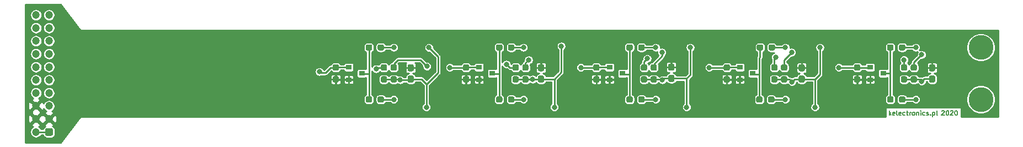
<source format=gbr>
%TF.GenerationSoftware,KiCad,Pcbnew,(5.1.7)-1*%
%TF.CreationDate,2020-11-11T22:14:18+01:00*%
%TF.ProjectId,rgb_sensor_v2,7267625f-7365-46e7-936f-725f76322e6b,rev?*%
%TF.SameCoordinates,Original*%
%TF.FileFunction,Copper,L1,Top*%
%TF.FilePolarity,Positive*%
%FSLAX46Y46*%
G04 Gerber Fmt 4.6, Leading zero omitted, Abs format (unit mm)*
G04 Created by KiCad (PCBNEW (5.1.7)-1) date 2020-11-11 22:14:18*
%MOMM*%
%LPD*%
G01*
G04 APERTURE LIST*
%TA.AperFunction,NonConductor*%
%ADD10C,0.150000*%
%TD*%
%TA.AperFunction,ComponentPad*%
%ADD11C,1.200000*%
%TD*%
%TA.AperFunction,ComponentPad*%
%ADD12C,3.800000*%
%TD*%
%TA.AperFunction,SMDPad,CuDef*%
%ADD13R,0.900000X0.800000*%
%TD*%
%TA.AperFunction,ViaPad*%
%ADD14C,0.800000*%
%TD*%
%TA.AperFunction,Conductor*%
%ADD15C,0.250000*%
%TD*%
%TA.AperFunction,Conductor*%
%ADD16C,0.254000*%
%TD*%
%TA.AperFunction,Conductor*%
%ADD17C,0.100000*%
%TD*%
G04 APERTURE END LIST*
D10*
X229400000Y-103283333D02*
X229433333Y-103250000D01*
X229500000Y-103216666D01*
X229666666Y-103216666D01*
X229733333Y-103250000D01*
X229766666Y-103283333D01*
X229800000Y-103350000D01*
X229800000Y-103416666D01*
X229766666Y-103516666D01*
X229366666Y-103916666D01*
X229800000Y-103916666D01*
X230233333Y-103216666D02*
X230300000Y-103216666D01*
X230366666Y-103250000D01*
X230400000Y-103283333D01*
X230433333Y-103350000D01*
X230466666Y-103483333D01*
X230466666Y-103650000D01*
X230433333Y-103783333D01*
X230400000Y-103850000D01*
X230366666Y-103883333D01*
X230300000Y-103916666D01*
X230233333Y-103916666D01*
X230166666Y-103883333D01*
X230133333Y-103850000D01*
X230100000Y-103783333D01*
X230066666Y-103650000D01*
X230066666Y-103483333D01*
X230100000Y-103350000D01*
X230133333Y-103283333D01*
X230166666Y-103250000D01*
X230233333Y-103216666D01*
X230733333Y-103283333D02*
X230766666Y-103250000D01*
X230833333Y-103216666D01*
X231000000Y-103216666D01*
X231066666Y-103250000D01*
X231100000Y-103283333D01*
X231133333Y-103350000D01*
X231133333Y-103416666D01*
X231100000Y-103516666D01*
X230700000Y-103916666D01*
X231133333Y-103916666D01*
X231566666Y-103216666D02*
X231633333Y-103216666D01*
X231700000Y-103250000D01*
X231733333Y-103283333D01*
X231766666Y-103350000D01*
X231800000Y-103483333D01*
X231800000Y-103650000D01*
X231766666Y-103783333D01*
X231733333Y-103850000D01*
X231700000Y-103883333D01*
X231633333Y-103916666D01*
X231566666Y-103916666D01*
X231500000Y-103883333D01*
X231466666Y-103850000D01*
X231433333Y-103783333D01*
X231400000Y-103650000D01*
X231400000Y-103483333D01*
X231433333Y-103350000D01*
X231466666Y-103283333D01*
X231500000Y-103250000D01*
X231566666Y-103216666D01*
X221333333Y-103916666D02*
X221333333Y-103216666D01*
X221400000Y-103650000D02*
X221600000Y-103916666D01*
X221600000Y-103450000D02*
X221333333Y-103716666D01*
X222166666Y-103883333D02*
X222100000Y-103916666D01*
X221966666Y-103916666D01*
X221900000Y-103883333D01*
X221866666Y-103816666D01*
X221866666Y-103550000D01*
X221900000Y-103483333D01*
X221966666Y-103450000D01*
X222100000Y-103450000D01*
X222166666Y-103483333D01*
X222200000Y-103550000D01*
X222200000Y-103616666D01*
X221866666Y-103683333D01*
X222600000Y-103916666D02*
X222533333Y-103883333D01*
X222500000Y-103816666D01*
X222500000Y-103216666D01*
X223133333Y-103883333D02*
X223066666Y-103916666D01*
X222933333Y-103916666D01*
X222866666Y-103883333D01*
X222833333Y-103816666D01*
X222833333Y-103550000D01*
X222866666Y-103483333D01*
X222933333Y-103450000D01*
X223066666Y-103450000D01*
X223133333Y-103483333D01*
X223166666Y-103550000D01*
X223166666Y-103616666D01*
X222833333Y-103683333D01*
X223766666Y-103883333D02*
X223700000Y-103916666D01*
X223566666Y-103916666D01*
X223500000Y-103883333D01*
X223466666Y-103850000D01*
X223433333Y-103783333D01*
X223433333Y-103583333D01*
X223466666Y-103516666D01*
X223500000Y-103483333D01*
X223566666Y-103450000D01*
X223700000Y-103450000D01*
X223766666Y-103483333D01*
X223966666Y-103450000D02*
X224233333Y-103450000D01*
X224066666Y-103216666D02*
X224066666Y-103816666D01*
X224100000Y-103883333D01*
X224166666Y-103916666D01*
X224233333Y-103916666D01*
X224466666Y-103916666D02*
X224466666Y-103450000D01*
X224466666Y-103583333D02*
X224500000Y-103516666D01*
X224533333Y-103483333D01*
X224600000Y-103450000D01*
X224666666Y-103450000D01*
X225000000Y-103916666D02*
X224933333Y-103883333D01*
X224900000Y-103850000D01*
X224866666Y-103783333D01*
X224866666Y-103583333D01*
X224900000Y-103516666D01*
X224933333Y-103483333D01*
X225000000Y-103450000D01*
X225100000Y-103450000D01*
X225166666Y-103483333D01*
X225200000Y-103516666D01*
X225233333Y-103583333D01*
X225233333Y-103783333D01*
X225200000Y-103850000D01*
X225166666Y-103883333D01*
X225100000Y-103916666D01*
X225000000Y-103916666D01*
X225533333Y-103450000D02*
X225533333Y-103916666D01*
X225533333Y-103516666D02*
X225566666Y-103483333D01*
X225633333Y-103450000D01*
X225733333Y-103450000D01*
X225800000Y-103483333D01*
X225833333Y-103550000D01*
X225833333Y-103916666D01*
X226166666Y-103916666D02*
X226166666Y-103450000D01*
X226166666Y-103216666D02*
X226133333Y-103250000D01*
X226166666Y-103283333D01*
X226200000Y-103250000D01*
X226166666Y-103216666D01*
X226166666Y-103283333D01*
X226800000Y-103883333D02*
X226733333Y-103916666D01*
X226600000Y-103916666D01*
X226533333Y-103883333D01*
X226500000Y-103850000D01*
X226466666Y-103783333D01*
X226466666Y-103583333D01*
X226500000Y-103516666D01*
X226533333Y-103483333D01*
X226600000Y-103450000D01*
X226733333Y-103450000D01*
X226800000Y-103483333D01*
X227066666Y-103883333D02*
X227133333Y-103916666D01*
X227266666Y-103916666D01*
X227333333Y-103883333D01*
X227366666Y-103816666D01*
X227366666Y-103783333D01*
X227333333Y-103716666D01*
X227266666Y-103683333D01*
X227166666Y-103683333D01*
X227100000Y-103650000D01*
X227066666Y-103583333D01*
X227066666Y-103550000D01*
X227100000Y-103483333D01*
X227166666Y-103450000D01*
X227266666Y-103450000D01*
X227333333Y-103483333D01*
X227666666Y-103850000D02*
X227700000Y-103883333D01*
X227666666Y-103916666D01*
X227633333Y-103883333D01*
X227666666Y-103850000D01*
X227666666Y-103916666D01*
X228000000Y-103450000D02*
X228000000Y-104150000D01*
X228000000Y-103483333D02*
X228066666Y-103450000D01*
X228200000Y-103450000D01*
X228266666Y-103483333D01*
X228300000Y-103516666D01*
X228333333Y-103583333D01*
X228333333Y-103783333D01*
X228300000Y-103850000D01*
X228266666Y-103883333D01*
X228200000Y-103916666D01*
X228066666Y-103916666D01*
X228000000Y-103883333D01*
X228733333Y-103916666D02*
X228666666Y-103883333D01*
X228633333Y-103816666D01*
X228633333Y-103216666D01*
D11*
%TO.P,J1,20*%
%TO.N,SCL1*%
X90400000Y-88500000D03*
%TO.P,J1,18*%
%TO.N,SCL2*%
X90400000Y-90500000D03*
%TO.P,J1,16*%
%TO.N,SCL3*%
X90400000Y-92500000D03*
%TO.P,J1,14*%
%TO.N,SCL4*%
X90400000Y-94500000D03*
%TO.P,J1,12*%
%TO.N,SCL5*%
X90400000Y-96500000D03*
%TO.P,J1,10*%
%TO.N,LED4*%
X90400000Y-98500000D03*
%TO.P,J1,8*%
%TO.N,LED2*%
X90400000Y-100500000D03*
%TO.P,J1,6*%
%TO.N,GND*%
X90400000Y-102500000D03*
%TO.P,J1,4*%
X90400000Y-104500000D03*
%TO.P,J1,2*%
%TO.N,+3V3*%
X90400000Y-106500000D03*
%TO.P,J1,19*%
%TO.N,SDA1*%
X92400000Y-88500000D03*
%TO.P,J1,17*%
%TO.N,SDA2*%
X92400000Y-90500000D03*
%TO.P,J1,15*%
%TO.N,SDA3*%
X92400000Y-92500000D03*
%TO.P,J1,13*%
%TO.N,SDA4*%
X92400000Y-94500000D03*
%TO.P,J1,11*%
%TO.N,SDA5*%
X92400000Y-96500000D03*
%TO.P,J1,9*%
%TO.N,LED5*%
X92400000Y-98500000D03*
%TO.P,J1,7*%
%TO.N,LED3*%
X92400000Y-100500000D03*
%TO.P,J1,5*%
%TO.N,LED1*%
X92400000Y-102500000D03*
%TO.P,J1,3*%
%TO.N,GND*%
X92400000Y-104500000D03*
%TO.P,J1,1*%
%TO.N,+3V3*%
%TA.AperFunction,ComponentPad*%
G36*
G01*
X92750001Y-107100000D02*
X92049999Y-107100000D01*
G75*
G02*
X91800000Y-106850001I0J249999D01*
G01*
X91800000Y-106149999D01*
G75*
G02*
X92049999Y-105900000I249999J0D01*
G01*
X92750001Y-105900000D01*
G75*
G02*
X93000000Y-106149999I0J-249999D01*
G01*
X93000000Y-106850001D01*
G75*
G02*
X92750001Y-107100000I-249999J0D01*
G01*
G37*
%TD.AperFunction*%
%TD*%
D12*
%TO.P,H2,1*%
%TO.N,N/C*%
X235400000Y-101500000D03*
%TD*%
%TO.P,H1,1*%
%TO.N,N/C*%
X235400000Y-93500000D03*
%TD*%
%TO.P,R25,2*%
%TO.N,GND*%
%TA.AperFunction,SMDPad,CuDef*%
G36*
G01*
X136162500Y-97925000D02*
X136637500Y-97925000D01*
G75*
G02*
X136875000Y-98162500I0J-237500D01*
G01*
X136875000Y-98662500D01*
G75*
G02*
X136637500Y-98900000I-237500J0D01*
G01*
X136162500Y-98900000D01*
G75*
G02*
X135925000Y-98662500I0J237500D01*
G01*
X135925000Y-98162500D01*
G75*
G02*
X136162500Y-97925000I237500J0D01*
G01*
G37*
%TD.AperFunction*%
%TO.P,R25,1*%
%TO.N,LED5*%
%TA.AperFunction,SMDPad,CuDef*%
G36*
G01*
X136162500Y-96100000D02*
X136637500Y-96100000D01*
G75*
G02*
X136875000Y-96337500I0J-237500D01*
G01*
X136875000Y-96837500D01*
G75*
G02*
X136637500Y-97075000I-237500J0D01*
G01*
X136162500Y-97075000D01*
G75*
G02*
X135925000Y-96837500I0J237500D01*
G01*
X135925000Y-96337500D01*
G75*
G02*
X136162500Y-96100000I237500J0D01*
G01*
G37*
%TD.AperFunction*%
%TD*%
%TO.P,R24,2*%
%TO.N,Net-(Q5-Pad3)*%
%TA.AperFunction,SMDPad,CuDef*%
G36*
G01*
X141975000Y-93262500D02*
X141975000Y-93737500D01*
G75*
G02*
X141737500Y-93975000I-237500J0D01*
G01*
X141237500Y-93975000D01*
G75*
G02*
X141000000Y-93737500I0J237500D01*
G01*
X141000000Y-93262500D01*
G75*
G02*
X141237500Y-93025000I237500J0D01*
G01*
X141737500Y-93025000D01*
G75*
G02*
X141975000Y-93262500I0J-237500D01*
G01*
G37*
%TD.AperFunction*%
%TO.P,R24,1*%
%TO.N,Net-(D10-Pad1)*%
%TA.AperFunction,SMDPad,CuDef*%
G36*
G01*
X143800000Y-93262500D02*
X143800000Y-93737500D01*
G75*
G02*
X143562500Y-93975000I-237500J0D01*
G01*
X143062500Y-93975000D01*
G75*
G02*
X142825000Y-93737500I0J237500D01*
G01*
X142825000Y-93262500D01*
G75*
G02*
X143062500Y-93025000I237500J0D01*
G01*
X143562500Y-93025000D01*
G75*
G02*
X143800000Y-93262500I0J-237500D01*
G01*
G37*
%TD.AperFunction*%
%TD*%
%TO.P,R23,2*%
%TO.N,Net-(Q5-Pad3)*%
%TA.AperFunction,SMDPad,CuDef*%
G36*
G01*
X141975000Y-101262500D02*
X141975000Y-101737500D01*
G75*
G02*
X141737500Y-101975000I-237500J0D01*
G01*
X141237500Y-101975000D01*
G75*
G02*
X141000000Y-101737500I0J237500D01*
G01*
X141000000Y-101262500D01*
G75*
G02*
X141237500Y-101025000I237500J0D01*
G01*
X141737500Y-101025000D01*
G75*
G02*
X141975000Y-101262500I0J-237500D01*
G01*
G37*
%TD.AperFunction*%
%TO.P,R23,1*%
%TO.N,Net-(D9-Pad1)*%
%TA.AperFunction,SMDPad,CuDef*%
G36*
G01*
X143800000Y-101262500D02*
X143800000Y-101737500D01*
G75*
G02*
X143562500Y-101975000I-237500J0D01*
G01*
X143062500Y-101975000D01*
G75*
G02*
X142825000Y-101737500I0J237500D01*
G01*
X142825000Y-101262500D01*
G75*
G02*
X143062500Y-101025000I237500J0D01*
G01*
X143562500Y-101025000D01*
G75*
G02*
X143800000Y-101262500I0J-237500D01*
G01*
G37*
%TD.AperFunction*%
%TD*%
%TO.P,R22,2*%
%TO.N,SDA5*%
%TA.AperFunction,SMDPad,CuDef*%
G36*
G01*
X145537500Y-97075000D02*
X145062500Y-97075000D01*
G75*
G02*
X144825000Y-96837500I0J237500D01*
G01*
X144825000Y-96337500D01*
G75*
G02*
X145062500Y-96100000I237500J0D01*
G01*
X145537500Y-96100000D01*
G75*
G02*
X145775000Y-96337500I0J-237500D01*
G01*
X145775000Y-96837500D01*
G75*
G02*
X145537500Y-97075000I-237500J0D01*
G01*
G37*
%TD.AperFunction*%
%TO.P,R22,1*%
%TO.N,+3V3*%
%TA.AperFunction,SMDPad,CuDef*%
G36*
G01*
X145537500Y-98900000D02*
X145062500Y-98900000D01*
G75*
G02*
X144825000Y-98662500I0J237500D01*
G01*
X144825000Y-98162500D01*
G75*
G02*
X145062500Y-97925000I237500J0D01*
G01*
X145537500Y-97925000D01*
G75*
G02*
X145775000Y-98162500I0J-237500D01*
G01*
X145775000Y-98662500D01*
G75*
G02*
X145537500Y-98900000I-237500J0D01*
G01*
G37*
%TD.AperFunction*%
%TD*%
%TO.P,R21,2*%
%TO.N,SCL5*%
%TA.AperFunction,SMDPad,CuDef*%
G36*
G01*
X144037500Y-97075000D02*
X143562500Y-97075000D01*
G75*
G02*
X143325000Y-96837500I0J237500D01*
G01*
X143325000Y-96337500D01*
G75*
G02*
X143562500Y-96100000I237500J0D01*
G01*
X144037500Y-96100000D01*
G75*
G02*
X144275000Y-96337500I0J-237500D01*
G01*
X144275000Y-96837500D01*
G75*
G02*
X144037500Y-97075000I-237500J0D01*
G01*
G37*
%TD.AperFunction*%
%TO.P,R21,1*%
%TO.N,+3V3*%
%TA.AperFunction,SMDPad,CuDef*%
G36*
G01*
X144037500Y-98900000D02*
X143562500Y-98900000D01*
G75*
G02*
X143325000Y-98662500I0J237500D01*
G01*
X143325000Y-98162500D01*
G75*
G02*
X143562500Y-97925000I237500J0D01*
G01*
X144037500Y-97925000D01*
G75*
G02*
X144275000Y-98162500I0J-237500D01*
G01*
X144275000Y-98662500D01*
G75*
G02*
X144037500Y-98900000I-237500J0D01*
G01*
G37*
%TD.AperFunction*%
%TD*%
%TO.P,R20,2*%
%TO.N,GND*%
%TA.AperFunction,SMDPad,CuDef*%
G36*
G01*
X156162500Y-97925000D02*
X156637500Y-97925000D01*
G75*
G02*
X156875000Y-98162500I0J-237500D01*
G01*
X156875000Y-98662500D01*
G75*
G02*
X156637500Y-98900000I-237500J0D01*
G01*
X156162500Y-98900000D01*
G75*
G02*
X155925000Y-98662500I0J237500D01*
G01*
X155925000Y-98162500D01*
G75*
G02*
X156162500Y-97925000I237500J0D01*
G01*
G37*
%TD.AperFunction*%
%TO.P,R20,1*%
%TO.N,LED4*%
%TA.AperFunction,SMDPad,CuDef*%
G36*
G01*
X156162500Y-96100000D02*
X156637500Y-96100000D01*
G75*
G02*
X156875000Y-96337500I0J-237500D01*
G01*
X156875000Y-96837500D01*
G75*
G02*
X156637500Y-97075000I-237500J0D01*
G01*
X156162500Y-97075000D01*
G75*
G02*
X155925000Y-96837500I0J237500D01*
G01*
X155925000Y-96337500D01*
G75*
G02*
X156162500Y-96100000I237500J0D01*
G01*
G37*
%TD.AperFunction*%
%TD*%
%TO.P,R19,2*%
%TO.N,Net-(Q4-Pad3)*%
%TA.AperFunction,SMDPad,CuDef*%
G36*
G01*
X161975000Y-93262500D02*
X161975000Y-93737500D01*
G75*
G02*
X161737500Y-93975000I-237500J0D01*
G01*
X161237500Y-93975000D01*
G75*
G02*
X161000000Y-93737500I0J237500D01*
G01*
X161000000Y-93262500D01*
G75*
G02*
X161237500Y-93025000I237500J0D01*
G01*
X161737500Y-93025000D01*
G75*
G02*
X161975000Y-93262500I0J-237500D01*
G01*
G37*
%TD.AperFunction*%
%TO.P,R19,1*%
%TO.N,Net-(D8-Pad1)*%
%TA.AperFunction,SMDPad,CuDef*%
G36*
G01*
X163800000Y-93262500D02*
X163800000Y-93737500D01*
G75*
G02*
X163562500Y-93975000I-237500J0D01*
G01*
X163062500Y-93975000D01*
G75*
G02*
X162825000Y-93737500I0J237500D01*
G01*
X162825000Y-93262500D01*
G75*
G02*
X163062500Y-93025000I237500J0D01*
G01*
X163562500Y-93025000D01*
G75*
G02*
X163800000Y-93262500I0J-237500D01*
G01*
G37*
%TD.AperFunction*%
%TD*%
%TO.P,R18,2*%
%TO.N,Net-(Q4-Pad3)*%
%TA.AperFunction,SMDPad,CuDef*%
G36*
G01*
X161975000Y-101262500D02*
X161975000Y-101737500D01*
G75*
G02*
X161737500Y-101975000I-237500J0D01*
G01*
X161237500Y-101975000D01*
G75*
G02*
X161000000Y-101737500I0J237500D01*
G01*
X161000000Y-101262500D01*
G75*
G02*
X161237500Y-101025000I237500J0D01*
G01*
X161737500Y-101025000D01*
G75*
G02*
X161975000Y-101262500I0J-237500D01*
G01*
G37*
%TD.AperFunction*%
%TO.P,R18,1*%
%TO.N,Net-(D7-Pad1)*%
%TA.AperFunction,SMDPad,CuDef*%
G36*
G01*
X163800000Y-101262500D02*
X163800000Y-101737500D01*
G75*
G02*
X163562500Y-101975000I-237500J0D01*
G01*
X163062500Y-101975000D01*
G75*
G02*
X162825000Y-101737500I0J237500D01*
G01*
X162825000Y-101262500D01*
G75*
G02*
X163062500Y-101025000I237500J0D01*
G01*
X163562500Y-101025000D01*
G75*
G02*
X163800000Y-101262500I0J-237500D01*
G01*
G37*
%TD.AperFunction*%
%TD*%
%TO.P,R17,2*%
%TO.N,SDA4*%
%TA.AperFunction,SMDPad,CuDef*%
G36*
G01*
X165737500Y-97075000D02*
X165262500Y-97075000D01*
G75*
G02*
X165025000Y-96837500I0J237500D01*
G01*
X165025000Y-96337500D01*
G75*
G02*
X165262500Y-96100000I237500J0D01*
G01*
X165737500Y-96100000D01*
G75*
G02*
X165975000Y-96337500I0J-237500D01*
G01*
X165975000Y-96837500D01*
G75*
G02*
X165737500Y-97075000I-237500J0D01*
G01*
G37*
%TD.AperFunction*%
%TO.P,R17,1*%
%TO.N,+3V3*%
%TA.AperFunction,SMDPad,CuDef*%
G36*
G01*
X165737500Y-98900000D02*
X165262500Y-98900000D01*
G75*
G02*
X165025000Y-98662500I0J237500D01*
G01*
X165025000Y-98162500D01*
G75*
G02*
X165262500Y-97925000I237500J0D01*
G01*
X165737500Y-97925000D01*
G75*
G02*
X165975000Y-98162500I0J-237500D01*
G01*
X165975000Y-98662500D01*
G75*
G02*
X165737500Y-98900000I-237500J0D01*
G01*
G37*
%TD.AperFunction*%
%TD*%
%TO.P,R16,2*%
%TO.N,SCL4*%
%TA.AperFunction,SMDPad,CuDef*%
G36*
G01*
X164237500Y-97075000D02*
X163762500Y-97075000D01*
G75*
G02*
X163525000Y-96837500I0J237500D01*
G01*
X163525000Y-96337500D01*
G75*
G02*
X163762500Y-96100000I237500J0D01*
G01*
X164237500Y-96100000D01*
G75*
G02*
X164475000Y-96337500I0J-237500D01*
G01*
X164475000Y-96837500D01*
G75*
G02*
X164237500Y-97075000I-237500J0D01*
G01*
G37*
%TD.AperFunction*%
%TO.P,R16,1*%
%TO.N,+3V3*%
%TA.AperFunction,SMDPad,CuDef*%
G36*
G01*
X164237500Y-98900000D02*
X163762500Y-98900000D01*
G75*
G02*
X163525000Y-98662500I0J237500D01*
G01*
X163525000Y-98162500D01*
G75*
G02*
X163762500Y-97925000I237500J0D01*
G01*
X164237500Y-97925000D01*
G75*
G02*
X164475000Y-98162500I0J-237500D01*
G01*
X164475000Y-98662500D01*
G75*
G02*
X164237500Y-98900000I-237500J0D01*
G01*
G37*
%TD.AperFunction*%
%TD*%
%TO.P,R15,2*%
%TO.N,GND*%
%TA.AperFunction,SMDPad,CuDef*%
G36*
G01*
X176162500Y-97925000D02*
X176637500Y-97925000D01*
G75*
G02*
X176875000Y-98162500I0J-237500D01*
G01*
X176875000Y-98662500D01*
G75*
G02*
X176637500Y-98900000I-237500J0D01*
G01*
X176162500Y-98900000D01*
G75*
G02*
X175925000Y-98662500I0J237500D01*
G01*
X175925000Y-98162500D01*
G75*
G02*
X176162500Y-97925000I237500J0D01*
G01*
G37*
%TD.AperFunction*%
%TO.P,R15,1*%
%TO.N,LED3*%
%TA.AperFunction,SMDPad,CuDef*%
G36*
G01*
X176162500Y-96100000D02*
X176637500Y-96100000D01*
G75*
G02*
X176875000Y-96337500I0J-237500D01*
G01*
X176875000Y-96837500D01*
G75*
G02*
X176637500Y-97075000I-237500J0D01*
G01*
X176162500Y-97075000D01*
G75*
G02*
X175925000Y-96837500I0J237500D01*
G01*
X175925000Y-96337500D01*
G75*
G02*
X176162500Y-96100000I237500J0D01*
G01*
G37*
%TD.AperFunction*%
%TD*%
%TO.P,R14,2*%
%TO.N,Net-(Q3-Pad3)*%
%TA.AperFunction,SMDPad,CuDef*%
G36*
G01*
X181975000Y-93262500D02*
X181975000Y-93737500D01*
G75*
G02*
X181737500Y-93975000I-237500J0D01*
G01*
X181237500Y-93975000D01*
G75*
G02*
X181000000Y-93737500I0J237500D01*
G01*
X181000000Y-93262500D01*
G75*
G02*
X181237500Y-93025000I237500J0D01*
G01*
X181737500Y-93025000D01*
G75*
G02*
X181975000Y-93262500I0J-237500D01*
G01*
G37*
%TD.AperFunction*%
%TO.P,R14,1*%
%TO.N,Net-(D6-Pad1)*%
%TA.AperFunction,SMDPad,CuDef*%
G36*
G01*
X183800000Y-93262500D02*
X183800000Y-93737500D01*
G75*
G02*
X183562500Y-93975000I-237500J0D01*
G01*
X183062500Y-93975000D01*
G75*
G02*
X182825000Y-93737500I0J237500D01*
G01*
X182825000Y-93262500D01*
G75*
G02*
X183062500Y-93025000I237500J0D01*
G01*
X183562500Y-93025000D01*
G75*
G02*
X183800000Y-93262500I0J-237500D01*
G01*
G37*
%TD.AperFunction*%
%TD*%
%TO.P,R13,2*%
%TO.N,Net-(Q3-Pad3)*%
%TA.AperFunction,SMDPad,CuDef*%
G36*
G01*
X181975000Y-101262500D02*
X181975000Y-101737500D01*
G75*
G02*
X181737500Y-101975000I-237500J0D01*
G01*
X181237500Y-101975000D01*
G75*
G02*
X181000000Y-101737500I0J237500D01*
G01*
X181000000Y-101262500D01*
G75*
G02*
X181237500Y-101025000I237500J0D01*
G01*
X181737500Y-101025000D01*
G75*
G02*
X181975000Y-101262500I0J-237500D01*
G01*
G37*
%TD.AperFunction*%
%TO.P,R13,1*%
%TO.N,Net-(D5-Pad1)*%
%TA.AperFunction,SMDPad,CuDef*%
G36*
G01*
X183800000Y-101262500D02*
X183800000Y-101737500D01*
G75*
G02*
X183562500Y-101975000I-237500J0D01*
G01*
X183062500Y-101975000D01*
G75*
G02*
X182825000Y-101737500I0J237500D01*
G01*
X182825000Y-101262500D01*
G75*
G02*
X183062500Y-101025000I237500J0D01*
G01*
X183562500Y-101025000D01*
G75*
G02*
X183800000Y-101262500I0J-237500D01*
G01*
G37*
%TD.AperFunction*%
%TD*%
%TO.P,R12,2*%
%TO.N,SDA3*%
%TA.AperFunction,SMDPad,CuDef*%
G36*
G01*
X185437500Y-97075000D02*
X184962500Y-97075000D01*
G75*
G02*
X184725000Y-96837500I0J237500D01*
G01*
X184725000Y-96337500D01*
G75*
G02*
X184962500Y-96100000I237500J0D01*
G01*
X185437500Y-96100000D01*
G75*
G02*
X185675000Y-96337500I0J-237500D01*
G01*
X185675000Y-96837500D01*
G75*
G02*
X185437500Y-97075000I-237500J0D01*
G01*
G37*
%TD.AperFunction*%
%TO.P,R12,1*%
%TO.N,+3V3*%
%TA.AperFunction,SMDPad,CuDef*%
G36*
G01*
X185437500Y-98900000D02*
X184962500Y-98900000D01*
G75*
G02*
X184725000Y-98662500I0J237500D01*
G01*
X184725000Y-98162500D01*
G75*
G02*
X184962500Y-97925000I237500J0D01*
G01*
X185437500Y-97925000D01*
G75*
G02*
X185675000Y-98162500I0J-237500D01*
G01*
X185675000Y-98662500D01*
G75*
G02*
X185437500Y-98900000I-237500J0D01*
G01*
G37*
%TD.AperFunction*%
%TD*%
%TO.P,R11,2*%
%TO.N,SCL3*%
%TA.AperFunction,SMDPad,CuDef*%
G36*
G01*
X183937500Y-97075000D02*
X183462500Y-97075000D01*
G75*
G02*
X183225000Y-96837500I0J237500D01*
G01*
X183225000Y-96337500D01*
G75*
G02*
X183462500Y-96100000I237500J0D01*
G01*
X183937500Y-96100000D01*
G75*
G02*
X184175000Y-96337500I0J-237500D01*
G01*
X184175000Y-96837500D01*
G75*
G02*
X183937500Y-97075000I-237500J0D01*
G01*
G37*
%TD.AperFunction*%
%TO.P,R11,1*%
%TO.N,+3V3*%
%TA.AperFunction,SMDPad,CuDef*%
G36*
G01*
X183937500Y-98900000D02*
X183462500Y-98900000D01*
G75*
G02*
X183225000Y-98662500I0J237500D01*
G01*
X183225000Y-98162500D01*
G75*
G02*
X183462500Y-97925000I237500J0D01*
G01*
X183937500Y-97925000D01*
G75*
G02*
X184175000Y-98162500I0J-237500D01*
G01*
X184175000Y-98662500D01*
G75*
G02*
X183937500Y-98900000I-237500J0D01*
G01*
G37*
%TD.AperFunction*%
%TD*%
%TO.P,R10,2*%
%TO.N,GND*%
%TA.AperFunction,SMDPad,CuDef*%
G36*
G01*
X196162500Y-97925000D02*
X196637500Y-97925000D01*
G75*
G02*
X196875000Y-98162500I0J-237500D01*
G01*
X196875000Y-98662500D01*
G75*
G02*
X196637500Y-98900000I-237500J0D01*
G01*
X196162500Y-98900000D01*
G75*
G02*
X195925000Y-98662500I0J237500D01*
G01*
X195925000Y-98162500D01*
G75*
G02*
X196162500Y-97925000I237500J0D01*
G01*
G37*
%TD.AperFunction*%
%TO.P,R10,1*%
%TO.N,LED2*%
%TA.AperFunction,SMDPad,CuDef*%
G36*
G01*
X196162500Y-96100000D02*
X196637500Y-96100000D01*
G75*
G02*
X196875000Y-96337500I0J-237500D01*
G01*
X196875000Y-96837500D01*
G75*
G02*
X196637500Y-97075000I-237500J0D01*
G01*
X196162500Y-97075000D01*
G75*
G02*
X195925000Y-96837500I0J237500D01*
G01*
X195925000Y-96337500D01*
G75*
G02*
X196162500Y-96100000I237500J0D01*
G01*
G37*
%TD.AperFunction*%
%TD*%
%TO.P,R9,2*%
%TO.N,Net-(Q2-Pad3)*%
%TA.AperFunction,SMDPad,CuDef*%
G36*
G01*
X201975000Y-93262500D02*
X201975000Y-93737500D01*
G75*
G02*
X201737500Y-93975000I-237500J0D01*
G01*
X201237500Y-93975000D01*
G75*
G02*
X201000000Y-93737500I0J237500D01*
G01*
X201000000Y-93262500D01*
G75*
G02*
X201237500Y-93025000I237500J0D01*
G01*
X201737500Y-93025000D01*
G75*
G02*
X201975000Y-93262500I0J-237500D01*
G01*
G37*
%TD.AperFunction*%
%TO.P,R9,1*%
%TO.N,Net-(D4-Pad1)*%
%TA.AperFunction,SMDPad,CuDef*%
G36*
G01*
X203800000Y-93262500D02*
X203800000Y-93737500D01*
G75*
G02*
X203562500Y-93975000I-237500J0D01*
G01*
X203062500Y-93975000D01*
G75*
G02*
X202825000Y-93737500I0J237500D01*
G01*
X202825000Y-93262500D01*
G75*
G02*
X203062500Y-93025000I237500J0D01*
G01*
X203562500Y-93025000D01*
G75*
G02*
X203800000Y-93262500I0J-237500D01*
G01*
G37*
%TD.AperFunction*%
%TD*%
%TO.P,R8,2*%
%TO.N,Net-(Q2-Pad3)*%
%TA.AperFunction,SMDPad,CuDef*%
G36*
G01*
X201887500Y-101262500D02*
X201887500Y-101737500D01*
G75*
G02*
X201650000Y-101975000I-237500J0D01*
G01*
X201150000Y-101975000D01*
G75*
G02*
X200912500Y-101737500I0J237500D01*
G01*
X200912500Y-101262500D01*
G75*
G02*
X201150000Y-101025000I237500J0D01*
G01*
X201650000Y-101025000D01*
G75*
G02*
X201887500Y-101262500I0J-237500D01*
G01*
G37*
%TD.AperFunction*%
%TO.P,R8,1*%
%TO.N,Net-(D3-Pad1)*%
%TA.AperFunction,SMDPad,CuDef*%
G36*
G01*
X203712500Y-101262500D02*
X203712500Y-101737500D01*
G75*
G02*
X203475000Y-101975000I-237500J0D01*
G01*
X202975000Y-101975000D01*
G75*
G02*
X202737500Y-101737500I0J237500D01*
G01*
X202737500Y-101262500D01*
G75*
G02*
X202975000Y-101025000I237500J0D01*
G01*
X203475000Y-101025000D01*
G75*
G02*
X203712500Y-101262500I0J-237500D01*
G01*
G37*
%TD.AperFunction*%
%TD*%
%TO.P,R7,2*%
%TO.N,SDA2*%
%TA.AperFunction,SMDPad,CuDef*%
G36*
G01*
X205437500Y-97075000D02*
X204962500Y-97075000D01*
G75*
G02*
X204725000Y-96837500I0J237500D01*
G01*
X204725000Y-96337500D01*
G75*
G02*
X204962500Y-96100000I237500J0D01*
G01*
X205437500Y-96100000D01*
G75*
G02*
X205675000Y-96337500I0J-237500D01*
G01*
X205675000Y-96837500D01*
G75*
G02*
X205437500Y-97075000I-237500J0D01*
G01*
G37*
%TD.AperFunction*%
%TO.P,R7,1*%
%TO.N,+3V3*%
%TA.AperFunction,SMDPad,CuDef*%
G36*
G01*
X205437500Y-98900000D02*
X204962500Y-98900000D01*
G75*
G02*
X204725000Y-98662500I0J237500D01*
G01*
X204725000Y-98162500D01*
G75*
G02*
X204962500Y-97925000I237500J0D01*
G01*
X205437500Y-97925000D01*
G75*
G02*
X205675000Y-98162500I0J-237500D01*
G01*
X205675000Y-98662500D01*
G75*
G02*
X205437500Y-98900000I-237500J0D01*
G01*
G37*
%TD.AperFunction*%
%TD*%
%TO.P,R6,2*%
%TO.N,SCL2*%
%TA.AperFunction,SMDPad,CuDef*%
G36*
G01*
X203937500Y-97075000D02*
X203462500Y-97075000D01*
G75*
G02*
X203225000Y-96837500I0J237500D01*
G01*
X203225000Y-96337500D01*
G75*
G02*
X203462500Y-96100000I237500J0D01*
G01*
X203937500Y-96100000D01*
G75*
G02*
X204175000Y-96337500I0J-237500D01*
G01*
X204175000Y-96837500D01*
G75*
G02*
X203937500Y-97075000I-237500J0D01*
G01*
G37*
%TD.AperFunction*%
%TO.P,R6,1*%
%TO.N,+3V3*%
%TA.AperFunction,SMDPad,CuDef*%
G36*
G01*
X203937500Y-98900000D02*
X203462500Y-98900000D01*
G75*
G02*
X203225000Y-98662500I0J237500D01*
G01*
X203225000Y-98162500D01*
G75*
G02*
X203462500Y-97925000I237500J0D01*
G01*
X203937500Y-97925000D01*
G75*
G02*
X204175000Y-98162500I0J-237500D01*
G01*
X204175000Y-98662500D01*
G75*
G02*
X203937500Y-98900000I-237500J0D01*
G01*
G37*
%TD.AperFunction*%
%TD*%
%TO.P,R4,2*%
%TO.N,Net-(Q1-Pad3)*%
%TA.AperFunction,SMDPad,CuDef*%
G36*
G01*
X221975000Y-93262500D02*
X221975000Y-93737500D01*
G75*
G02*
X221737500Y-93975000I-237500J0D01*
G01*
X221237500Y-93975000D01*
G75*
G02*
X221000000Y-93737500I0J237500D01*
G01*
X221000000Y-93262500D01*
G75*
G02*
X221237500Y-93025000I237500J0D01*
G01*
X221737500Y-93025000D01*
G75*
G02*
X221975000Y-93262500I0J-237500D01*
G01*
G37*
%TD.AperFunction*%
%TO.P,R4,1*%
%TO.N,Net-(D2-Pad1)*%
%TA.AperFunction,SMDPad,CuDef*%
G36*
G01*
X223800000Y-93262500D02*
X223800000Y-93737500D01*
G75*
G02*
X223562500Y-93975000I-237500J0D01*
G01*
X223062500Y-93975000D01*
G75*
G02*
X222825000Y-93737500I0J237500D01*
G01*
X222825000Y-93262500D01*
G75*
G02*
X223062500Y-93025000I237500J0D01*
G01*
X223562500Y-93025000D01*
G75*
G02*
X223800000Y-93262500I0J-237500D01*
G01*
G37*
%TD.AperFunction*%
%TD*%
%TO.P,R3,2*%
%TO.N,Net-(Q1-Pad3)*%
%TA.AperFunction,SMDPad,CuDef*%
G36*
G01*
X221975000Y-101262500D02*
X221975000Y-101737500D01*
G75*
G02*
X221737500Y-101975000I-237500J0D01*
G01*
X221237500Y-101975000D01*
G75*
G02*
X221000000Y-101737500I0J237500D01*
G01*
X221000000Y-101262500D01*
G75*
G02*
X221237500Y-101025000I237500J0D01*
G01*
X221737500Y-101025000D01*
G75*
G02*
X221975000Y-101262500I0J-237500D01*
G01*
G37*
%TD.AperFunction*%
%TO.P,R3,1*%
%TO.N,Net-(D1-Pad1)*%
%TA.AperFunction,SMDPad,CuDef*%
G36*
G01*
X223800000Y-101262500D02*
X223800000Y-101737500D01*
G75*
G02*
X223562500Y-101975000I-237500J0D01*
G01*
X223062500Y-101975000D01*
G75*
G02*
X222825000Y-101737500I0J237500D01*
G01*
X222825000Y-101262500D01*
G75*
G02*
X223062500Y-101025000I237500J0D01*
G01*
X223562500Y-101025000D01*
G75*
G02*
X223800000Y-101262500I0J-237500D01*
G01*
G37*
%TD.AperFunction*%
%TD*%
%TO.P,R5,2*%
%TO.N,GND*%
%TA.AperFunction,SMDPad,CuDef*%
G36*
G01*
X216162500Y-97925000D02*
X216637500Y-97925000D01*
G75*
G02*
X216875000Y-98162500I0J-237500D01*
G01*
X216875000Y-98662500D01*
G75*
G02*
X216637500Y-98900000I-237500J0D01*
G01*
X216162500Y-98900000D01*
G75*
G02*
X215925000Y-98662500I0J237500D01*
G01*
X215925000Y-98162500D01*
G75*
G02*
X216162500Y-97925000I237500J0D01*
G01*
G37*
%TD.AperFunction*%
%TO.P,R5,1*%
%TO.N,LED1*%
%TA.AperFunction,SMDPad,CuDef*%
G36*
G01*
X216162500Y-96100000D02*
X216637500Y-96100000D01*
G75*
G02*
X216875000Y-96337500I0J-237500D01*
G01*
X216875000Y-96837500D01*
G75*
G02*
X216637500Y-97075000I-237500J0D01*
G01*
X216162500Y-97075000D01*
G75*
G02*
X215925000Y-96837500I0J237500D01*
G01*
X215925000Y-96337500D01*
G75*
G02*
X216162500Y-96100000I237500J0D01*
G01*
G37*
%TD.AperFunction*%
%TD*%
%TO.P,R2,2*%
%TO.N,SDA1*%
%TA.AperFunction,SMDPad,CuDef*%
G36*
G01*
X225337500Y-97075000D02*
X224862500Y-97075000D01*
G75*
G02*
X224625000Y-96837500I0J237500D01*
G01*
X224625000Y-96337500D01*
G75*
G02*
X224862500Y-96100000I237500J0D01*
G01*
X225337500Y-96100000D01*
G75*
G02*
X225575000Y-96337500I0J-237500D01*
G01*
X225575000Y-96837500D01*
G75*
G02*
X225337500Y-97075000I-237500J0D01*
G01*
G37*
%TD.AperFunction*%
%TO.P,R2,1*%
%TO.N,+3V3*%
%TA.AperFunction,SMDPad,CuDef*%
G36*
G01*
X225337500Y-98900000D02*
X224862500Y-98900000D01*
G75*
G02*
X224625000Y-98662500I0J237500D01*
G01*
X224625000Y-98162500D01*
G75*
G02*
X224862500Y-97925000I237500J0D01*
G01*
X225337500Y-97925000D01*
G75*
G02*
X225575000Y-98162500I0J-237500D01*
G01*
X225575000Y-98662500D01*
G75*
G02*
X225337500Y-98900000I-237500J0D01*
G01*
G37*
%TD.AperFunction*%
%TD*%
%TO.P,R1,2*%
%TO.N,SCL1*%
%TA.AperFunction,SMDPad,CuDef*%
G36*
G01*
X223837500Y-97075000D02*
X223362500Y-97075000D01*
G75*
G02*
X223125000Y-96837500I0J237500D01*
G01*
X223125000Y-96337500D01*
G75*
G02*
X223362500Y-96100000I237500J0D01*
G01*
X223837500Y-96100000D01*
G75*
G02*
X224075000Y-96337500I0J-237500D01*
G01*
X224075000Y-96837500D01*
G75*
G02*
X223837500Y-97075000I-237500J0D01*
G01*
G37*
%TD.AperFunction*%
%TO.P,R1,1*%
%TO.N,+3V3*%
%TA.AperFunction,SMDPad,CuDef*%
G36*
G01*
X223837500Y-98900000D02*
X223362500Y-98900000D01*
G75*
G02*
X223125000Y-98662500I0J237500D01*
G01*
X223125000Y-98162500D01*
G75*
G02*
X223362500Y-97925000I237500J0D01*
G01*
X223837500Y-97925000D01*
G75*
G02*
X224075000Y-98162500I0J-237500D01*
G01*
X224075000Y-98662500D01*
G75*
G02*
X223837500Y-98900000I-237500J0D01*
G01*
G37*
%TD.AperFunction*%
%TD*%
D13*
%TO.P,Q5,3*%
%TO.N,Net-(Q5-Pad3)*%
X140400000Y-97500000D03*
%TO.P,Q5,2*%
%TO.N,GND*%
X138400000Y-98450000D03*
%TO.P,Q5,1*%
%TO.N,LED5*%
X138400000Y-96550000D03*
%TD*%
%TO.P,Q4,3*%
%TO.N,Net-(Q4-Pad3)*%
X160400000Y-97500000D03*
%TO.P,Q4,2*%
%TO.N,GND*%
X158400000Y-98450000D03*
%TO.P,Q4,1*%
%TO.N,LED4*%
X158400000Y-96550000D03*
%TD*%
%TO.P,Q3,3*%
%TO.N,Net-(Q3-Pad3)*%
X180400000Y-97500000D03*
%TO.P,Q3,2*%
%TO.N,GND*%
X178400000Y-98450000D03*
%TO.P,Q3,1*%
%TO.N,LED3*%
X178400000Y-96550000D03*
%TD*%
%TO.P,Q2,3*%
%TO.N,Net-(Q2-Pad3)*%
X200400000Y-97500000D03*
%TO.P,Q2,2*%
%TO.N,GND*%
X198400000Y-98450000D03*
%TO.P,Q2,1*%
%TO.N,LED2*%
X198400000Y-96550000D03*
%TD*%
%TO.P,Q1,3*%
%TO.N,Net-(Q1-Pad3)*%
X220400000Y-97500000D03*
%TO.P,Q1,2*%
%TO.N,GND*%
X218400000Y-98450000D03*
%TO.P,Q1,1*%
%TO.N,LED1*%
X218400000Y-96550000D03*
%TD*%
%TO.P,C5,2*%
%TO.N,GND*%
%TA.AperFunction,SMDPad,CuDef*%
G36*
G01*
X148137500Y-97175000D02*
X147662500Y-97175000D01*
G75*
G02*
X147425000Y-96937500I0J237500D01*
G01*
X147425000Y-96337500D01*
G75*
G02*
X147662500Y-96100000I237500J0D01*
G01*
X148137500Y-96100000D01*
G75*
G02*
X148375000Y-96337500I0J-237500D01*
G01*
X148375000Y-96937500D01*
G75*
G02*
X148137500Y-97175000I-237500J0D01*
G01*
G37*
%TD.AperFunction*%
%TO.P,C5,1*%
%TO.N,+3V3*%
%TA.AperFunction,SMDPad,CuDef*%
G36*
G01*
X148137500Y-98900000D02*
X147662500Y-98900000D01*
G75*
G02*
X147425000Y-98662500I0J237500D01*
G01*
X147425000Y-98062500D01*
G75*
G02*
X147662500Y-97825000I237500J0D01*
G01*
X148137500Y-97825000D01*
G75*
G02*
X148375000Y-98062500I0J-237500D01*
G01*
X148375000Y-98662500D01*
G75*
G02*
X148137500Y-98900000I-237500J0D01*
G01*
G37*
%TD.AperFunction*%
%TD*%
%TO.P,C4,2*%
%TO.N,GND*%
%TA.AperFunction,SMDPad,CuDef*%
G36*
G01*
X168137500Y-97175000D02*
X167662500Y-97175000D01*
G75*
G02*
X167425000Y-96937500I0J237500D01*
G01*
X167425000Y-96337500D01*
G75*
G02*
X167662500Y-96100000I237500J0D01*
G01*
X168137500Y-96100000D01*
G75*
G02*
X168375000Y-96337500I0J-237500D01*
G01*
X168375000Y-96937500D01*
G75*
G02*
X168137500Y-97175000I-237500J0D01*
G01*
G37*
%TD.AperFunction*%
%TO.P,C4,1*%
%TO.N,+3V3*%
%TA.AperFunction,SMDPad,CuDef*%
G36*
G01*
X168137500Y-98900000D02*
X167662500Y-98900000D01*
G75*
G02*
X167425000Y-98662500I0J237500D01*
G01*
X167425000Y-98062500D01*
G75*
G02*
X167662500Y-97825000I237500J0D01*
G01*
X168137500Y-97825000D01*
G75*
G02*
X168375000Y-98062500I0J-237500D01*
G01*
X168375000Y-98662500D01*
G75*
G02*
X168137500Y-98900000I-237500J0D01*
G01*
G37*
%TD.AperFunction*%
%TD*%
%TO.P,C3,2*%
%TO.N,GND*%
%TA.AperFunction,SMDPad,CuDef*%
G36*
G01*
X188137500Y-97075000D02*
X187662500Y-97075000D01*
G75*
G02*
X187425000Y-96837500I0J237500D01*
G01*
X187425000Y-96237500D01*
G75*
G02*
X187662500Y-96000000I237500J0D01*
G01*
X188137500Y-96000000D01*
G75*
G02*
X188375000Y-96237500I0J-237500D01*
G01*
X188375000Y-96837500D01*
G75*
G02*
X188137500Y-97075000I-237500J0D01*
G01*
G37*
%TD.AperFunction*%
%TO.P,C3,1*%
%TO.N,+3V3*%
%TA.AperFunction,SMDPad,CuDef*%
G36*
G01*
X188137500Y-98800000D02*
X187662500Y-98800000D01*
G75*
G02*
X187425000Y-98562500I0J237500D01*
G01*
X187425000Y-97962500D01*
G75*
G02*
X187662500Y-97725000I237500J0D01*
G01*
X188137500Y-97725000D01*
G75*
G02*
X188375000Y-97962500I0J-237500D01*
G01*
X188375000Y-98562500D01*
G75*
G02*
X188137500Y-98800000I-237500J0D01*
G01*
G37*
%TD.AperFunction*%
%TD*%
%TO.P,C2,2*%
%TO.N,GND*%
%TA.AperFunction,SMDPad,CuDef*%
G36*
G01*
X208137500Y-97175000D02*
X207662500Y-97175000D01*
G75*
G02*
X207425000Y-96937500I0J237500D01*
G01*
X207425000Y-96337500D01*
G75*
G02*
X207662500Y-96100000I237500J0D01*
G01*
X208137500Y-96100000D01*
G75*
G02*
X208375000Y-96337500I0J-237500D01*
G01*
X208375000Y-96937500D01*
G75*
G02*
X208137500Y-97175000I-237500J0D01*
G01*
G37*
%TD.AperFunction*%
%TO.P,C2,1*%
%TO.N,+3V3*%
%TA.AperFunction,SMDPad,CuDef*%
G36*
G01*
X208137500Y-98900000D02*
X207662500Y-98900000D01*
G75*
G02*
X207425000Y-98662500I0J237500D01*
G01*
X207425000Y-98062500D01*
G75*
G02*
X207662500Y-97825000I237500J0D01*
G01*
X208137500Y-97825000D01*
G75*
G02*
X208375000Y-98062500I0J-237500D01*
G01*
X208375000Y-98662500D01*
G75*
G02*
X208137500Y-98900000I-237500J0D01*
G01*
G37*
%TD.AperFunction*%
%TD*%
%TO.P,C1,2*%
%TO.N,GND*%
%TA.AperFunction,SMDPad,CuDef*%
G36*
G01*
X228137500Y-97175000D02*
X227662500Y-97175000D01*
G75*
G02*
X227425000Y-96937500I0J237500D01*
G01*
X227425000Y-96337500D01*
G75*
G02*
X227662500Y-96100000I237500J0D01*
G01*
X228137500Y-96100000D01*
G75*
G02*
X228375000Y-96337500I0J-237500D01*
G01*
X228375000Y-96937500D01*
G75*
G02*
X228137500Y-97175000I-237500J0D01*
G01*
G37*
%TD.AperFunction*%
%TO.P,C1,1*%
%TO.N,+3V3*%
%TA.AperFunction,SMDPad,CuDef*%
G36*
G01*
X228137500Y-98900000D02*
X227662500Y-98900000D01*
G75*
G02*
X227425000Y-98662500I0J237500D01*
G01*
X227425000Y-98062500D01*
G75*
G02*
X227662500Y-97825000I237500J0D01*
G01*
X228137500Y-97825000D01*
G75*
G02*
X228375000Y-98062500I0J-237500D01*
G01*
X228375000Y-98662500D01*
G75*
G02*
X228137500Y-98900000I-237500J0D01*
G01*
G37*
%TD.AperFunction*%
%TD*%
D14*
%TO.N,GND*%
X226500000Y-96200000D03*
X206400000Y-96400000D03*
X186500000Y-96300000D03*
X166600000Y-96300000D03*
X146500000Y-96800000D03*
X139400000Y-101500000D03*
X133400000Y-101500000D03*
X127400000Y-100500000D03*
X122400000Y-100500000D03*
X117400000Y-100500000D03*
X112400000Y-100500000D03*
X107400000Y-100500000D03*
X102400000Y-100500000D03*
X133400000Y-93500000D03*
X139400000Y-93500000D03*
X153400000Y-98500000D03*
X193400000Y-93500000D03*
X199400000Y-93500000D03*
X193400000Y-98500000D03*
X211400000Y-101500000D03*
X219400000Y-101500000D03*
X215400000Y-101500000D03*
X212400000Y-93500000D03*
X219400000Y-93500000D03*
X216400000Y-93500000D03*
X231900000Y-101500000D03*
X231400000Y-92500000D03*
X233400000Y-97500000D03*
X236400000Y-97500000D03*
X162600000Y-97800000D03*
X229100000Y-100000000D03*
X206400000Y-92400000D03*
X182400000Y-97500000D03*
X172200000Y-97500000D03*
X174700000Y-98500000D03*
X193400000Y-101500000D03*
X199400000Y-101500000D03*
X179400000Y-101500000D03*
X175400000Y-101500000D03*
X171400000Y-101500000D03*
X223900000Y-91800000D03*
X209700000Y-94800000D03*
X214200000Y-98200000D03*
X220400000Y-98800000D03*
X220200000Y-96200000D03*
X222500000Y-94700000D03*
X222600000Y-99900000D03*
X200000000Y-98900000D03*
X200000000Y-96200000D03*
X202600000Y-94700000D03*
X202400000Y-99000000D03*
X187700000Y-95100000D03*
X180200000Y-95800000D03*
X169400000Y-95900000D03*
%TO.N,+3V3*%
X226300000Y-98700000D03*
X206400000Y-98800000D03*
X186500000Y-98500000D03*
X166600000Y-98400000D03*
X146300000Y-98500000D03*
X190800000Y-93500000D03*
X190237500Y-102700000D03*
X171000000Y-93300000D03*
X169937500Y-102700000D03*
X150700000Y-93525010D03*
X150300000Y-102700000D03*
X210700000Y-93500000D03*
X209937500Y-102700000D03*
%TO.N,Net-(D1-Pad1)*%
X225400000Y-101500000D03*
%TO.N,Net-(D2-Pad1)*%
X225400000Y-93500000D03*
%TO.N,Net-(D3-Pad1)*%
X205400000Y-101500000D03*
X203400000Y-101500000D03*
%TO.N,Net-(D4-Pad1)*%
X205400000Y-93500000D03*
%TO.N,Net-(D5-Pad1)*%
X185500000Y-101500000D03*
%TO.N,Net-(D6-Pad1)*%
X185500000Y-93500000D03*
%TO.N,Net-(D7-Pad1)*%
X165200000Y-101500000D03*
%TO.N,Net-(D8-Pad1)*%
X165200000Y-93500000D03*
%TO.N,Net-(D9-Pad1)*%
X145300000Y-101500000D03*
%TO.N,Net-(D10-Pad1)*%
X145300000Y-93500000D03*
%TO.N,LED1*%
X213600000Y-96600000D03*
%TO.N,LED2*%
X193712500Y-96587500D03*
%TO.N,LED3*%
X174000000Y-96600000D03*
%TO.N,LED4*%
X153900000Y-96600000D03*
%TO.N,LED5*%
X133900000Y-97225056D03*
%TO.N,SCL1*%
X223600000Y-95400000D03*
%TO.N,SDA1*%
X226300000Y-94600000D03*
%TO.N,SCL2*%
X203900000Y-94973002D03*
%TO.N,SDA2*%
X206349990Y-94250010D03*
%TO.N,SCL3*%
X184200000Y-95200000D03*
%TO.N,SDA3*%
X186450010Y-94250010D03*
%TO.N,SCL4*%
X162600000Y-96100000D03*
%TO.N,SDA4*%
X166000000Y-95425020D03*
%TO.N,SCL5*%
X142600000Y-96800000D03*
%TO.N,SDA5*%
X150400000Y-96400000D03*
%TD*%
D15*
%TO.N,GND*%
X218400000Y-98450000D02*
X216437500Y-98450000D01*
X216437500Y-98450000D02*
X216400000Y-98412500D01*
X178400000Y-98450000D02*
X176437500Y-98450000D01*
X176437500Y-98450000D02*
X176400000Y-98412500D01*
X136437500Y-98450000D02*
X136400000Y-98412500D01*
X138400000Y-98450000D02*
X136437500Y-98450000D01*
X227900000Y-96637500D02*
X226937500Y-96637500D01*
X226937500Y-96637500D02*
X226500000Y-96200000D01*
X206637500Y-96637500D02*
X206400000Y-96400000D01*
X207900000Y-96637500D02*
X206637500Y-96637500D01*
X186737500Y-96537500D02*
X186500000Y-96300000D01*
X187900000Y-96537500D02*
X186737500Y-96537500D01*
X167900000Y-96637500D02*
X166937500Y-96637500D01*
X166937500Y-96637500D02*
X166600000Y-96300000D01*
X147900000Y-96637500D02*
X146762500Y-96637500D01*
X156437500Y-98450000D02*
X156400000Y-98412500D01*
X158400000Y-98450000D02*
X156437500Y-98450000D01*
X196437500Y-98450000D02*
X196400000Y-98412500D01*
X198400000Y-98450000D02*
X196437500Y-98450000D01*
%TO.N,+3V3*%
X226300000Y-98700000D02*
X226700000Y-98300000D01*
X227837500Y-98300000D02*
X227900000Y-98362500D01*
X226700000Y-98300000D02*
X227837500Y-98300000D01*
X207900000Y-98362500D02*
X206837500Y-98362500D01*
X206837500Y-98362500D02*
X206400000Y-98800000D01*
X186737500Y-98262500D02*
X186500000Y-98500000D01*
X187900000Y-98262500D02*
X186737500Y-98262500D01*
X167862500Y-98400000D02*
X167900000Y-98362500D01*
X166600000Y-98400000D02*
X167862500Y-98400000D01*
X147762500Y-98500000D02*
X147900000Y-98362500D01*
X146300000Y-98500000D02*
X147762500Y-98500000D01*
X190800000Y-93500000D02*
X190800000Y-97700000D01*
X190800000Y-97700000D02*
X190237500Y-98262500D01*
X190237500Y-98262500D02*
X187900000Y-98262500D01*
X171000000Y-93300000D02*
X171000000Y-97300000D01*
X171000000Y-97300000D02*
X169937500Y-98362500D01*
X169937500Y-98362500D02*
X167900000Y-98362500D01*
X210700000Y-93500000D02*
X210700000Y-97600000D01*
X210700000Y-97600000D02*
X209937500Y-98362500D01*
X209937500Y-98362500D02*
X207900000Y-98362500D01*
X225087500Y-98400000D02*
X225100000Y-98412500D01*
X223600000Y-98400000D02*
X225087500Y-98400000D01*
X226012500Y-98412500D02*
X226300000Y-98700000D01*
X225100000Y-98412500D02*
X226012500Y-98412500D01*
X203700000Y-98412500D02*
X205200000Y-98412500D01*
X206012500Y-98412500D02*
X206400000Y-98800000D01*
X205200000Y-98412500D02*
X206012500Y-98412500D01*
X183700000Y-98412500D02*
X185200000Y-98412500D01*
X186412500Y-98412500D02*
X186500000Y-98500000D01*
X185200000Y-98412500D02*
X186412500Y-98412500D01*
X166587500Y-98412500D02*
X166600000Y-98400000D01*
X164000000Y-98412500D02*
X166587500Y-98412500D01*
X146212500Y-98412500D02*
X146300000Y-98500000D01*
X143800000Y-98412500D02*
X146212500Y-98412500D01*
X152100000Y-94925010D02*
X150700000Y-93525010D01*
X150337500Y-99162500D02*
X152100000Y-97400000D01*
X152100000Y-97400000D02*
X152100000Y-94925010D01*
X150337500Y-99162500D02*
X149537500Y-98362500D01*
X149537500Y-98362500D02*
X147900000Y-98362500D01*
X150337500Y-102562500D02*
X150300000Y-102600000D01*
X150337500Y-99162500D02*
X150337500Y-102562500D01*
X169937500Y-101137500D02*
X169937500Y-102500000D01*
X169937500Y-98362500D02*
X169937500Y-101137500D01*
X190237500Y-101962500D02*
X190237500Y-102600000D01*
X190237500Y-98262500D02*
X190237500Y-101962500D01*
X209937500Y-102062500D02*
X209937500Y-102662500D01*
X209937500Y-98362500D02*
X209937500Y-102062500D01*
X90400000Y-106500000D02*
X92400000Y-106500000D01*
%TO.N,Net-(D1-Pad1)*%
X223312500Y-101500000D02*
X225400000Y-101500000D01*
%TO.N,Net-(D2-Pad1)*%
X223312500Y-93500000D02*
X225400000Y-93500000D01*
%TO.N,Net-(D3-Pad1)*%
X203225000Y-101500000D02*
X203400000Y-101500000D01*
X203400000Y-101500000D02*
X205400000Y-101500000D01*
%TO.N,Net-(D4-Pad1)*%
X205400000Y-93500000D02*
X203312500Y-93500000D01*
%TO.N,Net-(D5-Pad1)*%
X183312500Y-101500000D02*
X185500000Y-101500000D01*
%TO.N,Net-(D6-Pad1)*%
X183312500Y-93500000D02*
X185500000Y-93500000D01*
%TO.N,Net-(D7-Pad1)*%
X163312500Y-101500000D02*
X165200000Y-101500000D01*
%TO.N,Net-(D8-Pad1)*%
X163312500Y-93500000D02*
X165200000Y-93500000D01*
%TO.N,Net-(D9-Pad1)*%
X143312500Y-101500000D02*
X145300000Y-101500000D01*
%TO.N,Net-(D10-Pad1)*%
X143312500Y-93500000D02*
X145300000Y-93500000D01*
%TO.N,Net-(Q1-Pad3)*%
X221487500Y-97487500D02*
X220412500Y-97487500D01*
X221487500Y-93500000D02*
X221487500Y-97487500D01*
X220412500Y-97487500D02*
X220400000Y-97500000D01*
X221487500Y-97487500D02*
X221487500Y-101500000D01*
%TO.N,LED1*%
X216400000Y-96587500D02*
X218362500Y-96587500D01*
X218362500Y-96587500D02*
X218400000Y-96550000D01*
X213612500Y-96587500D02*
X213600000Y-96600000D01*
X216400000Y-96587500D02*
X213612500Y-96587500D01*
%TO.N,Net-(Q2-Pad3)*%
X201487500Y-93500000D02*
X201487500Y-94987500D01*
X201400000Y-95075000D02*
X201400000Y-97600000D01*
X201400000Y-97600000D02*
X201400000Y-101500000D01*
X201487500Y-94987500D02*
X201400000Y-95075000D01*
X201400000Y-97600000D02*
X200500000Y-97600000D01*
X200500000Y-97600000D02*
X200400000Y-97500000D01*
%TO.N,LED2*%
X196437500Y-96550000D02*
X196400000Y-96587500D01*
X198400000Y-96550000D02*
X196437500Y-96550000D01*
X196400000Y-96587500D02*
X193712500Y-96587500D01*
%TO.N,Net-(Q3-Pad3)*%
X181487500Y-93500000D02*
X181487500Y-97600000D01*
X181487500Y-97600000D02*
X181487500Y-101500000D01*
X181487500Y-97600000D02*
X180500000Y-97600000D01*
X180500000Y-97600000D02*
X180400000Y-97500000D01*
%TO.N,LED3*%
X178400000Y-96550000D02*
X176437500Y-96550000D01*
X176437500Y-96550000D02*
X176400000Y-96587500D01*
X174012500Y-96587500D02*
X174000000Y-96600000D01*
X176400000Y-96587500D02*
X174012500Y-96587500D01*
%TO.N,Net-(Q4-Pad3)*%
X160412500Y-97512500D02*
X160400000Y-97500000D01*
X161487500Y-97512500D02*
X160412500Y-97512500D01*
X161487500Y-93500000D02*
X161487500Y-97512500D01*
X161487500Y-97512500D02*
X161487500Y-101500000D01*
%TO.N,LED4*%
X156437500Y-96550000D02*
X156400000Y-96587500D01*
X158400000Y-96550000D02*
X156437500Y-96550000D01*
X153912500Y-96587500D02*
X153900000Y-96600000D01*
X156400000Y-96587500D02*
X153912500Y-96587500D01*
%TO.N,Net-(Q5-Pad3)*%
X140412500Y-97512500D02*
X140400000Y-97500000D01*
X141487500Y-97512500D02*
X140412500Y-97512500D01*
X141487500Y-93500000D02*
X141487500Y-97512500D01*
X141487500Y-97512500D02*
X141487500Y-101500000D01*
%TO.N,LED5*%
X136437500Y-96550000D02*
X136400000Y-96587500D01*
X138400000Y-96550000D02*
X136437500Y-96550000D01*
X136400000Y-96587500D02*
X135612500Y-96587500D01*
X135612500Y-96587500D02*
X134800000Y-97400000D01*
X134074944Y-97400000D02*
X133900000Y-97225056D01*
X134800000Y-97400000D02*
X134074944Y-97400000D01*
%TO.N,SCL1*%
X223600000Y-96575000D02*
X223600000Y-95400000D01*
%TO.N,SDA1*%
X225100000Y-96587500D02*
X225100000Y-95800000D01*
X225100000Y-95800000D02*
X226300000Y-94600000D01*
%TO.N,SCL2*%
X203700000Y-95173002D02*
X203900000Y-94973002D01*
X203700000Y-96587500D02*
X203700000Y-95173002D01*
%TO.N,SDA2*%
X205200000Y-96587500D02*
X205200000Y-95400000D01*
X205200000Y-95400000D02*
X206349990Y-94250010D01*
%TO.N,SCL3*%
X183700000Y-96587500D02*
X183700000Y-95700000D01*
X183700000Y-95700000D02*
X184200000Y-95200000D01*
%TO.N,SDA3*%
X185200000Y-96100000D02*
X186500000Y-94800000D01*
X185200000Y-96587500D02*
X185200000Y-96100000D01*
X186500000Y-94300000D02*
X186450010Y-94250010D01*
X186500000Y-94800000D02*
X186500000Y-94300000D01*
%TO.N,SCL4*%
X164000000Y-96587500D02*
X163087500Y-96587500D01*
X163087500Y-96587500D02*
X162600000Y-96100000D01*
%TO.N,SDA4*%
X165500000Y-96587500D02*
X165500000Y-95900000D01*
X165974980Y-95425020D02*
X166000000Y-95425020D01*
X165500000Y-95900000D02*
X165974980Y-95425020D01*
%TO.N,SCL5*%
X143800000Y-96587500D02*
X142812500Y-96587500D01*
X142812500Y-96587500D02*
X142600000Y-96800000D01*
%TO.N,SDA5*%
X145300000Y-96587500D02*
X145300000Y-96100000D01*
X145300000Y-96587500D02*
X145300000Y-96000000D01*
X145900000Y-95400000D02*
X149400000Y-95400000D01*
X145300000Y-96000000D02*
X145900000Y-95400000D01*
X149400000Y-95400000D02*
X150200000Y-96200000D01*
%TD*%
D16*
%TO.N,GND*%
X238048000Y-104148000D02*
X232335334Y-104148000D01*
X232335334Y-102731500D01*
X220764667Y-102731500D01*
X220764667Y-104148000D01*
X97527000Y-104148000D01*
X97527000Y-98900000D01*
X135596418Y-98900000D01*
X135602732Y-98964103D01*
X135621430Y-99025743D01*
X135651794Y-99082550D01*
X135692657Y-99132343D01*
X135742450Y-99173206D01*
X135799257Y-99203570D01*
X135860897Y-99222268D01*
X135925000Y-99228582D01*
X136295250Y-99227000D01*
X136377000Y-99145250D01*
X136377000Y-98435500D01*
X136423000Y-98435500D01*
X136423000Y-99145250D01*
X136504750Y-99227000D01*
X136875000Y-99228582D01*
X136939103Y-99222268D01*
X137000743Y-99203570D01*
X137057550Y-99173206D01*
X137107343Y-99132343D01*
X137148206Y-99082550D01*
X137178570Y-99025743D01*
X137197268Y-98964103D01*
X137203582Y-98900000D01*
X137203376Y-98850000D01*
X137621418Y-98850000D01*
X137627732Y-98914103D01*
X137646430Y-98975743D01*
X137676794Y-99032550D01*
X137717657Y-99082343D01*
X137767450Y-99123206D01*
X137824257Y-99153570D01*
X137885897Y-99172268D01*
X137950000Y-99178582D01*
X138295250Y-99177000D01*
X138377000Y-99095250D01*
X138377000Y-98473000D01*
X138423000Y-98473000D01*
X138423000Y-99095250D01*
X138504750Y-99177000D01*
X138850000Y-99178582D01*
X138914103Y-99172268D01*
X138975743Y-99153570D01*
X139032550Y-99123206D01*
X139082343Y-99082343D01*
X139123206Y-99032550D01*
X139153570Y-98975743D01*
X139172268Y-98914103D01*
X139178582Y-98850000D01*
X139177000Y-98554750D01*
X139095250Y-98473000D01*
X138423000Y-98473000D01*
X138377000Y-98473000D01*
X137704750Y-98473000D01*
X137623000Y-98554750D01*
X137621418Y-98850000D01*
X137203376Y-98850000D01*
X137202000Y-98517250D01*
X137120250Y-98435500D01*
X136423000Y-98435500D01*
X136377000Y-98435500D01*
X135679750Y-98435500D01*
X135598000Y-98517250D01*
X135596418Y-98900000D01*
X97527000Y-98900000D01*
X97527000Y-97153453D01*
X133173000Y-97153453D01*
X133173000Y-97296659D01*
X133200938Y-97437114D01*
X133255741Y-97569420D01*
X133335302Y-97688492D01*
X133436564Y-97789754D01*
X133555636Y-97869315D01*
X133687942Y-97924118D01*
X133828397Y-97952056D01*
X133971603Y-97952056D01*
X134107623Y-97925000D01*
X135596418Y-97925000D01*
X135598000Y-98307750D01*
X135679750Y-98389500D01*
X136377000Y-98389500D01*
X136377000Y-97679750D01*
X136423000Y-97679750D01*
X136423000Y-98389500D01*
X137120250Y-98389500D01*
X137202000Y-98307750D01*
X137203065Y-98050000D01*
X137621418Y-98050000D01*
X137623000Y-98345250D01*
X137704750Y-98427000D01*
X138377000Y-98427000D01*
X138377000Y-97804750D01*
X138423000Y-97804750D01*
X138423000Y-98427000D01*
X139095250Y-98427000D01*
X139177000Y-98345250D01*
X139178582Y-98050000D01*
X139172268Y-97985897D01*
X139153570Y-97924257D01*
X139123206Y-97867450D01*
X139082343Y-97817657D01*
X139032550Y-97776794D01*
X138975743Y-97746430D01*
X138914103Y-97727732D01*
X138850000Y-97721418D01*
X138504750Y-97723000D01*
X138423000Y-97804750D01*
X138377000Y-97804750D01*
X138295250Y-97723000D01*
X137950000Y-97721418D01*
X137885897Y-97727732D01*
X137824257Y-97746430D01*
X137767450Y-97776794D01*
X137717657Y-97817657D01*
X137676794Y-97867450D01*
X137646430Y-97924257D01*
X137627732Y-97985897D01*
X137621418Y-98050000D01*
X137203065Y-98050000D01*
X137203582Y-97925000D01*
X137197268Y-97860897D01*
X137178570Y-97799257D01*
X137148206Y-97742450D01*
X137107343Y-97692657D01*
X137057550Y-97651794D01*
X137000743Y-97621430D01*
X136939103Y-97602732D01*
X136875000Y-97596418D01*
X136504750Y-97598000D01*
X136423000Y-97679750D01*
X136377000Y-97679750D01*
X136295250Y-97598000D01*
X135925000Y-97596418D01*
X135860897Y-97602732D01*
X135799257Y-97621430D01*
X135742450Y-97651794D01*
X135692657Y-97692657D01*
X135651794Y-97742450D01*
X135621430Y-97799257D01*
X135602732Y-97860897D01*
X135596418Y-97925000D01*
X134107623Y-97925000D01*
X134112058Y-97924118D01*
X134244364Y-97869315D01*
X134270278Y-97852000D01*
X134777795Y-97852000D01*
X134800000Y-97854187D01*
X134822205Y-97852000D01*
X134864717Y-97847813D01*
X134888607Y-97845460D01*
X134922093Y-97835302D01*
X134973810Y-97819614D01*
X135052333Y-97777643D01*
X135121159Y-97721159D01*
X135135323Y-97703900D01*
X135690220Y-97149004D01*
X135691820Y-97151998D01*
X135762220Y-97237780D01*
X135848002Y-97308180D01*
X135945870Y-97360492D01*
X136052063Y-97392705D01*
X136162500Y-97403582D01*
X136637500Y-97403582D01*
X136747937Y-97392705D01*
X136854130Y-97360492D01*
X136951998Y-97308180D01*
X137037780Y-97237780D01*
X137108180Y-97151998D01*
X137160492Y-97054130D01*
X137176305Y-97002000D01*
X137626540Y-97002000D01*
X137627732Y-97014103D01*
X137646430Y-97075743D01*
X137676794Y-97132550D01*
X137717657Y-97182343D01*
X137767450Y-97223206D01*
X137824257Y-97253570D01*
X137885897Y-97272268D01*
X137950000Y-97278582D01*
X138850000Y-97278582D01*
X138914103Y-97272268D01*
X138975743Y-97253570D01*
X139032550Y-97223206D01*
X139082343Y-97182343D01*
X139123206Y-97132550D01*
X139140604Y-97100000D01*
X139621418Y-97100000D01*
X139621418Y-97900000D01*
X139627732Y-97964103D01*
X139646430Y-98025743D01*
X139676794Y-98082550D01*
X139717657Y-98132343D01*
X139767450Y-98173206D01*
X139824257Y-98203570D01*
X139885897Y-98222268D01*
X139950000Y-98228582D01*
X140850000Y-98228582D01*
X140914103Y-98222268D01*
X140975743Y-98203570D01*
X141032550Y-98173206D01*
X141035500Y-98170785D01*
X141035501Y-100735070D01*
X141020870Y-100739508D01*
X140923002Y-100791820D01*
X140837220Y-100862220D01*
X140766820Y-100948002D01*
X140714508Y-101045870D01*
X140682295Y-101152063D01*
X140671418Y-101262500D01*
X140671418Y-101737500D01*
X140682295Y-101847937D01*
X140714508Y-101954130D01*
X140766820Y-102051998D01*
X140837220Y-102137780D01*
X140923002Y-102208180D01*
X141020870Y-102260492D01*
X141127063Y-102292705D01*
X141237500Y-102303582D01*
X141737500Y-102303582D01*
X141847937Y-102292705D01*
X141954130Y-102260492D01*
X142051998Y-102208180D01*
X142137780Y-102137780D01*
X142208180Y-102051998D01*
X142260492Y-101954130D01*
X142292705Y-101847937D01*
X142303582Y-101737500D01*
X142303582Y-101262500D01*
X142496418Y-101262500D01*
X142496418Y-101737500D01*
X142507295Y-101847937D01*
X142539508Y-101954130D01*
X142591820Y-102051998D01*
X142662220Y-102137780D01*
X142748002Y-102208180D01*
X142845870Y-102260492D01*
X142952063Y-102292705D01*
X143062500Y-102303582D01*
X143562500Y-102303582D01*
X143672937Y-102292705D01*
X143779130Y-102260492D01*
X143876998Y-102208180D01*
X143962780Y-102137780D01*
X144033180Y-102051998D01*
X144085492Y-101954130D01*
X144086138Y-101952000D01*
X144727661Y-101952000D01*
X144735302Y-101963436D01*
X144836564Y-102064698D01*
X144955636Y-102144259D01*
X145087942Y-102199062D01*
X145228397Y-102227000D01*
X145371603Y-102227000D01*
X145512058Y-102199062D01*
X145644364Y-102144259D01*
X145763436Y-102064698D01*
X145864698Y-101963436D01*
X145944259Y-101844364D01*
X145999062Y-101712058D01*
X146027000Y-101571603D01*
X146027000Y-101428397D01*
X145999062Y-101287942D01*
X145944259Y-101155636D01*
X145864698Y-101036564D01*
X145763436Y-100935302D01*
X145644364Y-100855741D01*
X145512058Y-100800938D01*
X145371603Y-100773000D01*
X145228397Y-100773000D01*
X145087942Y-100800938D01*
X144955636Y-100855741D01*
X144836564Y-100935302D01*
X144735302Y-101036564D01*
X144727661Y-101048000D01*
X144086138Y-101048000D01*
X144085492Y-101045870D01*
X144033180Y-100948002D01*
X143962780Y-100862220D01*
X143876998Y-100791820D01*
X143779130Y-100739508D01*
X143672937Y-100707295D01*
X143562500Y-100696418D01*
X143062500Y-100696418D01*
X142952063Y-100707295D01*
X142845870Y-100739508D01*
X142748002Y-100791820D01*
X142662220Y-100862220D01*
X142591820Y-100948002D01*
X142539508Y-101045870D01*
X142507295Y-101152063D01*
X142496418Y-101262500D01*
X142303582Y-101262500D01*
X142292705Y-101152063D01*
X142260492Y-101045870D01*
X142208180Y-100948002D01*
X142137780Y-100862220D01*
X142051998Y-100791820D01*
X141954130Y-100739508D01*
X141939500Y-100735070D01*
X141939500Y-98162500D01*
X142996418Y-98162500D01*
X142996418Y-98662500D01*
X143007295Y-98772937D01*
X143039508Y-98879130D01*
X143091820Y-98976998D01*
X143162220Y-99062780D01*
X143248002Y-99133180D01*
X143345870Y-99185492D01*
X143452063Y-99217705D01*
X143562500Y-99228582D01*
X144037500Y-99228582D01*
X144147937Y-99217705D01*
X144254130Y-99185492D01*
X144351998Y-99133180D01*
X144437780Y-99062780D01*
X144508180Y-98976998D01*
X144550000Y-98898759D01*
X144591820Y-98976998D01*
X144662220Y-99062780D01*
X144748002Y-99133180D01*
X144845870Y-99185492D01*
X144952063Y-99217705D01*
X145062500Y-99228582D01*
X145537500Y-99228582D01*
X145647937Y-99217705D01*
X145754130Y-99185492D01*
X145851998Y-99133180D01*
X145891068Y-99101116D01*
X145955636Y-99144259D01*
X146087942Y-99199062D01*
X146228397Y-99227000D01*
X146371603Y-99227000D01*
X146512058Y-99199062D01*
X146644364Y-99144259D01*
X146763436Y-99064698D01*
X146864698Y-98963436D01*
X146872339Y-98952000D01*
X147178458Y-98952000D01*
X147191820Y-98976998D01*
X147262220Y-99062780D01*
X147348002Y-99133180D01*
X147445870Y-99185492D01*
X147552063Y-99217705D01*
X147662500Y-99228582D01*
X148137500Y-99228582D01*
X148247937Y-99217705D01*
X148354130Y-99185492D01*
X148451998Y-99133180D01*
X148537780Y-99062780D01*
X148608180Y-98976998D01*
X148660492Y-98879130D01*
X148680097Y-98814500D01*
X149350277Y-98814500D01*
X149885500Y-99349724D01*
X149885501Y-102102604D01*
X149836564Y-102135302D01*
X149735302Y-102236564D01*
X149655741Y-102355636D01*
X149600938Y-102487942D01*
X149573000Y-102628397D01*
X149573000Y-102771603D01*
X149600938Y-102912058D01*
X149655741Y-103044364D01*
X149735302Y-103163436D01*
X149836564Y-103264698D01*
X149955636Y-103344259D01*
X150087942Y-103399062D01*
X150228397Y-103427000D01*
X150371603Y-103427000D01*
X150512058Y-103399062D01*
X150644364Y-103344259D01*
X150763436Y-103264698D01*
X150864698Y-103163436D01*
X150944259Y-103044364D01*
X150999062Y-102912058D01*
X151027000Y-102771603D01*
X151027000Y-102628397D01*
X150999062Y-102487942D01*
X150944259Y-102355636D01*
X150864698Y-102236564D01*
X150789500Y-102161366D01*
X150789500Y-99349723D01*
X151239223Y-98900000D01*
X155596418Y-98900000D01*
X155602732Y-98964103D01*
X155621430Y-99025743D01*
X155651794Y-99082550D01*
X155692657Y-99132343D01*
X155742450Y-99173206D01*
X155799257Y-99203570D01*
X155860897Y-99222268D01*
X155925000Y-99228582D01*
X156295250Y-99227000D01*
X156377000Y-99145250D01*
X156377000Y-98435500D01*
X156423000Y-98435500D01*
X156423000Y-99145250D01*
X156504750Y-99227000D01*
X156875000Y-99228582D01*
X156939103Y-99222268D01*
X157000743Y-99203570D01*
X157057550Y-99173206D01*
X157107343Y-99132343D01*
X157148206Y-99082550D01*
X157178570Y-99025743D01*
X157197268Y-98964103D01*
X157203582Y-98900000D01*
X157203376Y-98850000D01*
X157621418Y-98850000D01*
X157627732Y-98914103D01*
X157646430Y-98975743D01*
X157676794Y-99032550D01*
X157717657Y-99082343D01*
X157767450Y-99123206D01*
X157824257Y-99153570D01*
X157885897Y-99172268D01*
X157950000Y-99178582D01*
X158295250Y-99177000D01*
X158377000Y-99095250D01*
X158377000Y-98473000D01*
X158423000Y-98473000D01*
X158423000Y-99095250D01*
X158504750Y-99177000D01*
X158850000Y-99178582D01*
X158914103Y-99172268D01*
X158975743Y-99153570D01*
X159032550Y-99123206D01*
X159082343Y-99082343D01*
X159123206Y-99032550D01*
X159153570Y-98975743D01*
X159172268Y-98914103D01*
X159178582Y-98850000D01*
X159177000Y-98554750D01*
X159095250Y-98473000D01*
X158423000Y-98473000D01*
X158377000Y-98473000D01*
X157704750Y-98473000D01*
X157623000Y-98554750D01*
X157621418Y-98850000D01*
X157203376Y-98850000D01*
X157202000Y-98517250D01*
X157120250Y-98435500D01*
X156423000Y-98435500D01*
X156377000Y-98435500D01*
X155679750Y-98435500D01*
X155598000Y-98517250D01*
X155596418Y-98900000D01*
X151239223Y-98900000D01*
X152214224Y-97925000D01*
X155596418Y-97925000D01*
X155598000Y-98307750D01*
X155679750Y-98389500D01*
X156377000Y-98389500D01*
X156377000Y-97679750D01*
X156423000Y-97679750D01*
X156423000Y-98389500D01*
X157120250Y-98389500D01*
X157202000Y-98307750D01*
X157203065Y-98050000D01*
X157621418Y-98050000D01*
X157623000Y-98345250D01*
X157704750Y-98427000D01*
X158377000Y-98427000D01*
X158377000Y-97804750D01*
X158423000Y-97804750D01*
X158423000Y-98427000D01*
X159095250Y-98427000D01*
X159177000Y-98345250D01*
X159178582Y-98050000D01*
X159172268Y-97985897D01*
X159153570Y-97924257D01*
X159123206Y-97867450D01*
X159082343Y-97817657D01*
X159032550Y-97776794D01*
X158975743Y-97746430D01*
X158914103Y-97727732D01*
X158850000Y-97721418D01*
X158504750Y-97723000D01*
X158423000Y-97804750D01*
X158377000Y-97804750D01*
X158295250Y-97723000D01*
X157950000Y-97721418D01*
X157885897Y-97727732D01*
X157824257Y-97746430D01*
X157767450Y-97776794D01*
X157717657Y-97817657D01*
X157676794Y-97867450D01*
X157646430Y-97924257D01*
X157627732Y-97985897D01*
X157621418Y-98050000D01*
X157203065Y-98050000D01*
X157203582Y-97925000D01*
X157197268Y-97860897D01*
X157178570Y-97799257D01*
X157148206Y-97742450D01*
X157107343Y-97692657D01*
X157057550Y-97651794D01*
X157000743Y-97621430D01*
X156939103Y-97602732D01*
X156875000Y-97596418D01*
X156504750Y-97598000D01*
X156423000Y-97679750D01*
X156377000Y-97679750D01*
X156295250Y-97598000D01*
X155925000Y-97596418D01*
X155860897Y-97602732D01*
X155799257Y-97621430D01*
X155742450Y-97651794D01*
X155692657Y-97692657D01*
X155651794Y-97742450D01*
X155621430Y-97799257D01*
X155602732Y-97860897D01*
X155596418Y-97925000D01*
X152214224Y-97925000D01*
X152403912Y-97735313D01*
X152421159Y-97721159D01*
X152477643Y-97652333D01*
X152519614Y-97573810D01*
X152543091Y-97496418D01*
X152545460Y-97488608D01*
X152554187Y-97400001D01*
X152552000Y-97377796D01*
X152552000Y-96528397D01*
X153173000Y-96528397D01*
X153173000Y-96671603D01*
X153200938Y-96812058D01*
X153255741Y-96944364D01*
X153335302Y-97063436D01*
X153436564Y-97164698D01*
X153555636Y-97244259D01*
X153687942Y-97299062D01*
X153828397Y-97327000D01*
X153971603Y-97327000D01*
X154112058Y-97299062D01*
X154244364Y-97244259D01*
X154363436Y-97164698D01*
X154464698Y-97063436D01*
X154480691Y-97039500D01*
X155635070Y-97039500D01*
X155639508Y-97054130D01*
X155691820Y-97151998D01*
X155762220Y-97237780D01*
X155848002Y-97308180D01*
X155945870Y-97360492D01*
X156052063Y-97392705D01*
X156162500Y-97403582D01*
X156637500Y-97403582D01*
X156747937Y-97392705D01*
X156854130Y-97360492D01*
X156951998Y-97308180D01*
X157037780Y-97237780D01*
X157108180Y-97151998D01*
X157160492Y-97054130D01*
X157176305Y-97002000D01*
X157626540Y-97002000D01*
X157627732Y-97014103D01*
X157646430Y-97075743D01*
X157676794Y-97132550D01*
X157717657Y-97182343D01*
X157767450Y-97223206D01*
X157824257Y-97253570D01*
X157885897Y-97272268D01*
X157950000Y-97278582D01*
X158850000Y-97278582D01*
X158914103Y-97272268D01*
X158975743Y-97253570D01*
X159032550Y-97223206D01*
X159082343Y-97182343D01*
X159123206Y-97132550D01*
X159140604Y-97100000D01*
X159621418Y-97100000D01*
X159621418Y-97900000D01*
X159627732Y-97964103D01*
X159646430Y-98025743D01*
X159676794Y-98082550D01*
X159717657Y-98132343D01*
X159767450Y-98173206D01*
X159824257Y-98203570D01*
X159885897Y-98222268D01*
X159950000Y-98228582D01*
X160850000Y-98228582D01*
X160914103Y-98222268D01*
X160975743Y-98203570D01*
X161032550Y-98173206D01*
X161035500Y-98170785D01*
X161035501Y-100735070D01*
X161020870Y-100739508D01*
X160923002Y-100791820D01*
X160837220Y-100862220D01*
X160766820Y-100948002D01*
X160714508Y-101045870D01*
X160682295Y-101152063D01*
X160671418Y-101262500D01*
X160671418Y-101737500D01*
X160682295Y-101847937D01*
X160714508Y-101954130D01*
X160766820Y-102051998D01*
X160837220Y-102137780D01*
X160923002Y-102208180D01*
X161020870Y-102260492D01*
X161127063Y-102292705D01*
X161237500Y-102303582D01*
X161737500Y-102303582D01*
X161847937Y-102292705D01*
X161954130Y-102260492D01*
X162051998Y-102208180D01*
X162137780Y-102137780D01*
X162208180Y-102051998D01*
X162260492Y-101954130D01*
X162292705Y-101847937D01*
X162303582Y-101737500D01*
X162303582Y-101262500D01*
X162496418Y-101262500D01*
X162496418Y-101737500D01*
X162507295Y-101847937D01*
X162539508Y-101954130D01*
X162591820Y-102051998D01*
X162662220Y-102137780D01*
X162748002Y-102208180D01*
X162845870Y-102260492D01*
X162952063Y-102292705D01*
X163062500Y-102303582D01*
X163562500Y-102303582D01*
X163672937Y-102292705D01*
X163779130Y-102260492D01*
X163876998Y-102208180D01*
X163962780Y-102137780D01*
X164033180Y-102051998D01*
X164085492Y-101954130D01*
X164086138Y-101952000D01*
X164627661Y-101952000D01*
X164635302Y-101963436D01*
X164736564Y-102064698D01*
X164855636Y-102144259D01*
X164987942Y-102199062D01*
X165128397Y-102227000D01*
X165271603Y-102227000D01*
X165412058Y-102199062D01*
X165544364Y-102144259D01*
X165663436Y-102064698D01*
X165764698Y-101963436D01*
X165844259Y-101844364D01*
X165899062Y-101712058D01*
X165927000Y-101571603D01*
X165927000Y-101428397D01*
X165899062Y-101287942D01*
X165844259Y-101155636D01*
X165764698Y-101036564D01*
X165663436Y-100935302D01*
X165544364Y-100855741D01*
X165412058Y-100800938D01*
X165271603Y-100773000D01*
X165128397Y-100773000D01*
X164987942Y-100800938D01*
X164855636Y-100855741D01*
X164736564Y-100935302D01*
X164635302Y-101036564D01*
X164627661Y-101048000D01*
X164086138Y-101048000D01*
X164085492Y-101045870D01*
X164033180Y-100948002D01*
X163962780Y-100862220D01*
X163876998Y-100791820D01*
X163779130Y-100739508D01*
X163672937Y-100707295D01*
X163562500Y-100696418D01*
X163062500Y-100696418D01*
X162952063Y-100707295D01*
X162845870Y-100739508D01*
X162748002Y-100791820D01*
X162662220Y-100862220D01*
X162591820Y-100948002D01*
X162539508Y-101045870D01*
X162507295Y-101152063D01*
X162496418Y-101262500D01*
X162303582Y-101262500D01*
X162292705Y-101152063D01*
X162260492Y-101045870D01*
X162208180Y-100948002D01*
X162137780Y-100862220D01*
X162051998Y-100791820D01*
X161954130Y-100739508D01*
X161939500Y-100735070D01*
X161939500Y-98162500D01*
X163196418Y-98162500D01*
X163196418Y-98662500D01*
X163207295Y-98772937D01*
X163239508Y-98879130D01*
X163291820Y-98976998D01*
X163362220Y-99062780D01*
X163448002Y-99133180D01*
X163545870Y-99185492D01*
X163652063Y-99217705D01*
X163762500Y-99228582D01*
X164237500Y-99228582D01*
X164347937Y-99217705D01*
X164454130Y-99185492D01*
X164551998Y-99133180D01*
X164637780Y-99062780D01*
X164708180Y-98976998D01*
X164750000Y-98898759D01*
X164791820Y-98976998D01*
X164862220Y-99062780D01*
X164948002Y-99133180D01*
X165045870Y-99185492D01*
X165152063Y-99217705D01*
X165262500Y-99228582D01*
X165737500Y-99228582D01*
X165847937Y-99217705D01*
X165954130Y-99185492D01*
X166051998Y-99133180D01*
X166137780Y-99062780D01*
X166189336Y-98999959D01*
X166255636Y-99044259D01*
X166387942Y-99099062D01*
X166528397Y-99127000D01*
X166671603Y-99127000D01*
X166812058Y-99099062D01*
X166944364Y-99044259D01*
X167063436Y-98964698D01*
X167142816Y-98885318D01*
X167191820Y-98976998D01*
X167262220Y-99062780D01*
X167348002Y-99133180D01*
X167445870Y-99185492D01*
X167552063Y-99217705D01*
X167662500Y-99228582D01*
X168137500Y-99228582D01*
X168247937Y-99217705D01*
X168354130Y-99185492D01*
X168451998Y-99133180D01*
X168537780Y-99062780D01*
X168608180Y-98976998D01*
X168660492Y-98879130D01*
X168680097Y-98814500D01*
X169485500Y-98814500D01*
X169485501Y-101115286D01*
X169485500Y-101115296D01*
X169485501Y-102127660D01*
X169474064Y-102135302D01*
X169372802Y-102236564D01*
X169293241Y-102355636D01*
X169238438Y-102487942D01*
X169210500Y-102628397D01*
X169210500Y-102771603D01*
X169238438Y-102912058D01*
X169293241Y-103044364D01*
X169372802Y-103163436D01*
X169474064Y-103264698D01*
X169593136Y-103344259D01*
X169725442Y-103399062D01*
X169865897Y-103427000D01*
X170009103Y-103427000D01*
X170149558Y-103399062D01*
X170281864Y-103344259D01*
X170400936Y-103264698D01*
X170502198Y-103163436D01*
X170581759Y-103044364D01*
X170636562Y-102912058D01*
X170664500Y-102771603D01*
X170664500Y-102628397D01*
X170636562Y-102487942D01*
X170581759Y-102355636D01*
X170502198Y-102236564D01*
X170400936Y-102135302D01*
X170389500Y-102127661D01*
X170389500Y-98900000D01*
X175596418Y-98900000D01*
X175602732Y-98964103D01*
X175621430Y-99025743D01*
X175651794Y-99082550D01*
X175692657Y-99132343D01*
X175742450Y-99173206D01*
X175799257Y-99203570D01*
X175860897Y-99222268D01*
X175925000Y-99228582D01*
X176295250Y-99227000D01*
X176377000Y-99145250D01*
X176377000Y-98435500D01*
X176423000Y-98435500D01*
X176423000Y-99145250D01*
X176504750Y-99227000D01*
X176875000Y-99228582D01*
X176939103Y-99222268D01*
X177000743Y-99203570D01*
X177057550Y-99173206D01*
X177107343Y-99132343D01*
X177148206Y-99082550D01*
X177178570Y-99025743D01*
X177197268Y-98964103D01*
X177203582Y-98900000D01*
X177203376Y-98850000D01*
X177621418Y-98850000D01*
X177627732Y-98914103D01*
X177646430Y-98975743D01*
X177676794Y-99032550D01*
X177717657Y-99082343D01*
X177767450Y-99123206D01*
X177824257Y-99153570D01*
X177885897Y-99172268D01*
X177950000Y-99178582D01*
X178295250Y-99177000D01*
X178377000Y-99095250D01*
X178377000Y-98473000D01*
X178423000Y-98473000D01*
X178423000Y-99095250D01*
X178504750Y-99177000D01*
X178850000Y-99178582D01*
X178914103Y-99172268D01*
X178975743Y-99153570D01*
X179032550Y-99123206D01*
X179082343Y-99082343D01*
X179123206Y-99032550D01*
X179153570Y-98975743D01*
X179172268Y-98914103D01*
X179178582Y-98850000D01*
X179177000Y-98554750D01*
X179095250Y-98473000D01*
X178423000Y-98473000D01*
X178377000Y-98473000D01*
X177704750Y-98473000D01*
X177623000Y-98554750D01*
X177621418Y-98850000D01*
X177203376Y-98850000D01*
X177202000Y-98517250D01*
X177120250Y-98435500D01*
X176423000Y-98435500D01*
X176377000Y-98435500D01*
X175679750Y-98435500D01*
X175598000Y-98517250D01*
X175596418Y-98900000D01*
X170389500Y-98900000D01*
X170389500Y-98549723D01*
X171014223Y-97925000D01*
X175596418Y-97925000D01*
X175598000Y-98307750D01*
X175679750Y-98389500D01*
X176377000Y-98389500D01*
X176377000Y-97679750D01*
X176423000Y-97679750D01*
X176423000Y-98389500D01*
X177120250Y-98389500D01*
X177202000Y-98307750D01*
X177203065Y-98050000D01*
X177621418Y-98050000D01*
X177623000Y-98345250D01*
X177704750Y-98427000D01*
X178377000Y-98427000D01*
X178377000Y-97804750D01*
X178423000Y-97804750D01*
X178423000Y-98427000D01*
X179095250Y-98427000D01*
X179177000Y-98345250D01*
X179178582Y-98050000D01*
X179172268Y-97985897D01*
X179153570Y-97924257D01*
X179123206Y-97867450D01*
X179082343Y-97817657D01*
X179032550Y-97776794D01*
X178975743Y-97746430D01*
X178914103Y-97727732D01*
X178850000Y-97721418D01*
X178504750Y-97723000D01*
X178423000Y-97804750D01*
X178377000Y-97804750D01*
X178295250Y-97723000D01*
X177950000Y-97721418D01*
X177885897Y-97727732D01*
X177824257Y-97746430D01*
X177767450Y-97776794D01*
X177717657Y-97817657D01*
X177676794Y-97867450D01*
X177646430Y-97924257D01*
X177627732Y-97985897D01*
X177621418Y-98050000D01*
X177203065Y-98050000D01*
X177203582Y-97925000D01*
X177197268Y-97860897D01*
X177178570Y-97799257D01*
X177148206Y-97742450D01*
X177107343Y-97692657D01*
X177057550Y-97651794D01*
X177000743Y-97621430D01*
X176939103Y-97602732D01*
X176875000Y-97596418D01*
X176504750Y-97598000D01*
X176423000Y-97679750D01*
X176377000Y-97679750D01*
X176295250Y-97598000D01*
X175925000Y-97596418D01*
X175860897Y-97602732D01*
X175799257Y-97621430D01*
X175742450Y-97651794D01*
X175692657Y-97692657D01*
X175651794Y-97742450D01*
X175621430Y-97799257D01*
X175602732Y-97860897D01*
X175596418Y-97925000D01*
X171014223Y-97925000D01*
X171303905Y-97635319D01*
X171321159Y-97621159D01*
X171377643Y-97552333D01*
X171419614Y-97473810D01*
X171428578Y-97444259D01*
X171445460Y-97388608D01*
X171454187Y-97300000D01*
X171452000Y-97277795D01*
X171452000Y-96528397D01*
X173273000Y-96528397D01*
X173273000Y-96671603D01*
X173300938Y-96812058D01*
X173355741Y-96944364D01*
X173435302Y-97063436D01*
X173536564Y-97164698D01*
X173655636Y-97244259D01*
X173787942Y-97299062D01*
X173928397Y-97327000D01*
X174071603Y-97327000D01*
X174212058Y-97299062D01*
X174344364Y-97244259D01*
X174463436Y-97164698D01*
X174564698Y-97063436D01*
X174580691Y-97039500D01*
X175635070Y-97039500D01*
X175639508Y-97054130D01*
X175691820Y-97151998D01*
X175762220Y-97237780D01*
X175848002Y-97308180D01*
X175945870Y-97360492D01*
X176052063Y-97392705D01*
X176162500Y-97403582D01*
X176637500Y-97403582D01*
X176747937Y-97392705D01*
X176854130Y-97360492D01*
X176951998Y-97308180D01*
X177037780Y-97237780D01*
X177108180Y-97151998D01*
X177160492Y-97054130D01*
X177176305Y-97002000D01*
X177626540Y-97002000D01*
X177627732Y-97014103D01*
X177646430Y-97075743D01*
X177676794Y-97132550D01*
X177717657Y-97182343D01*
X177767450Y-97223206D01*
X177824257Y-97253570D01*
X177885897Y-97272268D01*
X177950000Y-97278582D01*
X178850000Y-97278582D01*
X178914103Y-97272268D01*
X178975743Y-97253570D01*
X179032550Y-97223206D01*
X179082343Y-97182343D01*
X179123206Y-97132550D01*
X179140604Y-97100000D01*
X179621418Y-97100000D01*
X179621418Y-97900000D01*
X179627732Y-97964103D01*
X179646430Y-98025743D01*
X179676794Y-98082550D01*
X179717657Y-98132343D01*
X179767450Y-98173206D01*
X179824257Y-98203570D01*
X179885897Y-98222268D01*
X179950000Y-98228582D01*
X180850000Y-98228582D01*
X180914103Y-98222268D01*
X180975743Y-98203570D01*
X181032550Y-98173206D01*
X181035500Y-98170785D01*
X181035501Y-100735070D01*
X181020870Y-100739508D01*
X180923002Y-100791820D01*
X180837220Y-100862220D01*
X180766820Y-100948002D01*
X180714508Y-101045870D01*
X180682295Y-101152063D01*
X180671418Y-101262500D01*
X180671418Y-101737500D01*
X180682295Y-101847937D01*
X180714508Y-101954130D01*
X180766820Y-102051998D01*
X180837220Y-102137780D01*
X180923002Y-102208180D01*
X181020870Y-102260492D01*
X181127063Y-102292705D01*
X181237500Y-102303582D01*
X181737500Y-102303582D01*
X181847937Y-102292705D01*
X181954130Y-102260492D01*
X182051998Y-102208180D01*
X182137780Y-102137780D01*
X182208180Y-102051998D01*
X182260492Y-101954130D01*
X182292705Y-101847937D01*
X182303582Y-101737500D01*
X182303582Y-101262500D01*
X182496418Y-101262500D01*
X182496418Y-101737500D01*
X182507295Y-101847937D01*
X182539508Y-101954130D01*
X182591820Y-102051998D01*
X182662220Y-102137780D01*
X182748002Y-102208180D01*
X182845870Y-102260492D01*
X182952063Y-102292705D01*
X183062500Y-102303582D01*
X183562500Y-102303582D01*
X183672937Y-102292705D01*
X183779130Y-102260492D01*
X183876998Y-102208180D01*
X183962780Y-102137780D01*
X184033180Y-102051998D01*
X184085492Y-101954130D01*
X184086138Y-101952000D01*
X184927661Y-101952000D01*
X184935302Y-101963436D01*
X185036564Y-102064698D01*
X185155636Y-102144259D01*
X185287942Y-102199062D01*
X185428397Y-102227000D01*
X185571603Y-102227000D01*
X185712058Y-102199062D01*
X185844364Y-102144259D01*
X185963436Y-102064698D01*
X186064698Y-101963436D01*
X186144259Y-101844364D01*
X186199062Y-101712058D01*
X186227000Y-101571603D01*
X186227000Y-101428397D01*
X186199062Y-101287942D01*
X186144259Y-101155636D01*
X186064698Y-101036564D01*
X185963436Y-100935302D01*
X185844364Y-100855741D01*
X185712058Y-100800938D01*
X185571603Y-100773000D01*
X185428397Y-100773000D01*
X185287942Y-100800938D01*
X185155636Y-100855741D01*
X185036564Y-100935302D01*
X184935302Y-101036564D01*
X184927661Y-101048000D01*
X184086138Y-101048000D01*
X184085492Y-101045870D01*
X184033180Y-100948002D01*
X183962780Y-100862220D01*
X183876998Y-100791820D01*
X183779130Y-100739508D01*
X183672937Y-100707295D01*
X183562500Y-100696418D01*
X183062500Y-100696418D01*
X182952063Y-100707295D01*
X182845870Y-100739508D01*
X182748002Y-100791820D01*
X182662220Y-100862220D01*
X182591820Y-100948002D01*
X182539508Y-101045870D01*
X182507295Y-101152063D01*
X182496418Y-101262500D01*
X182303582Y-101262500D01*
X182292705Y-101152063D01*
X182260492Y-101045870D01*
X182208180Y-100948002D01*
X182137780Y-100862220D01*
X182051998Y-100791820D01*
X181954130Y-100739508D01*
X181939500Y-100735070D01*
X181939500Y-98162500D01*
X182896418Y-98162500D01*
X182896418Y-98662500D01*
X182907295Y-98772937D01*
X182939508Y-98879130D01*
X182991820Y-98976998D01*
X183062220Y-99062780D01*
X183148002Y-99133180D01*
X183245870Y-99185492D01*
X183352063Y-99217705D01*
X183462500Y-99228582D01*
X183937500Y-99228582D01*
X184047937Y-99217705D01*
X184154130Y-99185492D01*
X184251998Y-99133180D01*
X184337780Y-99062780D01*
X184408180Y-98976998D01*
X184450000Y-98898759D01*
X184491820Y-98976998D01*
X184562220Y-99062780D01*
X184648002Y-99133180D01*
X184745870Y-99185492D01*
X184852063Y-99217705D01*
X184962500Y-99228582D01*
X185437500Y-99228582D01*
X185547937Y-99217705D01*
X185654130Y-99185492D01*
X185751998Y-99133180D01*
X185837780Y-99062780D01*
X185908180Y-98976998D01*
X185924261Y-98946912D01*
X185935302Y-98963436D01*
X186036564Y-99064698D01*
X186155636Y-99144259D01*
X186287942Y-99199062D01*
X186428397Y-99227000D01*
X186571603Y-99227000D01*
X186712058Y-99199062D01*
X186844364Y-99144259D01*
X186963436Y-99064698D01*
X187064698Y-98963436D01*
X187144259Y-98844364D01*
X187157408Y-98812619D01*
X187191820Y-98876998D01*
X187262220Y-98962780D01*
X187348002Y-99033180D01*
X187445870Y-99085492D01*
X187552063Y-99117705D01*
X187662500Y-99128582D01*
X188137500Y-99128582D01*
X188247937Y-99117705D01*
X188354130Y-99085492D01*
X188451998Y-99033180D01*
X188537780Y-98962780D01*
X188608180Y-98876998D01*
X188660492Y-98779130D01*
X188680097Y-98714500D01*
X189785500Y-98714500D01*
X189785501Y-101940286D01*
X189785500Y-101940296D01*
X189785500Y-102127661D01*
X189774064Y-102135302D01*
X189672802Y-102236564D01*
X189593241Y-102355636D01*
X189538438Y-102487942D01*
X189510500Y-102628397D01*
X189510500Y-102771603D01*
X189538438Y-102912058D01*
X189593241Y-103044364D01*
X189672802Y-103163436D01*
X189774064Y-103264698D01*
X189893136Y-103344259D01*
X190025442Y-103399062D01*
X190165897Y-103427000D01*
X190309103Y-103427000D01*
X190449558Y-103399062D01*
X190581864Y-103344259D01*
X190700936Y-103264698D01*
X190802198Y-103163436D01*
X190881759Y-103044364D01*
X190936562Y-102912058D01*
X190964500Y-102771603D01*
X190964500Y-102628397D01*
X190936562Y-102487942D01*
X190881759Y-102355636D01*
X190802198Y-102236564D01*
X190700936Y-102135302D01*
X190689500Y-102127661D01*
X190689500Y-98900000D01*
X195596418Y-98900000D01*
X195602732Y-98964103D01*
X195621430Y-99025743D01*
X195651794Y-99082550D01*
X195692657Y-99132343D01*
X195742450Y-99173206D01*
X195799257Y-99203570D01*
X195860897Y-99222268D01*
X195925000Y-99228582D01*
X196295250Y-99227000D01*
X196377000Y-99145250D01*
X196377000Y-98435500D01*
X196423000Y-98435500D01*
X196423000Y-99145250D01*
X196504750Y-99227000D01*
X196875000Y-99228582D01*
X196939103Y-99222268D01*
X197000743Y-99203570D01*
X197057550Y-99173206D01*
X197107343Y-99132343D01*
X197148206Y-99082550D01*
X197178570Y-99025743D01*
X197197268Y-98964103D01*
X197203582Y-98900000D01*
X197203376Y-98850000D01*
X197621418Y-98850000D01*
X197627732Y-98914103D01*
X197646430Y-98975743D01*
X197676794Y-99032550D01*
X197717657Y-99082343D01*
X197767450Y-99123206D01*
X197824257Y-99153570D01*
X197885897Y-99172268D01*
X197950000Y-99178582D01*
X198295250Y-99177000D01*
X198377000Y-99095250D01*
X198377000Y-98473000D01*
X198423000Y-98473000D01*
X198423000Y-99095250D01*
X198504750Y-99177000D01*
X198850000Y-99178582D01*
X198914103Y-99172268D01*
X198975743Y-99153570D01*
X199032550Y-99123206D01*
X199082343Y-99082343D01*
X199123206Y-99032550D01*
X199153570Y-98975743D01*
X199172268Y-98914103D01*
X199178582Y-98850000D01*
X199177000Y-98554750D01*
X199095250Y-98473000D01*
X198423000Y-98473000D01*
X198377000Y-98473000D01*
X197704750Y-98473000D01*
X197623000Y-98554750D01*
X197621418Y-98850000D01*
X197203376Y-98850000D01*
X197202000Y-98517250D01*
X197120250Y-98435500D01*
X196423000Y-98435500D01*
X196377000Y-98435500D01*
X195679750Y-98435500D01*
X195598000Y-98517250D01*
X195596418Y-98900000D01*
X190689500Y-98900000D01*
X190689500Y-98449723D01*
X191103910Y-98035315D01*
X191121159Y-98021159D01*
X191177643Y-97952333D01*
X191192252Y-97925000D01*
X195596418Y-97925000D01*
X195598000Y-98307750D01*
X195679750Y-98389500D01*
X196377000Y-98389500D01*
X196377000Y-97679750D01*
X196423000Y-97679750D01*
X196423000Y-98389500D01*
X197120250Y-98389500D01*
X197202000Y-98307750D01*
X197203065Y-98050000D01*
X197621418Y-98050000D01*
X197623000Y-98345250D01*
X197704750Y-98427000D01*
X198377000Y-98427000D01*
X198377000Y-97804750D01*
X198423000Y-97804750D01*
X198423000Y-98427000D01*
X199095250Y-98427000D01*
X199177000Y-98345250D01*
X199178582Y-98050000D01*
X199172268Y-97985897D01*
X199153570Y-97924257D01*
X199123206Y-97867450D01*
X199082343Y-97817657D01*
X199032550Y-97776794D01*
X198975743Y-97746430D01*
X198914103Y-97727732D01*
X198850000Y-97721418D01*
X198504750Y-97723000D01*
X198423000Y-97804750D01*
X198377000Y-97804750D01*
X198295250Y-97723000D01*
X197950000Y-97721418D01*
X197885897Y-97727732D01*
X197824257Y-97746430D01*
X197767450Y-97776794D01*
X197717657Y-97817657D01*
X197676794Y-97867450D01*
X197646430Y-97924257D01*
X197627732Y-97985897D01*
X197621418Y-98050000D01*
X197203065Y-98050000D01*
X197203582Y-97925000D01*
X197197268Y-97860897D01*
X197178570Y-97799257D01*
X197148206Y-97742450D01*
X197107343Y-97692657D01*
X197057550Y-97651794D01*
X197000743Y-97621430D01*
X196939103Y-97602732D01*
X196875000Y-97596418D01*
X196504750Y-97598000D01*
X196423000Y-97679750D01*
X196377000Y-97679750D01*
X196295250Y-97598000D01*
X195925000Y-97596418D01*
X195860897Y-97602732D01*
X195799257Y-97621430D01*
X195742450Y-97651794D01*
X195692657Y-97692657D01*
X195651794Y-97742450D01*
X195621430Y-97799257D01*
X195602732Y-97860897D01*
X195596418Y-97925000D01*
X191192252Y-97925000D01*
X191219614Y-97873810D01*
X191225095Y-97855741D01*
X191245460Y-97788608D01*
X191254187Y-97700001D01*
X191252000Y-97677796D01*
X191252000Y-96515897D01*
X192985500Y-96515897D01*
X192985500Y-96659103D01*
X193013438Y-96799558D01*
X193068241Y-96931864D01*
X193147802Y-97050936D01*
X193249064Y-97152198D01*
X193368136Y-97231759D01*
X193500442Y-97286562D01*
X193640897Y-97314500D01*
X193784103Y-97314500D01*
X193924558Y-97286562D01*
X194056864Y-97231759D01*
X194175936Y-97152198D01*
X194277198Y-97050936D01*
X194284839Y-97039500D01*
X195635070Y-97039500D01*
X195639508Y-97054130D01*
X195691820Y-97151998D01*
X195762220Y-97237780D01*
X195848002Y-97308180D01*
X195945870Y-97360492D01*
X196052063Y-97392705D01*
X196162500Y-97403582D01*
X196637500Y-97403582D01*
X196747937Y-97392705D01*
X196854130Y-97360492D01*
X196951998Y-97308180D01*
X197037780Y-97237780D01*
X197108180Y-97151998D01*
X197160492Y-97054130D01*
X197176305Y-97002000D01*
X197626540Y-97002000D01*
X197627732Y-97014103D01*
X197646430Y-97075743D01*
X197676794Y-97132550D01*
X197717657Y-97182343D01*
X197767450Y-97223206D01*
X197824257Y-97253570D01*
X197885897Y-97272268D01*
X197950000Y-97278582D01*
X198850000Y-97278582D01*
X198914103Y-97272268D01*
X198975743Y-97253570D01*
X199032550Y-97223206D01*
X199082343Y-97182343D01*
X199123206Y-97132550D01*
X199140604Y-97100000D01*
X199621418Y-97100000D01*
X199621418Y-97900000D01*
X199627732Y-97964103D01*
X199646430Y-98025743D01*
X199676794Y-98082550D01*
X199717657Y-98132343D01*
X199767450Y-98173206D01*
X199824257Y-98203570D01*
X199885897Y-98222268D01*
X199950000Y-98228582D01*
X200850000Y-98228582D01*
X200914103Y-98222268D01*
X200948000Y-98211986D01*
X200948001Y-100735070D01*
X200933370Y-100739508D01*
X200835502Y-100791820D01*
X200749720Y-100862220D01*
X200679320Y-100948002D01*
X200627008Y-101045870D01*
X200594795Y-101152063D01*
X200583918Y-101262500D01*
X200583918Y-101737500D01*
X200594795Y-101847937D01*
X200627008Y-101954130D01*
X200679320Y-102051998D01*
X200749720Y-102137780D01*
X200835502Y-102208180D01*
X200933370Y-102260492D01*
X201039563Y-102292705D01*
X201150000Y-102303582D01*
X201650000Y-102303582D01*
X201760437Y-102292705D01*
X201866630Y-102260492D01*
X201964498Y-102208180D01*
X202050280Y-102137780D01*
X202120680Y-102051998D01*
X202172992Y-101954130D01*
X202205205Y-101847937D01*
X202216082Y-101737500D01*
X202216082Y-101262500D01*
X202408918Y-101262500D01*
X202408918Y-101737500D01*
X202419795Y-101847937D01*
X202452008Y-101954130D01*
X202504320Y-102051998D01*
X202574720Y-102137780D01*
X202660502Y-102208180D01*
X202758370Y-102260492D01*
X202864563Y-102292705D01*
X202975000Y-102303582D01*
X203475000Y-102303582D01*
X203585437Y-102292705D01*
X203691630Y-102260492D01*
X203789498Y-102208180D01*
X203875280Y-102137780D01*
X203945680Y-102051998D01*
X203997992Y-101954130D01*
X203998638Y-101952000D01*
X204827661Y-101952000D01*
X204835302Y-101963436D01*
X204936564Y-102064698D01*
X205055636Y-102144259D01*
X205187942Y-102199062D01*
X205328397Y-102227000D01*
X205471603Y-102227000D01*
X205612058Y-102199062D01*
X205744364Y-102144259D01*
X205863436Y-102064698D01*
X205964698Y-101963436D01*
X206044259Y-101844364D01*
X206099062Y-101712058D01*
X206127000Y-101571603D01*
X206127000Y-101428397D01*
X206099062Y-101287942D01*
X206044259Y-101155636D01*
X205964698Y-101036564D01*
X205863436Y-100935302D01*
X205744364Y-100855741D01*
X205612058Y-100800938D01*
X205471603Y-100773000D01*
X205328397Y-100773000D01*
X205187942Y-100800938D01*
X205055636Y-100855741D01*
X204936564Y-100935302D01*
X204835302Y-101036564D01*
X204827661Y-101048000D01*
X203998638Y-101048000D01*
X203997992Y-101045870D01*
X203945680Y-100948002D01*
X203875280Y-100862220D01*
X203789498Y-100791820D01*
X203691630Y-100739508D01*
X203585437Y-100707295D01*
X203475000Y-100696418D01*
X202975000Y-100696418D01*
X202864563Y-100707295D01*
X202758370Y-100739508D01*
X202660502Y-100791820D01*
X202574720Y-100862220D01*
X202504320Y-100948002D01*
X202452008Y-101045870D01*
X202419795Y-101152063D01*
X202408918Y-101262500D01*
X202216082Y-101262500D01*
X202205205Y-101152063D01*
X202172992Y-101045870D01*
X202120680Y-100948002D01*
X202050280Y-100862220D01*
X201964498Y-100791820D01*
X201866630Y-100739508D01*
X201852000Y-100735070D01*
X201852000Y-98162500D01*
X202896418Y-98162500D01*
X202896418Y-98662500D01*
X202907295Y-98772937D01*
X202939508Y-98879130D01*
X202991820Y-98976998D01*
X203062220Y-99062780D01*
X203148002Y-99133180D01*
X203245870Y-99185492D01*
X203352063Y-99217705D01*
X203462500Y-99228582D01*
X203937500Y-99228582D01*
X204047937Y-99217705D01*
X204154130Y-99185492D01*
X204251998Y-99133180D01*
X204337780Y-99062780D01*
X204408180Y-98976998D01*
X204450000Y-98898759D01*
X204491820Y-98976998D01*
X204562220Y-99062780D01*
X204648002Y-99133180D01*
X204745870Y-99185492D01*
X204852063Y-99217705D01*
X204962500Y-99228582D01*
X205437500Y-99228582D01*
X205547937Y-99217705D01*
X205654130Y-99185492D01*
X205751270Y-99133569D01*
X205755741Y-99144364D01*
X205835302Y-99263436D01*
X205936564Y-99364698D01*
X206055636Y-99444259D01*
X206187942Y-99499062D01*
X206328397Y-99527000D01*
X206471603Y-99527000D01*
X206612058Y-99499062D01*
X206744364Y-99444259D01*
X206863436Y-99364698D01*
X206964698Y-99263436D01*
X207044259Y-99144364D01*
X207099062Y-99012058D01*
X207127000Y-98871603D01*
X207127000Y-98837896D01*
X207139508Y-98879130D01*
X207191820Y-98976998D01*
X207262220Y-99062780D01*
X207348002Y-99133180D01*
X207445870Y-99185492D01*
X207552063Y-99217705D01*
X207662500Y-99228582D01*
X208137500Y-99228582D01*
X208247937Y-99217705D01*
X208354130Y-99185492D01*
X208451998Y-99133180D01*
X208537780Y-99062780D01*
X208608180Y-98976998D01*
X208660492Y-98879130D01*
X208680097Y-98814500D01*
X209485500Y-98814500D01*
X209485501Y-102040286D01*
X209485500Y-102040296D01*
X209485500Y-102127661D01*
X209474064Y-102135302D01*
X209372802Y-102236564D01*
X209293241Y-102355636D01*
X209238438Y-102487942D01*
X209210500Y-102628397D01*
X209210500Y-102771603D01*
X209238438Y-102912058D01*
X209293241Y-103044364D01*
X209372802Y-103163436D01*
X209474064Y-103264698D01*
X209593136Y-103344259D01*
X209725442Y-103399062D01*
X209865897Y-103427000D01*
X210009103Y-103427000D01*
X210149558Y-103399062D01*
X210281864Y-103344259D01*
X210400936Y-103264698D01*
X210502198Y-103163436D01*
X210581759Y-103044364D01*
X210636562Y-102912058D01*
X210664500Y-102771603D01*
X210664500Y-102628397D01*
X210636562Y-102487942D01*
X210581759Y-102355636D01*
X210502198Y-102236564D01*
X210400936Y-102135302D01*
X210389500Y-102127661D01*
X210389500Y-98900000D01*
X215596418Y-98900000D01*
X215602732Y-98964103D01*
X215621430Y-99025743D01*
X215651794Y-99082550D01*
X215692657Y-99132343D01*
X215742450Y-99173206D01*
X215799257Y-99203570D01*
X215860897Y-99222268D01*
X215925000Y-99228582D01*
X216295250Y-99227000D01*
X216377000Y-99145250D01*
X216377000Y-98435500D01*
X216423000Y-98435500D01*
X216423000Y-99145250D01*
X216504750Y-99227000D01*
X216875000Y-99228582D01*
X216939103Y-99222268D01*
X217000743Y-99203570D01*
X217057550Y-99173206D01*
X217107343Y-99132343D01*
X217148206Y-99082550D01*
X217178570Y-99025743D01*
X217197268Y-98964103D01*
X217203582Y-98900000D01*
X217203376Y-98850000D01*
X217621418Y-98850000D01*
X217627732Y-98914103D01*
X217646430Y-98975743D01*
X217676794Y-99032550D01*
X217717657Y-99082343D01*
X217767450Y-99123206D01*
X217824257Y-99153570D01*
X217885897Y-99172268D01*
X217950000Y-99178582D01*
X218295250Y-99177000D01*
X218377000Y-99095250D01*
X218377000Y-98473000D01*
X218423000Y-98473000D01*
X218423000Y-99095250D01*
X218504750Y-99177000D01*
X218850000Y-99178582D01*
X218914103Y-99172268D01*
X218975743Y-99153570D01*
X219032550Y-99123206D01*
X219082343Y-99082343D01*
X219123206Y-99032550D01*
X219153570Y-98975743D01*
X219172268Y-98914103D01*
X219178582Y-98850000D01*
X219177000Y-98554750D01*
X219095250Y-98473000D01*
X218423000Y-98473000D01*
X218377000Y-98473000D01*
X217704750Y-98473000D01*
X217623000Y-98554750D01*
X217621418Y-98850000D01*
X217203376Y-98850000D01*
X217202000Y-98517250D01*
X217120250Y-98435500D01*
X216423000Y-98435500D01*
X216377000Y-98435500D01*
X215679750Y-98435500D01*
X215598000Y-98517250D01*
X215596418Y-98900000D01*
X210389500Y-98900000D01*
X210389500Y-98549723D01*
X211003905Y-97935319D01*
X211016478Y-97925000D01*
X215596418Y-97925000D01*
X215598000Y-98307750D01*
X215679750Y-98389500D01*
X216377000Y-98389500D01*
X216377000Y-97679750D01*
X216423000Y-97679750D01*
X216423000Y-98389500D01*
X217120250Y-98389500D01*
X217202000Y-98307750D01*
X217203065Y-98050000D01*
X217621418Y-98050000D01*
X217623000Y-98345250D01*
X217704750Y-98427000D01*
X218377000Y-98427000D01*
X218377000Y-97804750D01*
X218423000Y-97804750D01*
X218423000Y-98427000D01*
X219095250Y-98427000D01*
X219177000Y-98345250D01*
X219178582Y-98050000D01*
X219172268Y-97985897D01*
X219153570Y-97924257D01*
X219123206Y-97867450D01*
X219082343Y-97817657D01*
X219032550Y-97776794D01*
X218975743Y-97746430D01*
X218914103Y-97727732D01*
X218850000Y-97721418D01*
X218504750Y-97723000D01*
X218423000Y-97804750D01*
X218377000Y-97804750D01*
X218295250Y-97723000D01*
X217950000Y-97721418D01*
X217885897Y-97727732D01*
X217824257Y-97746430D01*
X217767450Y-97776794D01*
X217717657Y-97817657D01*
X217676794Y-97867450D01*
X217646430Y-97924257D01*
X217627732Y-97985897D01*
X217621418Y-98050000D01*
X217203065Y-98050000D01*
X217203582Y-97925000D01*
X217197268Y-97860897D01*
X217178570Y-97799257D01*
X217148206Y-97742450D01*
X217107343Y-97692657D01*
X217057550Y-97651794D01*
X217000743Y-97621430D01*
X216939103Y-97602732D01*
X216875000Y-97596418D01*
X216504750Y-97598000D01*
X216423000Y-97679750D01*
X216377000Y-97679750D01*
X216295250Y-97598000D01*
X215925000Y-97596418D01*
X215860897Y-97602732D01*
X215799257Y-97621430D01*
X215742450Y-97651794D01*
X215692657Y-97692657D01*
X215651794Y-97742450D01*
X215621430Y-97799257D01*
X215602732Y-97860897D01*
X215596418Y-97925000D01*
X211016478Y-97925000D01*
X211021159Y-97921159D01*
X211077643Y-97852333D01*
X211119614Y-97773810D01*
X211127920Y-97746430D01*
X211145460Y-97688608D01*
X211154187Y-97600000D01*
X211152000Y-97577795D01*
X211152000Y-96528397D01*
X212873000Y-96528397D01*
X212873000Y-96671603D01*
X212900938Y-96812058D01*
X212955741Y-96944364D01*
X213035302Y-97063436D01*
X213136564Y-97164698D01*
X213255636Y-97244259D01*
X213387942Y-97299062D01*
X213528397Y-97327000D01*
X213671603Y-97327000D01*
X213812058Y-97299062D01*
X213944364Y-97244259D01*
X214063436Y-97164698D01*
X214164698Y-97063436D01*
X214180691Y-97039500D01*
X215635070Y-97039500D01*
X215639508Y-97054130D01*
X215691820Y-97151998D01*
X215762220Y-97237780D01*
X215848002Y-97308180D01*
X215945870Y-97360492D01*
X216052063Y-97392705D01*
X216162500Y-97403582D01*
X216637500Y-97403582D01*
X216747937Y-97392705D01*
X216854130Y-97360492D01*
X216951998Y-97308180D01*
X217037780Y-97237780D01*
X217108180Y-97151998D01*
X217160492Y-97054130D01*
X217164930Y-97039500D01*
X217635436Y-97039500D01*
X217646430Y-97075743D01*
X217676794Y-97132550D01*
X217717657Y-97182343D01*
X217767450Y-97223206D01*
X217824257Y-97253570D01*
X217885897Y-97272268D01*
X217950000Y-97278582D01*
X218850000Y-97278582D01*
X218914103Y-97272268D01*
X218975743Y-97253570D01*
X219032550Y-97223206D01*
X219082343Y-97182343D01*
X219123206Y-97132550D01*
X219140604Y-97100000D01*
X219621418Y-97100000D01*
X219621418Y-97900000D01*
X219627732Y-97964103D01*
X219646430Y-98025743D01*
X219676794Y-98082550D01*
X219717657Y-98132343D01*
X219767450Y-98173206D01*
X219824257Y-98203570D01*
X219885897Y-98222268D01*
X219950000Y-98228582D01*
X220850000Y-98228582D01*
X220914103Y-98222268D01*
X220975743Y-98203570D01*
X221032550Y-98173206D01*
X221035500Y-98170785D01*
X221035501Y-100735070D01*
X221020870Y-100739508D01*
X220923002Y-100791820D01*
X220837220Y-100862220D01*
X220766820Y-100948002D01*
X220714508Y-101045870D01*
X220682295Y-101152063D01*
X220671418Y-101262500D01*
X220671418Y-101737500D01*
X220682295Y-101847937D01*
X220714508Y-101954130D01*
X220766820Y-102051998D01*
X220837220Y-102137780D01*
X220923002Y-102208180D01*
X221020870Y-102260492D01*
X221127063Y-102292705D01*
X221237500Y-102303582D01*
X221737500Y-102303582D01*
X221847937Y-102292705D01*
X221954130Y-102260492D01*
X222051998Y-102208180D01*
X222137780Y-102137780D01*
X222208180Y-102051998D01*
X222260492Y-101954130D01*
X222292705Y-101847937D01*
X222303582Y-101737500D01*
X222303582Y-101262500D01*
X222496418Y-101262500D01*
X222496418Y-101737500D01*
X222507295Y-101847937D01*
X222539508Y-101954130D01*
X222591820Y-102051998D01*
X222662220Y-102137780D01*
X222748002Y-102208180D01*
X222845870Y-102260492D01*
X222952063Y-102292705D01*
X223062500Y-102303582D01*
X223562500Y-102303582D01*
X223672937Y-102292705D01*
X223779130Y-102260492D01*
X223876998Y-102208180D01*
X223962780Y-102137780D01*
X224033180Y-102051998D01*
X224085492Y-101954130D01*
X224086138Y-101952000D01*
X224827661Y-101952000D01*
X224835302Y-101963436D01*
X224936564Y-102064698D01*
X225055636Y-102144259D01*
X225187942Y-102199062D01*
X225328397Y-102227000D01*
X225471603Y-102227000D01*
X225612058Y-102199062D01*
X225744364Y-102144259D01*
X225863436Y-102064698D01*
X225964698Y-101963436D01*
X226044259Y-101844364D01*
X226099062Y-101712058D01*
X226127000Y-101571603D01*
X226127000Y-101428397D01*
X226099062Y-101287942D01*
X226096046Y-101280660D01*
X233173000Y-101280660D01*
X233173000Y-101719340D01*
X233258582Y-102149592D01*
X233426458Y-102554880D01*
X233670176Y-102919630D01*
X233980370Y-103229824D01*
X234345120Y-103473542D01*
X234750408Y-103641418D01*
X235180660Y-103727000D01*
X235619340Y-103727000D01*
X236049592Y-103641418D01*
X236454880Y-103473542D01*
X236819630Y-103229824D01*
X237129824Y-102919630D01*
X237373542Y-102554880D01*
X237541418Y-102149592D01*
X237627000Y-101719340D01*
X237627000Y-101280660D01*
X237541418Y-100850408D01*
X237373542Y-100445120D01*
X237129824Y-100080370D01*
X236819630Y-99770176D01*
X236454880Y-99526458D01*
X236049592Y-99358582D01*
X235619340Y-99273000D01*
X235180660Y-99273000D01*
X234750408Y-99358582D01*
X234345120Y-99526458D01*
X233980370Y-99770176D01*
X233670176Y-100080370D01*
X233426458Y-100445120D01*
X233258582Y-100850408D01*
X233173000Y-101280660D01*
X226096046Y-101280660D01*
X226044259Y-101155636D01*
X225964698Y-101036564D01*
X225863436Y-100935302D01*
X225744364Y-100855741D01*
X225612058Y-100800938D01*
X225471603Y-100773000D01*
X225328397Y-100773000D01*
X225187942Y-100800938D01*
X225055636Y-100855741D01*
X224936564Y-100935302D01*
X224835302Y-101036564D01*
X224827661Y-101048000D01*
X224086138Y-101048000D01*
X224085492Y-101045870D01*
X224033180Y-100948002D01*
X223962780Y-100862220D01*
X223876998Y-100791820D01*
X223779130Y-100739508D01*
X223672937Y-100707295D01*
X223562500Y-100696418D01*
X223062500Y-100696418D01*
X222952063Y-100707295D01*
X222845870Y-100739508D01*
X222748002Y-100791820D01*
X222662220Y-100862220D01*
X222591820Y-100948002D01*
X222539508Y-101045870D01*
X222507295Y-101152063D01*
X222496418Y-101262500D01*
X222303582Y-101262500D01*
X222292705Y-101152063D01*
X222260492Y-101045870D01*
X222208180Y-100948002D01*
X222137780Y-100862220D01*
X222051998Y-100791820D01*
X221954130Y-100739508D01*
X221939500Y-100735070D01*
X221939500Y-98162500D01*
X222796418Y-98162500D01*
X222796418Y-98662500D01*
X222807295Y-98772937D01*
X222839508Y-98879130D01*
X222891820Y-98976998D01*
X222962220Y-99062780D01*
X223048002Y-99133180D01*
X223145870Y-99185492D01*
X223252063Y-99217705D01*
X223362500Y-99228582D01*
X223837500Y-99228582D01*
X223947937Y-99217705D01*
X224054130Y-99185492D01*
X224151998Y-99133180D01*
X224237780Y-99062780D01*
X224308180Y-98976998D01*
X224350000Y-98898759D01*
X224391820Y-98976998D01*
X224462220Y-99062780D01*
X224548002Y-99133180D01*
X224645870Y-99185492D01*
X224752063Y-99217705D01*
X224862500Y-99228582D01*
X225337500Y-99228582D01*
X225447937Y-99217705D01*
X225554130Y-99185492D01*
X225651998Y-99133180D01*
X225692743Y-99099741D01*
X225735302Y-99163436D01*
X225836564Y-99264698D01*
X225955636Y-99344259D01*
X226087942Y-99399062D01*
X226228397Y-99427000D01*
X226371603Y-99427000D01*
X226512058Y-99399062D01*
X226644364Y-99344259D01*
X226763436Y-99264698D01*
X226864698Y-99163436D01*
X226944259Y-99044364D01*
X226999062Y-98912058D01*
X227027000Y-98771603D01*
X227027000Y-98752000D01*
X227105233Y-98752000D01*
X227107295Y-98772937D01*
X227139508Y-98879130D01*
X227191820Y-98976998D01*
X227262220Y-99062780D01*
X227348002Y-99133180D01*
X227445870Y-99185492D01*
X227552063Y-99217705D01*
X227662500Y-99228582D01*
X228137500Y-99228582D01*
X228247937Y-99217705D01*
X228354130Y-99185492D01*
X228451998Y-99133180D01*
X228537780Y-99062780D01*
X228608180Y-98976998D01*
X228660492Y-98879130D01*
X228692705Y-98772937D01*
X228703582Y-98662500D01*
X228703582Y-98062500D01*
X228692705Y-97952063D01*
X228660492Y-97845870D01*
X228608180Y-97748002D01*
X228537780Y-97662220D01*
X228451998Y-97591820D01*
X228354130Y-97539508D01*
X228247937Y-97507295D01*
X228202766Y-97502846D01*
X228375000Y-97503582D01*
X228439103Y-97497268D01*
X228500743Y-97478570D01*
X228557550Y-97448206D01*
X228607343Y-97407343D01*
X228648206Y-97357550D01*
X228678570Y-97300743D01*
X228697268Y-97239103D01*
X228703582Y-97175000D01*
X228702000Y-96742250D01*
X228620250Y-96660500D01*
X227923000Y-96660500D01*
X227923000Y-96680500D01*
X227877000Y-96680500D01*
X227877000Y-96660500D01*
X227179750Y-96660500D01*
X227098000Y-96742250D01*
X227096418Y-97175000D01*
X227102732Y-97239103D01*
X227121430Y-97300743D01*
X227151794Y-97357550D01*
X227192657Y-97407343D01*
X227242450Y-97448206D01*
X227299257Y-97478570D01*
X227360897Y-97497268D01*
X227425000Y-97503582D01*
X227597234Y-97502846D01*
X227552063Y-97507295D01*
X227445870Y-97539508D01*
X227348002Y-97591820D01*
X227262220Y-97662220D01*
X227191820Y-97748002D01*
X227139508Y-97845870D01*
X227138862Y-97848000D01*
X226722204Y-97848000D01*
X226699999Y-97845813D01*
X226611392Y-97854540D01*
X226591562Y-97860556D01*
X226526190Y-97880386D01*
X226447667Y-97922357D01*
X226383158Y-97975298D01*
X226371603Y-97973000D01*
X226228397Y-97973000D01*
X226163385Y-97985932D01*
X226101107Y-97967040D01*
X226097523Y-97966687D01*
X226012500Y-97958313D01*
X225990295Y-97960500D01*
X225864930Y-97960500D01*
X225860492Y-97945870D01*
X225808180Y-97848002D01*
X225737780Y-97762220D01*
X225651998Y-97691820D01*
X225554130Y-97639508D01*
X225447937Y-97607295D01*
X225337500Y-97596418D01*
X224862500Y-97596418D01*
X224752063Y-97607295D01*
X224645870Y-97639508D01*
X224548002Y-97691820D01*
X224462220Y-97762220D01*
X224391820Y-97848002D01*
X224350000Y-97926241D01*
X224308180Y-97848002D01*
X224237780Y-97762220D01*
X224151998Y-97691820D01*
X224054130Y-97639508D01*
X223947937Y-97607295D01*
X223837500Y-97596418D01*
X223362500Y-97596418D01*
X223252063Y-97607295D01*
X223145870Y-97639508D01*
X223048002Y-97691820D01*
X222962220Y-97762220D01*
X222891820Y-97848002D01*
X222839508Y-97945870D01*
X222807295Y-98052063D01*
X222796418Y-98162500D01*
X221939500Y-98162500D01*
X221939500Y-97509705D01*
X221941687Y-97487500D01*
X221939500Y-97465295D01*
X221939500Y-94264930D01*
X221954130Y-94260492D01*
X222051998Y-94208180D01*
X222137780Y-94137780D01*
X222208180Y-94051998D01*
X222260492Y-93954130D01*
X222292705Y-93847937D01*
X222303582Y-93737500D01*
X222303582Y-93262500D01*
X222496418Y-93262500D01*
X222496418Y-93737500D01*
X222507295Y-93847937D01*
X222539508Y-93954130D01*
X222591820Y-94051998D01*
X222662220Y-94137780D01*
X222748002Y-94208180D01*
X222845870Y-94260492D01*
X222952063Y-94292705D01*
X223062500Y-94303582D01*
X223562500Y-94303582D01*
X223672937Y-94292705D01*
X223779130Y-94260492D01*
X223876998Y-94208180D01*
X223962780Y-94137780D01*
X224033180Y-94051998D01*
X224085492Y-93954130D01*
X224086138Y-93952000D01*
X224827661Y-93952000D01*
X224835302Y-93963436D01*
X224936564Y-94064698D01*
X225055636Y-94144259D01*
X225187942Y-94199062D01*
X225328397Y-94227000D01*
X225471603Y-94227000D01*
X225612058Y-94199062D01*
X225724725Y-94152394D01*
X225655741Y-94255636D01*
X225600938Y-94387942D01*
X225573000Y-94528397D01*
X225573000Y-94671603D01*
X225575683Y-94685092D01*
X224796096Y-95464681D01*
X224778842Y-95478841D01*
X224739984Y-95526190D01*
X224722358Y-95547667D01*
X224680386Y-95626191D01*
X224654540Y-95711393D01*
X224645813Y-95800000D01*
X224647202Y-95814104D01*
X224645870Y-95814508D01*
X224548002Y-95866820D01*
X224462220Y-95937220D01*
X224391820Y-96023002D01*
X224350000Y-96101241D01*
X224308180Y-96023002D01*
X224237780Y-95937220D01*
X224157115Y-95871019D01*
X224164698Y-95863436D01*
X224244259Y-95744364D01*
X224299062Y-95612058D01*
X224327000Y-95471603D01*
X224327000Y-95328397D01*
X224299062Y-95187942D01*
X224244259Y-95055636D01*
X224164698Y-94936564D01*
X224063436Y-94835302D01*
X223944364Y-94755741D01*
X223812058Y-94700938D01*
X223671603Y-94673000D01*
X223528397Y-94673000D01*
X223387942Y-94700938D01*
X223255636Y-94755741D01*
X223136564Y-94835302D01*
X223035302Y-94936564D01*
X222955741Y-95055636D01*
X222900938Y-95187942D01*
X222873000Y-95328397D01*
X222873000Y-95471603D01*
X222900938Y-95612058D01*
X222955741Y-95744364D01*
X223035302Y-95863436D01*
X223042885Y-95871019D01*
X222962220Y-95937220D01*
X222891820Y-96023002D01*
X222839508Y-96120870D01*
X222807295Y-96227063D01*
X222796418Y-96337500D01*
X222796418Y-96837500D01*
X222807295Y-96947937D01*
X222839508Y-97054130D01*
X222891820Y-97151998D01*
X222962220Y-97237780D01*
X223048002Y-97308180D01*
X223145870Y-97360492D01*
X223252063Y-97392705D01*
X223362500Y-97403582D01*
X223837500Y-97403582D01*
X223947937Y-97392705D01*
X224054130Y-97360492D01*
X224151998Y-97308180D01*
X224237780Y-97237780D01*
X224308180Y-97151998D01*
X224350000Y-97073759D01*
X224391820Y-97151998D01*
X224462220Y-97237780D01*
X224548002Y-97308180D01*
X224645870Y-97360492D01*
X224752063Y-97392705D01*
X224862500Y-97403582D01*
X225337500Y-97403582D01*
X225447937Y-97392705D01*
X225554130Y-97360492D01*
X225651998Y-97308180D01*
X225737780Y-97237780D01*
X225808180Y-97151998D01*
X225860492Y-97054130D01*
X225892705Y-96947937D01*
X225903582Y-96837500D01*
X225903582Y-96337500D01*
X225892705Y-96227063D01*
X225860492Y-96120870D01*
X225849337Y-96100000D01*
X227096418Y-96100000D01*
X227098000Y-96532750D01*
X227179750Y-96614500D01*
X227877000Y-96614500D01*
X227877000Y-95854750D01*
X227923000Y-95854750D01*
X227923000Y-96614500D01*
X228620250Y-96614500D01*
X228702000Y-96532750D01*
X228703582Y-96100000D01*
X228697268Y-96035897D01*
X228678570Y-95974257D01*
X228648206Y-95917450D01*
X228607343Y-95867657D01*
X228557550Y-95826794D01*
X228500743Y-95796430D01*
X228439103Y-95777732D01*
X228375000Y-95771418D01*
X228004750Y-95773000D01*
X227923000Y-95854750D01*
X227877000Y-95854750D01*
X227795250Y-95773000D01*
X227425000Y-95771418D01*
X227360897Y-95777732D01*
X227299257Y-95796430D01*
X227242450Y-95826794D01*
X227192657Y-95867657D01*
X227151794Y-95917450D01*
X227121430Y-95974257D01*
X227102732Y-96035897D01*
X227096418Y-96100000D01*
X225849337Y-96100000D01*
X225808180Y-96023002D01*
X225737780Y-95937220D01*
X225663206Y-95876018D01*
X226214908Y-95324317D01*
X226228397Y-95327000D01*
X226371603Y-95327000D01*
X226512058Y-95299062D01*
X226644364Y-95244259D01*
X226763436Y-95164698D01*
X226864698Y-95063436D01*
X226944259Y-94944364D01*
X226999062Y-94812058D01*
X227027000Y-94671603D01*
X227027000Y-94528397D01*
X226999062Y-94387942D01*
X226944259Y-94255636D01*
X226864698Y-94136564D01*
X226763436Y-94035302D01*
X226644364Y-93955741D01*
X226512058Y-93900938D01*
X226371603Y-93873000D01*
X226228397Y-93873000D01*
X226087942Y-93900938D01*
X225975275Y-93947606D01*
X226044259Y-93844364D01*
X226099062Y-93712058D01*
X226127000Y-93571603D01*
X226127000Y-93428397D01*
X226099062Y-93287942D01*
X226096046Y-93280660D01*
X233173000Y-93280660D01*
X233173000Y-93719340D01*
X233258582Y-94149592D01*
X233426458Y-94554880D01*
X233670176Y-94919630D01*
X233980370Y-95229824D01*
X234345120Y-95473542D01*
X234750408Y-95641418D01*
X235180660Y-95727000D01*
X235619340Y-95727000D01*
X236049592Y-95641418D01*
X236454880Y-95473542D01*
X236819630Y-95229824D01*
X237129824Y-94919630D01*
X237373542Y-94554880D01*
X237541418Y-94149592D01*
X237627000Y-93719340D01*
X237627000Y-93280660D01*
X237541418Y-92850408D01*
X237373542Y-92445120D01*
X237129824Y-92080370D01*
X236819630Y-91770176D01*
X236454880Y-91526458D01*
X236049592Y-91358582D01*
X235619340Y-91273000D01*
X235180660Y-91273000D01*
X234750408Y-91358582D01*
X234345120Y-91526458D01*
X233980370Y-91770176D01*
X233670176Y-92080370D01*
X233426458Y-92445120D01*
X233258582Y-92850408D01*
X233173000Y-93280660D01*
X226096046Y-93280660D01*
X226044259Y-93155636D01*
X225964698Y-93036564D01*
X225863436Y-92935302D01*
X225744364Y-92855741D01*
X225612058Y-92800938D01*
X225471603Y-92773000D01*
X225328397Y-92773000D01*
X225187942Y-92800938D01*
X225055636Y-92855741D01*
X224936564Y-92935302D01*
X224835302Y-93036564D01*
X224827661Y-93048000D01*
X224086138Y-93048000D01*
X224085492Y-93045870D01*
X224033180Y-92948002D01*
X223962780Y-92862220D01*
X223876998Y-92791820D01*
X223779130Y-92739508D01*
X223672937Y-92707295D01*
X223562500Y-92696418D01*
X223062500Y-92696418D01*
X222952063Y-92707295D01*
X222845870Y-92739508D01*
X222748002Y-92791820D01*
X222662220Y-92862220D01*
X222591820Y-92948002D01*
X222539508Y-93045870D01*
X222507295Y-93152063D01*
X222496418Y-93262500D01*
X222303582Y-93262500D01*
X222292705Y-93152063D01*
X222260492Y-93045870D01*
X222208180Y-92948002D01*
X222137780Y-92862220D01*
X222051998Y-92791820D01*
X221954130Y-92739508D01*
X221847937Y-92707295D01*
X221737500Y-92696418D01*
X221237500Y-92696418D01*
X221127063Y-92707295D01*
X221020870Y-92739508D01*
X220923002Y-92791820D01*
X220837220Y-92862220D01*
X220766820Y-92948002D01*
X220714508Y-93045870D01*
X220682295Y-93152063D01*
X220671418Y-93262500D01*
X220671418Y-93737500D01*
X220682295Y-93847937D01*
X220714508Y-93954130D01*
X220766820Y-94051998D01*
X220837220Y-94137780D01*
X220923002Y-94208180D01*
X221020870Y-94260492D01*
X221035500Y-94264930D01*
X221035501Y-96829216D01*
X221032550Y-96826794D01*
X220975743Y-96796430D01*
X220914103Y-96777732D01*
X220850000Y-96771418D01*
X219950000Y-96771418D01*
X219885897Y-96777732D01*
X219824257Y-96796430D01*
X219767450Y-96826794D01*
X219717657Y-96867657D01*
X219676794Y-96917450D01*
X219646430Y-96974257D01*
X219627732Y-97035897D01*
X219621418Y-97100000D01*
X219140604Y-97100000D01*
X219153570Y-97075743D01*
X219172268Y-97014103D01*
X219178582Y-96950000D01*
X219178582Y-96150000D01*
X219172268Y-96085897D01*
X219153570Y-96024257D01*
X219123206Y-95967450D01*
X219082343Y-95917657D01*
X219032550Y-95876794D01*
X218975743Y-95846430D01*
X218914103Y-95827732D01*
X218850000Y-95821418D01*
X217950000Y-95821418D01*
X217885897Y-95827732D01*
X217824257Y-95846430D01*
X217767450Y-95876794D01*
X217717657Y-95917657D01*
X217676794Y-95967450D01*
X217646430Y-96024257D01*
X217627732Y-96085897D01*
X217622846Y-96135500D01*
X217164930Y-96135500D01*
X217160492Y-96120870D01*
X217108180Y-96023002D01*
X217037780Y-95937220D01*
X216951998Y-95866820D01*
X216854130Y-95814508D01*
X216747937Y-95782295D01*
X216637500Y-95771418D01*
X216162500Y-95771418D01*
X216052063Y-95782295D01*
X215945870Y-95814508D01*
X215848002Y-95866820D01*
X215762220Y-95937220D01*
X215691820Y-96023002D01*
X215639508Y-96120870D01*
X215635070Y-96135500D01*
X214163634Y-96135500D01*
X214063436Y-96035302D01*
X213944364Y-95955741D01*
X213812058Y-95900938D01*
X213671603Y-95873000D01*
X213528397Y-95873000D01*
X213387942Y-95900938D01*
X213255636Y-95955741D01*
X213136564Y-96035302D01*
X213035302Y-96136564D01*
X212955741Y-96255636D01*
X212900938Y-96387942D01*
X212873000Y-96528397D01*
X211152000Y-96528397D01*
X211152000Y-94072339D01*
X211163436Y-94064698D01*
X211264698Y-93963436D01*
X211344259Y-93844364D01*
X211399062Y-93712058D01*
X211427000Y-93571603D01*
X211427000Y-93428397D01*
X211399062Y-93287942D01*
X211344259Y-93155636D01*
X211264698Y-93036564D01*
X211163436Y-92935302D01*
X211044364Y-92855741D01*
X210912058Y-92800938D01*
X210771603Y-92773000D01*
X210628397Y-92773000D01*
X210487942Y-92800938D01*
X210355636Y-92855741D01*
X210236564Y-92935302D01*
X210135302Y-93036564D01*
X210055741Y-93155636D01*
X210000938Y-93287942D01*
X209973000Y-93428397D01*
X209973000Y-93571603D01*
X210000938Y-93712058D01*
X210055741Y-93844364D01*
X210135302Y-93963436D01*
X210236564Y-94064698D01*
X210248000Y-94072339D01*
X210248001Y-97412775D01*
X209750277Y-97910500D01*
X208680097Y-97910500D01*
X208660492Y-97845870D01*
X208608180Y-97748002D01*
X208537780Y-97662220D01*
X208451998Y-97591820D01*
X208354130Y-97539508D01*
X208247937Y-97507295D01*
X208202766Y-97502846D01*
X208375000Y-97503582D01*
X208439103Y-97497268D01*
X208500743Y-97478570D01*
X208557550Y-97448206D01*
X208607343Y-97407343D01*
X208648206Y-97357550D01*
X208678570Y-97300743D01*
X208697268Y-97239103D01*
X208703582Y-97175000D01*
X208702000Y-96742250D01*
X208620250Y-96660500D01*
X207923000Y-96660500D01*
X207923000Y-96680500D01*
X207877000Y-96680500D01*
X207877000Y-96660500D01*
X207179750Y-96660500D01*
X207098000Y-96742250D01*
X207096418Y-97175000D01*
X207102732Y-97239103D01*
X207121430Y-97300743D01*
X207151794Y-97357550D01*
X207192657Y-97407343D01*
X207242450Y-97448206D01*
X207299257Y-97478570D01*
X207360897Y-97497268D01*
X207425000Y-97503582D01*
X207597234Y-97502846D01*
X207552063Y-97507295D01*
X207445870Y-97539508D01*
X207348002Y-97591820D01*
X207262220Y-97662220D01*
X207191820Y-97748002D01*
X207139508Y-97845870D01*
X207119903Y-97910500D01*
X206859702Y-97910500D01*
X206837499Y-97908313D01*
X206815296Y-97910500D01*
X206815295Y-97910500D01*
X206748893Y-97917040D01*
X206663690Y-97942886D01*
X206585167Y-97984857D01*
X206516341Y-98041341D01*
X206502186Y-98058589D01*
X206485092Y-98075683D01*
X206471603Y-98073000D01*
X206328397Y-98073000D01*
X206314644Y-98075736D01*
X206264833Y-98034857D01*
X206186310Y-97992886D01*
X206101107Y-97967040D01*
X206097523Y-97966687D01*
X206012500Y-97958313D01*
X205990295Y-97960500D01*
X205964930Y-97960500D01*
X205960492Y-97945870D01*
X205908180Y-97848002D01*
X205837780Y-97762220D01*
X205751998Y-97691820D01*
X205654130Y-97639508D01*
X205547937Y-97607295D01*
X205437500Y-97596418D01*
X204962500Y-97596418D01*
X204852063Y-97607295D01*
X204745870Y-97639508D01*
X204648002Y-97691820D01*
X204562220Y-97762220D01*
X204491820Y-97848002D01*
X204450000Y-97926241D01*
X204408180Y-97848002D01*
X204337780Y-97762220D01*
X204251998Y-97691820D01*
X204154130Y-97639508D01*
X204047937Y-97607295D01*
X203937500Y-97596418D01*
X203462500Y-97596418D01*
X203352063Y-97607295D01*
X203245870Y-97639508D01*
X203148002Y-97691820D01*
X203062220Y-97762220D01*
X202991820Y-97848002D01*
X202939508Y-97945870D01*
X202907295Y-98052063D01*
X202896418Y-98162500D01*
X201852000Y-98162500D01*
X201852000Y-97622205D01*
X201854187Y-97600000D01*
X201852000Y-97577795D01*
X201852000Y-95255848D01*
X201865143Y-95239833D01*
X201907114Y-95161310D01*
X201932960Y-95076107D01*
X201939500Y-95009705D01*
X201941687Y-94987500D01*
X201939500Y-94965295D01*
X201939500Y-94264930D01*
X201954130Y-94260492D01*
X202051998Y-94208180D01*
X202137780Y-94137780D01*
X202208180Y-94051998D01*
X202260492Y-93954130D01*
X202292705Y-93847937D01*
X202303582Y-93737500D01*
X202303582Y-93262500D01*
X202496418Y-93262500D01*
X202496418Y-93737500D01*
X202507295Y-93847937D01*
X202539508Y-93954130D01*
X202591820Y-94051998D01*
X202662220Y-94137780D01*
X202748002Y-94208180D01*
X202845870Y-94260492D01*
X202952063Y-94292705D01*
X203062500Y-94303582D01*
X203562500Y-94303582D01*
X203633188Y-94296620D01*
X203555636Y-94328743D01*
X203436564Y-94408304D01*
X203335302Y-94509566D01*
X203255741Y-94628638D01*
X203200938Y-94760944D01*
X203173000Y-94901399D01*
X203173000Y-95044605D01*
X203200938Y-95185060D01*
X203248001Y-95298680D01*
X203248001Y-95813862D01*
X203245870Y-95814508D01*
X203148002Y-95866820D01*
X203062220Y-95937220D01*
X202991820Y-96023002D01*
X202939508Y-96120870D01*
X202907295Y-96227063D01*
X202896418Y-96337500D01*
X202896418Y-96837500D01*
X202907295Y-96947937D01*
X202939508Y-97054130D01*
X202991820Y-97151998D01*
X203062220Y-97237780D01*
X203148002Y-97308180D01*
X203245870Y-97360492D01*
X203352063Y-97392705D01*
X203462500Y-97403582D01*
X203937500Y-97403582D01*
X204047937Y-97392705D01*
X204154130Y-97360492D01*
X204251998Y-97308180D01*
X204337780Y-97237780D01*
X204408180Y-97151998D01*
X204450000Y-97073759D01*
X204491820Y-97151998D01*
X204562220Y-97237780D01*
X204648002Y-97308180D01*
X204745870Y-97360492D01*
X204852063Y-97392705D01*
X204962500Y-97403582D01*
X205437500Y-97403582D01*
X205547937Y-97392705D01*
X205654130Y-97360492D01*
X205751998Y-97308180D01*
X205837780Y-97237780D01*
X205908180Y-97151998D01*
X205960492Y-97054130D01*
X205992705Y-96947937D01*
X206003582Y-96837500D01*
X206003582Y-96337500D01*
X205992705Y-96227063D01*
X205960492Y-96120870D01*
X205949337Y-96100000D01*
X207096418Y-96100000D01*
X207098000Y-96532750D01*
X207179750Y-96614500D01*
X207877000Y-96614500D01*
X207877000Y-95854750D01*
X207923000Y-95854750D01*
X207923000Y-96614500D01*
X208620250Y-96614500D01*
X208702000Y-96532750D01*
X208703582Y-96100000D01*
X208697268Y-96035897D01*
X208678570Y-95974257D01*
X208648206Y-95917450D01*
X208607343Y-95867657D01*
X208557550Y-95826794D01*
X208500743Y-95796430D01*
X208439103Y-95777732D01*
X208375000Y-95771418D01*
X208004750Y-95773000D01*
X207923000Y-95854750D01*
X207877000Y-95854750D01*
X207795250Y-95773000D01*
X207425000Y-95771418D01*
X207360897Y-95777732D01*
X207299257Y-95796430D01*
X207242450Y-95826794D01*
X207192657Y-95867657D01*
X207151794Y-95917450D01*
X207121430Y-95974257D01*
X207102732Y-96035897D01*
X207096418Y-96100000D01*
X205949337Y-96100000D01*
X205908180Y-96023002D01*
X205837780Y-95937220D01*
X205751998Y-95866820D01*
X205654130Y-95814508D01*
X205652000Y-95813862D01*
X205652000Y-95587223D01*
X206264897Y-94974327D01*
X206278387Y-94977010D01*
X206421593Y-94977010D01*
X206562048Y-94949072D01*
X206694354Y-94894269D01*
X206813426Y-94814708D01*
X206914688Y-94713446D01*
X206994249Y-94594374D01*
X207049052Y-94462068D01*
X207076990Y-94321613D01*
X207076990Y-94178407D01*
X207049052Y-94037952D01*
X206994249Y-93905646D01*
X206914688Y-93786574D01*
X206813426Y-93685312D01*
X206694354Y-93605751D01*
X206562048Y-93550948D01*
X206421593Y-93523010D01*
X206278387Y-93523010D01*
X206137932Y-93550948D01*
X206127000Y-93555476D01*
X206127000Y-93428397D01*
X206099062Y-93287942D01*
X206044259Y-93155636D01*
X205964698Y-93036564D01*
X205863436Y-92935302D01*
X205744364Y-92855741D01*
X205612058Y-92800938D01*
X205471603Y-92773000D01*
X205328397Y-92773000D01*
X205187942Y-92800938D01*
X205055636Y-92855741D01*
X204936564Y-92935302D01*
X204835302Y-93036564D01*
X204827661Y-93048000D01*
X204086138Y-93048000D01*
X204085492Y-93045870D01*
X204033180Y-92948002D01*
X203962780Y-92862220D01*
X203876998Y-92791820D01*
X203779130Y-92739508D01*
X203672937Y-92707295D01*
X203562500Y-92696418D01*
X203062500Y-92696418D01*
X202952063Y-92707295D01*
X202845870Y-92739508D01*
X202748002Y-92791820D01*
X202662220Y-92862220D01*
X202591820Y-92948002D01*
X202539508Y-93045870D01*
X202507295Y-93152063D01*
X202496418Y-93262500D01*
X202303582Y-93262500D01*
X202292705Y-93152063D01*
X202260492Y-93045870D01*
X202208180Y-92948002D01*
X202137780Y-92862220D01*
X202051998Y-92791820D01*
X201954130Y-92739508D01*
X201847937Y-92707295D01*
X201737500Y-92696418D01*
X201237500Y-92696418D01*
X201127063Y-92707295D01*
X201020870Y-92739508D01*
X200923002Y-92791820D01*
X200837220Y-92862220D01*
X200766820Y-92948002D01*
X200714508Y-93045870D01*
X200682295Y-93152063D01*
X200671418Y-93262500D01*
X200671418Y-93737500D01*
X200682295Y-93847937D01*
X200714508Y-93954130D01*
X200766820Y-94051998D01*
X200837220Y-94137780D01*
X200923002Y-94208180D01*
X201020870Y-94260492D01*
X201035501Y-94264930D01*
X201035501Y-94806652D01*
X201022357Y-94822668D01*
X201002231Y-94860322D01*
X200980386Y-94901191D01*
X200954540Y-94986393D01*
X200945813Y-95075000D01*
X200948000Y-95097205D01*
X200948001Y-96788015D01*
X200914103Y-96777732D01*
X200850000Y-96771418D01*
X199950000Y-96771418D01*
X199885897Y-96777732D01*
X199824257Y-96796430D01*
X199767450Y-96826794D01*
X199717657Y-96867657D01*
X199676794Y-96917450D01*
X199646430Y-96974257D01*
X199627732Y-97035897D01*
X199621418Y-97100000D01*
X199140604Y-97100000D01*
X199153570Y-97075743D01*
X199172268Y-97014103D01*
X199178582Y-96950000D01*
X199178582Y-96150000D01*
X199172268Y-96085897D01*
X199153570Y-96024257D01*
X199123206Y-95967450D01*
X199082343Y-95917657D01*
X199032550Y-95876794D01*
X198975743Y-95846430D01*
X198914103Y-95827732D01*
X198850000Y-95821418D01*
X197950000Y-95821418D01*
X197885897Y-95827732D01*
X197824257Y-95846430D01*
X197767450Y-95876794D01*
X197717657Y-95917657D01*
X197676794Y-95967450D01*
X197646430Y-96024257D01*
X197627732Y-96085897D01*
X197626540Y-96098000D01*
X197148268Y-96098000D01*
X197108180Y-96023002D01*
X197037780Y-95937220D01*
X196951998Y-95866820D01*
X196854130Y-95814508D01*
X196747937Y-95782295D01*
X196637500Y-95771418D01*
X196162500Y-95771418D01*
X196052063Y-95782295D01*
X195945870Y-95814508D01*
X195848002Y-95866820D01*
X195762220Y-95937220D01*
X195691820Y-96023002D01*
X195639508Y-96120870D01*
X195635070Y-96135500D01*
X194284839Y-96135500D01*
X194277198Y-96124064D01*
X194175936Y-96022802D01*
X194056864Y-95943241D01*
X193924558Y-95888438D01*
X193784103Y-95860500D01*
X193640897Y-95860500D01*
X193500442Y-95888438D01*
X193368136Y-95943241D01*
X193249064Y-96022802D01*
X193147802Y-96124064D01*
X193068241Y-96243136D01*
X193013438Y-96375442D01*
X192985500Y-96515897D01*
X191252000Y-96515897D01*
X191252000Y-94072339D01*
X191263436Y-94064698D01*
X191364698Y-93963436D01*
X191444259Y-93844364D01*
X191499062Y-93712058D01*
X191527000Y-93571603D01*
X191527000Y-93428397D01*
X191499062Y-93287942D01*
X191444259Y-93155636D01*
X191364698Y-93036564D01*
X191263436Y-92935302D01*
X191144364Y-92855741D01*
X191012058Y-92800938D01*
X190871603Y-92773000D01*
X190728397Y-92773000D01*
X190587942Y-92800938D01*
X190455636Y-92855741D01*
X190336564Y-92935302D01*
X190235302Y-93036564D01*
X190155741Y-93155636D01*
X190100938Y-93287942D01*
X190073000Y-93428397D01*
X190073000Y-93571603D01*
X190100938Y-93712058D01*
X190155741Y-93844364D01*
X190235302Y-93963436D01*
X190336564Y-94064698D01*
X190348000Y-94072339D01*
X190348001Y-97512775D01*
X190050277Y-97810500D01*
X188680097Y-97810500D01*
X188660492Y-97745870D01*
X188608180Y-97648002D01*
X188537780Y-97562220D01*
X188451998Y-97491820D01*
X188354130Y-97439508D01*
X188247937Y-97407295D01*
X188202766Y-97402846D01*
X188375000Y-97403582D01*
X188439103Y-97397268D01*
X188500743Y-97378570D01*
X188557550Y-97348206D01*
X188607343Y-97307343D01*
X188648206Y-97257550D01*
X188678570Y-97200743D01*
X188697268Y-97139103D01*
X188703582Y-97075000D01*
X188702000Y-96642250D01*
X188620250Y-96560500D01*
X187923000Y-96560500D01*
X187923000Y-96580500D01*
X187877000Y-96580500D01*
X187877000Y-96560500D01*
X187179750Y-96560500D01*
X187098000Y-96642250D01*
X187096418Y-97075000D01*
X187102732Y-97139103D01*
X187121430Y-97200743D01*
X187151794Y-97257550D01*
X187192657Y-97307343D01*
X187242450Y-97348206D01*
X187299257Y-97378570D01*
X187360897Y-97397268D01*
X187425000Y-97403582D01*
X187597234Y-97402846D01*
X187552063Y-97407295D01*
X187445870Y-97439508D01*
X187348002Y-97491820D01*
X187262220Y-97562220D01*
X187191820Y-97648002D01*
X187139508Y-97745870D01*
X187119903Y-97810500D01*
X186759705Y-97810500D01*
X186737500Y-97808313D01*
X186731330Y-97808921D01*
X186712058Y-97800938D01*
X186571603Y-97773000D01*
X186428397Y-97773000D01*
X186287942Y-97800938D01*
X186155636Y-97855741D01*
X186036564Y-97935302D01*
X186011366Y-97960500D01*
X185964930Y-97960500D01*
X185960492Y-97945870D01*
X185908180Y-97848002D01*
X185837780Y-97762220D01*
X185751998Y-97691820D01*
X185654130Y-97639508D01*
X185547937Y-97607295D01*
X185437500Y-97596418D01*
X184962500Y-97596418D01*
X184852063Y-97607295D01*
X184745870Y-97639508D01*
X184648002Y-97691820D01*
X184562220Y-97762220D01*
X184491820Y-97848002D01*
X184450000Y-97926241D01*
X184408180Y-97848002D01*
X184337780Y-97762220D01*
X184251998Y-97691820D01*
X184154130Y-97639508D01*
X184047937Y-97607295D01*
X183937500Y-97596418D01*
X183462500Y-97596418D01*
X183352063Y-97607295D01*
X183245870Y-97639508D01*
X183148002Y-97691820D01*
X183062220Y-97762220D01*
X182991820Y-97848002D01*
X182939508Y-97945870D01*
X182907295Y-98052063D01*
X182896418Y-98162500D01*
X181939500Y-98162500D01*
X181939500Y-97622205D01*
X181941687Y-97600000D01*
X181939500Y-97577795D01*
X181939500Y-94264930D01*
X181954130Y-94260492D01*
X182051998Y-94208180D01*
X182137780Y-94137780D01*
X182208180Y-94051998D01*
X182260492Y-93954130D01*
X182292705Y-93847937D01*
X182303582Y-93737500D01*
X182303582Y-93262500D01*
X182496418Y-93262500D01*
X182496418Y-93737500D01*
X182507295Y-93847937D01*
X182539508Y-93954130D01*
X182591820Y-94051998D01*
X182662220Y-94137780D01*
X182748002Y-94208180D01*
X182845870Y-94260492D01*
X182952063Y-94292705D01*
X183062500Y-94303582D01*
X183562500Y-94303582D01*
X183672937Y-94292705D01*
X183779130Y-94260492D01*
X183876998Y-94208180D01*
X183962780Y-94137780D01*
X184033180Y-94051998D01*
X184085492Y-93954130D01*
X184086138Y-93952000D01*
X184927661Y-93952000D01*
X184935302Y-93963436D01*
X185036564Y-94064698D01*
X185155636Y-94144259D01*
X185287942Y-94199062D01*
X185428397Y-94227000D01*
X185571603Y-94227000D01*
X185712058Y-94199062D01*
X185723010Y-94194526D01*
X185723010Y-94321613D01*
X185750948Y-94462068D01*
X185805751Y-94594374D01*
X185885312Y-94713446D01*
X185916321Y-94744455D01*
X184896096Y-95764681D01*
X184878842Y-95778841D01*
X184878113Y-95779729D01*
X184852063Y-95782295D01*
X184745870Y-95814508D01*
X184648002Y-95866820D01*
X184562220Y-95937220D01*
X184491820Y-96023002D01*
X184450000Y-96101241D01*
X184408180Y-96023002D01*
X184337780Y-95937220D01*
X184314846Y-95918398D01*
X184412058Y-95899062D01*
X184544364Y-95844259D01*
X184663436Y-95764698D01*
X184764698Y-95663436D01*
X184844259Y-95544364D01*
X184899062Y-95412058D01*
X184927000Y-95271603D01*
X184927000Y-95128397D01*
X184899062Y-94987942D01*
X184844259Y-94855636D01*
X184764698Y-94736564D01*
X184663436Y-94635302D01*
X184544364Y-94555741D01*
X184412058Y-94500938D01*
X184271603Y-94473000D01*
X184128397Y-94473000D01*
X183987942Y-94500938D01*
X183855636Y-94555741D01*
X183736564Y-94635302D01*
X183635302Y-94736564D01*
X183555741Y-94855636D01*
X183500938Y-94987942D01*
X183473000Y-95128397D01*
X183473000Y-95271603D01*
X183475683Y-95285093D01*
X183396096Y-95364681D01*
X183378842Y-95378841D01*
X183327266Y-95441687D01*
X183322358Y-95447667D01*
X183280386Y-95526191D01*
X183254540Y-95611393D01*
X183245813Y-95700000D01*
X183248001Y-95722215D01*
X183248001Y-95813862D01*
X183245870Y-95814508D01*
X183148002Y-95866820D01*
X183062220Y-95937220D01*
X182991820Y-96023002D01*
X182939508Y-96120870D01*
X182907295Y-96227063D01*
X182896418Y-96337500D01*
X182896418Y-96837500D01*
X182907295Y-96947937D01*
X182939508Y-97054130D01*
X182991820Y-97151998D01*
X183062220Y-97237780D01*
X183148002Y-97308180D01*
X183245870Y-97360492D01*
X183352063Y-97392705D01*
X183462500Y-97403582D01*
X183937500Y-97403582D01*
X184047937Y-97392705D01*
X184154130Y-97360492D01*
X184251998Y-97308180D01*
X184337780Y-97237780D01*
X184408180Y-97151998D01*
X184450000Y-97073759D01*
X184491820Y-97151998D01*
X184562220Y-97237780D01*
X184648002Y-97308180D01*
X184745870Y-97360492D01*
X184852063Y-97392705D01*
X184962500Y-97403582D01*
X185437500Y-97403582D01*
X185547937Y-97392705D01*
X185654130Y-97360492D01*
X185751998Y-97308180D01*
X185837780Y-97237780D01*
X185908180Y-97151998D01*
X185960492Y-97054130D01*
X185992705Y-96947937D01*
X186003582Y-96837500D01*
X186003582Y-96337500D01*
X185992705Y-96227063D01*
X185960492Y-96120870D01*
X185910981Y-96028242D01*
X185939223Y-96000000D01*
X187096418Y-96000000D01*
X187098000Y-96432750D01*
X187179750Y-96514500D01*
X187877000Y-96514500D01*
X187877000Y-95754750D01*
X187923000Y-95754750D01*
X187923000Y-96514500D01*
X188620250Y-96514500D01*
X188702000Y-96432750D01*
X188703582Y-96000000D01*
X188697268Y-95935897D01*
X188678570Y-95874257D01*
X188648206Y-95817450D01*
X188607343Y-95767657D01*
X188557550Y-95726794D01*
X188500743Y-95696430D01*
X188439103Y-95677732D01*
X188375000Y-95671418D01*
X188004750Y-95673000D01*
X187923000Y-95754750D01*
X187877000Y-95754750D01*
X187795250Y-95673000D01*
X187425000Y-95671418D01*
X187360897Y-95677732D01*
X187299257Y-95696430D01*
X187242450Y-95726794D01*
X187192657Y-95767657D01*
X187151794Y-95817450D01*
X187121430Y-95874257D01*
X187102732Y-95935897D01*
X187096418Y-96000000D01*
X185939223Y-96000000D01*
X186803906Y-95135318D01*
X186821159Y-95121159D01*
X186877643Y-95052333D01*
X186919614Y-94973810D01*
X186923323Y-94961584D01*
X186945460Y-94888608D01*
X186954187Y-94800000D01*
X186952000Y-94777795D01*
X186952000Y-94776154D01*
X187014708Y-94713446D01*
X187094269Y-94594374D01*
X187149072Y-94462068D01*
X187177010Y-94321613D01*
X187177010Y-94178407D01*
X187149072Y-94037952D01*
X187094269Y-93905646D01*
X187014708Y-93786574D01*
X186913446Y-93685312D01*
X186794374Y-93605751D01*
X186662068Y-93550948D01*
X186521613Y-93523010D01*
X186378407Y-93523010D01*
X186237952Y-93550948D01*
X186227000Y-93555484D01*
X186227000Y-93428397D01*
X186199062Y-93287942D01*
X186144259Y-93155636D01*
X186064698Y-93036564D01*
X185963436Y-92935302D01*
X185844364Y-92855741D01*
X185712058Y-92800938D01*
X185571603Y-92773000D01*
X185428397Y-92773000D01*
X185287942Y-92800938D01*
X185155636Y-92855741D01*
X185036564Y-92935302D01*
X184935302Y-93036564D01*
X184927661Y-93048000D01*
X184086138Y-93048000D01*
X184085492Y-93045870D01*
X184033180Y-92948002D01*
X183962780Y-92862220D01*
X183876998Y-92791820D01*
X183779130Y-92739508D01*
X183672937Y-92707295D01*
X183562500Y-92696418D01*
X183062500Y-92696418D01*
X182952063Y-92707295D01*
X182845870Y-92739508D01*
X182748002Y-92791820D01*
X182662220Y-92862220D01*
X182591820Y-92948002D01*
X182539508Y-93045870D01*
X182507295Y-93152063D01*
X182496418Y-93262500D01*
X182303582Y-93262500D01*
X182292705Y-93152063D01*
X182260492Y-93045870D01*
X182208180Y-92948002D01*
X182137780Y-92862220D01*
X182051998Y-92791820D01*
X181954130Y-92739508D01*
X181847937Y-92707295D01*
X181737500Y-92696418D01*
X181237500Y-92696418D01*
X181127063Y-92707295D01*
X181020870Y-92739508D01*
X180923002Y-92791820D01*
X180837220Y-92862220D01*
X180766820Y-92948002D01*
X180714508Y-93045870D01*
X180682295Y-93152063D01*
X180671418Y-93262500D01*
X180671418Y-93737500D01*
X180682295Y-93847937D01*
X180714508Y-93954130D01*
X180766820Y-94051998D01*
X180837220Y-94137780D01*
X180923002Y-94208180D01*
X181020870Y-94260492D01*
X181035500Y-94264930D01*
X181035501Y-96829216D01*
X181032550Y-96826794D01*
X180975743Y-96796430D01*
X180914103Y-96777732D01*
X180850000Y-96771418D01*
X179950000Y-96771418D01*
X179885897Y-96777732D01*
X179824257Y-96796430D01*
X179767450Y-96826794D01*
X179717657Y-96867657D01*
X179676794Y-96917450D01*
X179646430Y-96974257D01*
X179627732Y-97035897D01*
X179621418Y-97100000D01*
X179140604Y-97100000D01*
X179153570Y-97075743D01*
X179172268Y-97014103D01*
X179178582Y-96950000D01*
X179178582Y-96150000D01*
X179172268Y-96085897D01*
X179153570Y-96024257D01*
X179123206Y-95967450D01*
X179082343Y-95917657D01*
X179032550Y-95876794D01*
X178975743Y-95846430D01*
X178914103Y-95827732D01*
X178850000Y-95821418D01*
X177950000Y-95821418D01*
X177885897Y-95827732D01*
X177824257Y-95846430D01*
X177767450Y-95876794D01*
X177717657Y-95917657D01*
X177676794Y-95967450D01*
X177646430Y-96024257D01*
X177627732Y-96085897D01*
X177626540Y-96098000D01*
X177148268Y-96098000D01*
X177108180Y-96023002D01*
X177037780Y-95937220D01*
X176951998Y-95866820D01*
X176854130Y-95814508D01*
X176747937Y-95782295D01*
X176637500Y-95771418D01*
X176162500Y-95771418D01*
X176052063Y-95782295D01*
X175945870Y-95814508D01*
X175848002Y-95866820D01*
X175762220Y-95937220D01*
X175691820Y-96023002D01*
X175639508Y-96120870D01*
X175635070Y-96135500D01*
X174563634Y-96135500D01*
X174463436Y-96035302D01*
X174344364Y-95955741D01*
X174212058Y-95900938D01*
X174071603Y-95873000D01*
X173928397Y-95873000D01*
X173787942Y-95900938D01*
X173655636Y-95955741D01*
X173536564Y-96035302D01*
X173435302Y-96136564D01*
X173355741Y-96255636D01*
X173300938Y-96387942D01*
X173273000Y-96528397D01*
X171452000Y-96528397D01*
X171452000Y-93872339D01*
X171463436Y-93864698D01*
X171564698Y-93763436D01*
X171644259Y-93644364D01*
X171699062Y-93512058D01*
X171727000Y-93371603D01*
X171727000Y-93228397D01*
X171699062Y-93087942D01*
X171644259Y-92955636D01*
X171564698Y-92836564D01*
X171463436Y-92735302D01*
X171344364Y-92655741D01*
X171212058Y-92600938D01*
X171071603Y-92573000D01*
X170928397Y-92573000D01*
X170787942Y-92600938D01*
X170655636Y-92655741D01*
X170536564Y-92735302D01*
X170435302Y-92836564D01*
X170355741Y-92955636D01*
X170300938Y-93087942D01*
X170273000Y-93228397D01*
X170273000Y-93371603D01*
X170300938Y-93512058D01*
X170355741Y-93644364D01*
X170435302Y-93763436D01*
X170536564Y-93864698D01*
X170548000Y-93872339D01*
X170548001Y-97112775D01*
X169750277Y-97910500D01*
X168680097Y-97910500D01*
X168660492Y-97845870D01*
X168608180Y-97748002D01*
X168537780Y-97662220D01*
X168451998Y-97591820D01*
X168354130Y-97539508D01*
X168247937Y-97507295D01*
X168202766Y-97502846D01*
X168375000Y-97503582D01*
X168439103Y-97497268D01*
X168500743Y-97478570D01*
X168557550Y-97448206D01*
X168607343Y-97407343D01*
X168648206Y-97357550D01*
X168678570Y-97300743D01*
X168697268Y-97239103D01*
X168703582Y-97175000D01*
X168702000Y-96742250D01*
X168620250Y-96660500D01*
X167923000Y-96660500D01*
X167923000Y-96680500D01*
X167877000Y-96680500D01*
X167877000Y-96660500D01*
X167179750Y-96660500D01*
X167098000Y-96742250D01*
X167096418Y-97175000D01*
X167102732Y-97239103D01*
X167121430Y-97300743D01*
X167151794Y-97357550D01*
X167192657Y-97407343D01*
X167242450Y-97448206D01*
X167299257Y-97478570D01*
X167360897Y-97497268D01*
X167425000Y-97503582D01*
X167597234Y-97502846D01*
X167552063Y-97507295D01*
X167445870Y-97539508D01*
X167348002Y-97591820D01*
X167262220Y-97662220D01*
X167191820Y-97748002D01*
X167139508Y-97845870D01*
X167124262Y-97896128D01*
X167063436Y-97835302D01*
X166944364Y-97755741D01*
X166812058Y-97700938D01*
X166671603Y-97673000D01*
X166528397Y-97673000D01*
X166387942Y-97700938D01*
X166255636Y-97755741D01*
X166176085Y-97808895D01*
X166137780Y-97762220D01*
X166051998Y-97691820D01*
X165954130Y-97639508D01*
X165847937Y-97607295D01*
X165737500Y-97596418D01*
X165262500Y-97596418D01*
X165152063Y-97607295D01*
X165045870Y-97639508D01*
X164948002Y-97691820D01*
X164862220Y-97762220D01*
X164791820Y-97848002D01*
X164750000Y-97926241D01*
X164708180Y-97848002D01*
X164637780Y-97762220D01*
X164551998Y-97691820D01*
X164454130Y-97639508D01*
X164347937Y-97607295D01*
X164237500Y-97596418D01*
X163762500Y-97596418D01*
X163652063Y-97607295D01*
X163545870Y-97639508D01*
X163448002Y-97691820D01*
X163362220Y-97762220D01*
X163291820Y-97848002D01*
X163239508Y-97945870D01*
X163207295Y-98052063D01*
X163196418Y-98162500D01*
X161939500Y-98162500D01*
X161939500Y-97534705D01*
X161941687Y-97512500D01*
X161939500Y-97490295D01*
X161939500Y-96405155D01*
X161955741Y-96444364D01*
X162035302Y-96563436D01*
X162136564Y-96664698D01*
X162255636Y-96744259D01*
X162387942Y-96799062D01*
X162528397Y-96827000D01*
X162671603Y-96827000D01*
X162685092Y-96824317D01*
X162752185Y-96891410D01*
X162766341Y-96908659D01*
X162835167Y-96965143D01*
X162863685Y-96980386D01*
X162913690Y-97007114D01*
X162998892Y-97032960D01*
X163087499Y-97041687D01*
X163109704Y-97039500D01*
X163235070Y-97039500D01*
X163239508Y-97054130D01*
X163291820Y-97151998D01*
X163362220Y-97237780D01*
X163448002Y-97308180D01*
X163545870Y-97360492D01*
X163652063Y-97392705D01*
X163762500Y-97403582D01*
X164237500Y-97403582D01*
X164347937Y-97392705D01*
X164454130Y-97360492D01*
X164551998Y-97308180D01*
X164637780Y-97237780D01*
X164708180Y-97151998D01*
X164750000Y-97073759D01*
X164791820Y-97151998D01*
X164862220Y-97237780D01*
X164948002Y-97308180D01*
X165045870Y-97360492D01*
X165152063Y-97392705D01*
X165262500Y-97403582D01*
X165737500Y-97403582D01*
X165847937Y-97392705D01*
X165954130Y-97360492D01*
X166051998Y-97308180D01*
X166137780Y-97237780D01*
X166208180Y-97151998D01*
X166260492Y-97054130D01*
X166292705Y-96947937D01*
X166303582Y-96837500D01*
X166303582Y-96337500D01*
X166292705Y-96227063D01*
X166260492Y-96120870D01*
X166253118Y-96107074D01*
X166270196Y-96100000D01*
X167096418Y-96100000D01*
X167098000Y-96532750D01*
X167179750Y-96614500D01*
X167877000Y-96614500D01*
X167877000Y-95854750D01*
X167923000Y-95854750D01*
X167923000Y-96614500D01*
X168620250Y-96614500D01*
X168702000Y-96532750D01*
X168703582Y-96100000D01*
X168697268Y-96035897D01*
X168678570Y-95974257D01*
X168648206Y-95917450D01*
X168607343Y-95867657D01*
X168557550Y-95826794D01*
X168500743Y-95796430D01*
X168439103Y-95777732D01*
X168375000Y-95771418D01*
X168004750Y-95773000D01*
X167923000Y-95854750D01*
X167877000Y-95854750D01*
X167795250Y-95773000D01*
X167425000Y-95771418D01*
X167360897Y-95777732D01*
X167299257Y-95796430D01*
X167242450Y-95826794D01*
X167192657Y-95867657D01*
X167151794Y-95917450D01*
X167121430Y-95974257D01*
X167102732Y-96035897D01*
X167096418Y-96100000D01*
X166270196Y-96100000D01*
X166344364Y-96069279D01*
X166463436Y-95989718D01*
X166564698Y-95888456D01*
X166644259Y-95769384D01*
X166699062Y-95637078D01*
X166727000Y-95496623D01*
X166727000Y-95353417D01*
X166699062Y-95212962D01*
X166644259Y-95080656D01*
X166564698Y-94961584D01*
X166463436Y-94860322D01*
X166344364Y-94780761D01*
X166212058Y-94725958D01*
X166071603Y-94698020D01*
X165928397Y-94698020D01*
X165787942Y-94725958D01*
X165655636Y-94780761D01*
X165536564Y-94860322D01*
X165435302Y-94961584D01*
X165355741Y-95080656D01*
X165300938Y-95212962D01*
X165273000Y-95353417D01*
X165273000Y-95487777D01*
X165196095Y-95564682D01*
X165178842Y-95578841D01*
X165123880Y-95645813D01*
X165122358Y-95647667D01*
X165080386Y-95726191D01*
X165054540Y-95811393D01*
X165054491Y-95811893D01*
X165045870Y-95814508D01*
X164948002Y-95866820D01*
X164862220Y-95937220D01*
X164791820Y-96023002D01*
X164750000Y-96101241D01*
X164708180Y-96023002D01*
X164637780Y-95937220D01*
X164551998Y-95866820D01*
X164454130Y-95814508D01*
X164347937Y-95782295D01*
X164237500Y-95771418D01*
X163762500Y-95771418D01*
X163652063Y-95782295D01*
X163545870Y-95814508D01*
X163448002Y-95866820D01*
X163362220Y-95937220D01*
X163319273Y-95989551D01*
X163299062Y-95887942D01*
X163244259Y-95755636D01*
X163164698Y-95636564D01*
X163063436Y-95535302D01*
X162944364Y-95455741D01*
X162812058Y-95400938D01*
X162671603Y-95373000D01*
X162528397Y-95373000D01*
X162387942Y-95400938D01*
X162255636Y-95455741D01*
X162136564Y-95535302D01*
X162035302Y-95636564D01*
X161955741Y-95755636D01*
X161939500Y-95794845D01*
X161939500Y-94264930D01*
X161954130Y-94260492D01*
X162051998Y-94208180D01*
X162137780Y-94137780D01*
X162208180Y-94051998D01*
X162260492Y-93954130D01*
X162292705Y-93847937D01*
X162303582Y-93737500D01*
X162303582Y-93262500D01*
X162496418Y-93262500D01*
X162496418Y-93737500D01*
X162507295Y-93847937D01*
X162539508Y-93954130D01*
X162591820Y-94051998D01*
X162662220Y-94137780D01*
X162748002Y-94208180D01*
X162845870Y-94260492D01*
X162952063Y-94292705D01*
X163062500Y-94303582D01*
X163562500Y-94303582D01*
X163672937Y-94292705D01*
X163779130Y-94260492D01*
X163876998Y-94208180D01*
X163962780Y-94137780D01*
X164033180Y-94051998D01*
X164085492Y-93954130D01*
X164086138Y-93952000D01*
X164627661Y-93952000D01*
X164635302Y-93963436D01*
X164736564Y-94064698D01*
X164855636Y-94144259D01*
X164987942Y-94199062D01*
X165128397Y-94227000D01*
X165271603Y-94227000D01*
X165412058Y-94199062D01*
X165544364Y-94144259D01*
X165663436Y-94064698D01*
X165764698Y-93963436D01*
X165844259Y-93844364D01*
X165899062Y-93712058D01*
X165927000Y-93571603D01*
X165927000Y-93428397D01*
X165899062Y-93287942D01*
X165844259Y-93155636D01*
X165764698Y-93036564D01*
X165663436Y-92935302D01*
X165544364Y-92855741D01*
X165412058Y-92800938D01*
X165271603Y-92773000D01*
X165128397Y-92773000D01*
X164987942Y-92800938D01*
X164855636Y-92855741D01*
X164736564Y-92935302D01*
X164635302Y-93036564D01*
X164627661Y-93048000D01*
X164086138Y-93048000D01*
X164085492Y-93045870D01*
X164033180Y-92948002D01*
X163962780Y-92862220D01*
X163876998Y-92791820D01*
X163779130Y-92739508D01*
X163672937Y-92707295D01*
X163562500Y-92696418D01*
X163062500Y-92696418D01*
X162952063Y-92707295D01*
X162845870Y-92739508D01*
X162748002Y-92791820D01*
X162662220Y-92862220D01*
X162591820Y-92948002D01*
X162539508Y-93045870D01*
X162507295Y-93152063D01*
X162496418Y-93262500D01*
X162303582Y-93262500D01*
X162292705Y-93152063D01*
X162260492Y-93045870D01*
X162208180Y-92948002D01*
X162137780Y-92862220D01*
X162051998Y-92791820D01*
X161954130Y-92739508D01*
X161847937Y-92707295D01*
X161737500Y-92696418D01*
X161237500Y-92696418D01*
X161127063Y-92707295D01*
X161020870Y-92739508D01*
X160923002Y-92791820D01*
X160837220Y-92862220D01*
X160766820Y-92948002D01*
X160714508Y-93045870D01*
X160682295Y-93152063D01*
X160671418Y-93262500D01*
X160671418Y-93737500D01*
X160682295Y-93847937D01*
X160714508Y-93954130D01*
X160766820Y-94051998D01*
X160837220Y-94137780D01*
X160923002Y-94208180D01*
X161020870Y-94260492D01*
X161035500Y-94264930D01*
X161035501Y-96829216D01*
X161032550Y-96826794D01*
X160975743Y-96796430D01*
X160914103Y-96777732D01*
X160850000Y-96771418D01*
X159950000Y-96771418D01*
X159885897Y-96777732D01*
X159824257Y-96796430D01*
X159767450Y-96826794D01*
X159717657Y-96867657D01*
X159676794Y-96917450D01*
X159646430Y-96974257D01*
X159627732Y-97035897D01*
X159621418Y-97100000D01*
X159140604Y-97100000D01*
X159153570Y-97075743D01*
X159172268Y-97014103D01*
X159178582Y-96950000D01*
X159178582Y-96150000D01*
X159172268Y-96085897D01*
X159153570Y-96024257D01*
X159123206Y-95967450D01*
X159082343Y-95917657D01*
X159032550Y-95876794D01*
X158975743Y-95846430D01*
X158914103Y-95827732D01*
X158850000Y-95821418D01*
X157950000Y-95821418D01*
X157885897Y-95827732D01*
X157824257Y-95846430D01*
X157767450Y-95876794D01*
X157717657Y-95917657D01*
X157676794Y-95967450D01*
X157646430Y-96024257D01*
X157627732Y-96085897D01*
X157626540Y-96098000D01*
X157148268Y-96098000D01*
X157108180Y-96023002D01*
X157037780Y-95937220D01*
X156951998Y-95866820D01*
X156854130Y-95814508D01*
X156747937Y-95782295D01*
X156637500Y-95771418D01*
X156162500Y-95771418D01*
X156052063Y-95782295D01*
X155945870Y-95814508D01*
X155848002Y-95866820D01*
X155762220Y-95937220D01*
X155691820Y-96023002D01*
X155639508Y-96120870D01*
X155635070Y-96135500D01*
X154463634Y-96135500D01*
X154363436Y-96035302D01*
X154244364Y-95955741D01*
X154112058Y-95900938D01*
X153971603Y-95873000D01*
X153828397Y-95873000D01*
X153687942Y-95900938D01*
X153555636Y-95955741D01*
X153436564Y-96035302D01*
X153335302Y-96136564D01*
X153255741Y-96255636D01*
X153200938Y-96387942D01*
X153173000Y-96528397D01*
X152552000Y-96528397D01*
X152552000Y-94947215D01*
X152554187Y-94925010D01*
X152545460Y-94836402D01*
X152519614Y-94751200D01*
X152498337Y-94711393D01*
X152477643Y-94672677D01*
X152421159Y-94603851D01*
X152403905Y-94589691D01*
X151424317Y-93610103D01*
X151427000Y-93596613D01*
X151427000Y-93453407D01*
X151399062Y-93312952D01*
X151344259Y-93180646D01*
X151264698Y-93061574D01*
X151163436Y-92960312D01*
X151044364Y-92880751D01*
X150912058Y-92825948D01*
X150771603Y-92798010D01*
X150628397Y-92798010D01*
X150487942Y-92825948D01*
X150355636Y-92880751D01*
X150236564Y-92960312D01*
X150135302Y-93061574D01*
X150055741Y-93180646D01*
X150000938Y-93312952D01*
X149973000Y-93453407D01*
X149973000Y-93596613D01*
X150000938Y-93737068D01*
X150055741Y-93869374D01*
X150135302Y-93988446D01*
X150236564Y-94089708D01*
X150355636Y-94169269D01*
X150487942Y-94224072D01*
X150628397Y-94252010D01*
X150771603Y-94252010D01*
X150785093Y-94249327D01*
X151648001Y-95112235D01*
X151648000Y-97212775D01*
X150337500Y-98523277D01*
X149872823Y-98058600D01*
X149858659Y-98041341D01*
X149789833Y-97984857D01*
X149711310Y-97942886D01*
X149626107Y-97917040D01*
X149559705Y-97910500D01*
X149537500Y-97908313D01*
X149515295Y-97910500D01*
X148680097Y-97910500D01*
X148660492Y-97845870D01*
X148608180Y-97748002D01*
X148537780Y-97662220D01*
X148451998Y-97591820D01*
X148354130Y-97539508D01*
X148247937Y-97507295D01*
X148202766Y-97502846D01*
X148375000Y-97503582D01*
X148439103Y-97497268D01*
X148500743Y-97478570D01*
X148557550Y-97448206D01*
X148607343Y-97407343D01*
X148648206Y-97357550D01*
X148678570Y-97300743D01*
X148697268Y-97239103D01*
X148703582Y-97175000D01*
X148702000Y-96742250D01*
X148620250Y-96660500D01*
X147923000Y-96660500D01*
X147923000Y-96680500D01*
X147877000Y-96680500D01*
X147877000Y-96660500D01*
X147179750Y-96660500D01*
X147098000Y-96742250D01*
X147096418Y-97175000D01*
X147102732Y-97239103D01*
X147121430Y-97300743D01*
X147151794Y-97357550D01*
X147192657Y-97407343D01*
X147242450Y-97448206D01*
X147299257Y-97478570D01*
X147360897Y-97497268D01*
X147425000Y-97503582D01*
X147597234Y-97502846D01*
X147552063Y-97507295D01*
X147445870Y-97539508D01*
X147348002Y-97591820D01*
X147262220Y-97662220D01*
X147191820Y-97748002D01*
X147139508Y-97845870D01*
X147107295Y-97952063D01*
X147097846Y-98048000D01*
X146872339Y-98048000D01*
X146864698Y-98036564D01*
X146763436Y-97935302D01*
X146644364Y-97855741D01*
X146512058Y-97800938D01*
X146371603Y-97773000D01*
X146228397Y-97773000D01*
X146087942Y-97800938D01*
X145999590Y-97837535D01*
X145937780Y-97762220D01*
X145851998Y-97691820D01*
X145754130Y-97639508D01*
X145647937Y-97607295D01*
X145537500Y-97596418D01*
X145062500Y-97596418D01*
X144952063Y-97607295D01*
X144845870Y-97639508D01*
X144748002Y-97691820D01*
X144662220Y-97762220D01*
X144591820Y-97848002D01*
X144550000Y-97926241D01*
X144508180Y-97848002D01*
X144437780Y-97762220D01*
X144351998Y-97691820D01*
X144254130Y-97639508D01*
X144147937Y-97607295D01*
X144037500Y-97596418D01*
X143562500Y-97596418D01*
X143452063Y-97607295D01*
X143345870Y-97639508D01*
X143248002Y-97691820D01*
X143162220Y-97762220D01*
X143091820Y-97848002D01*
X143039508Y-97945870D01*
X143007295Y-98052063D01*
X142996418Y-98162500D01*
X141939500Y-98162500D01*
X141939500Y-97534705D01*
X141941687Y-97512500D01*
X141939500Y-97490295D01*
X141939500Y-97105155D01*
X141955741Y-97144364D01*
X142035302Y-97263436D01*
X142136564Y-97364698D01*
X142255636Y-97444259D01*
X142387942Y-97499062D01*
X142528397Y-97527000D01*
X142671603Y-97527000D01*
X142812058Y-97499062D01*
X142944364Y-97444259D01*
X143063436Y-97364698D01*
X143164698Y-97263436D01*
X143174892Y-97248180D01*
X143248002Y-97308180D01*
X143345870Y-97360492D01*
X143452063Y-97392705D01*
X143562500Y-97403582D01*
X144037500Y-97403582D01*
X144147937Y-97392705D01*
X144254130Y-97360492D01*
X144351998Y-97308180D01*
X144437780Y-97237780D01*
X144508180Y-97151998D01*
X144550000Y-97073759D01*
X144591820Y-97151998D01*
X144662220Y-97237780D01*
X144748002Y-97308180D01*
X144845870Y-97360492D01*
X144952063Y-97392705D01*
X145062500Y-97403582D01*
X145537500Y-97403582D01*
X145647937Y-97392705D01*
X145754130Y-97360492D01*
X145851998Y-97308180D01*
X145937780Y-97237780D01*
X146008180Y-97151998D01*
X146060492Y-97054130D01*
X146092705Y-96947937D01*
X146103582Y-96837500D01*
X146103582Y-96337500D01*
X146092705Y-96227063D01*
X146060492Y-96120870D01*
X146008180Y-96023002D01*
X145966729Y-95972495D01*
X146087225Y-95852000D01*
X147211736Y-95852000D01*
X147192657Y-95867657D01*
X147151794Y-95917450D01*
X147121430Y-95974257D01*
X147102732Y-96035897D01*
X147096418Y-96100000D01*
X147098000Y-96532750D01*
X147179750Y-96614500D01*
X147877000Y-96614500D01*
X147877000Y-96594500D01*
X147923000Y-96594500D01*
X147923000Y-96614500D01*
X148620250Y-96614500D01*
X148702000Y-96532750D01*
X148703582Y-96100000D01*
X148697268Y-96035897D01*
X148678570Y-95974257D01*
X148648206Y-95917450D01*
X148607343Y-95867657D01*
X148588264Y-95852000D01*
X149212777Y-95852000D01*
X149675683Y-96314907D01*
X149673000Y-96328397D01*
X149673000Y-96471603D01*
X149700938Y-96612058D01*
X149755741Y-96744364D01*
X149835302Y-96863436D01*
X149936564Y-96964698D01*
X150055636Y-97044259D01*
X150187942Y-97099062D01*
X150328397Y-97127000D01*
X150471603Y-97127000D01*
X150612058Y-97099062D01*
X150744364Y-97044259D01*
X150863436Y-96964698D01*
X150964698Y-96863436D01*
X151044259Y-96744364D01*
X151099062Y-96612058D01*
X151127000Y-96471603D01*
X151127000Y-96328397D01*
X151099062Y-96187942D01*
X151044259Y-96055636D01*
X150964698Y-95936564D01*
X150863436Y-95835302D01*
X150744364Y-95755741D01*
X150612058Y-95700938D01*
X150471603Y-95673000D01*
X150328397Y-95673000D01*
X150314907Y-95675683D01*
X149735323Y-95096100D01*
X149721159Y-95078841D01*
X149652333Y-95022357D01*
X149573810Y-94980386D01*
X149488607Y-94954540D01*
X149422205Y-94948000D01*
X149400000Y-94945813D01*
X149377795Y-94948000D01*
X145922204Y-94948000D01*
X145899999Y-94945813D01*
X145811392Y-94954540D01*
X145747868Y-94973810D01*
X145726190Y-94980386D01*
X145647667Y-95022357D01*
X145578841Y-95078841D01*
X145564685Y-95096090D01*
X144996095Y-95664682D01*
X144978842Y-95678841D01*
X144932497Y-95735313D01*
X144922358Y-95747667D01*
X144894519Y-95799751D01*
X144845870Y-95814508D01*
X144748002Y-95866820D01*
X144662220Y-95937220D01*
X144591820Y-96023002D01*
X144550000Y-96101241D01*
X144508180Y-96023002D01*
X144437780Y-95937220D01*
X144351998Y-95866820D01*
X144254130Y-95814508D01*
X144147937Y-95782295D01*
X144037500Y-95771418D01*
X143562500Y-95771418D01*
X143452063Y-95782295D01*
X143345870Y-95814508D01*
X143248002Y-95866820D01*
X143162220Y-95937220D01*
X143091820Y-96023002D01*
X143039508Y-96120870D01*
X143035070Y-96135500D01*
X142895498Y-96135500D01*
X142812058Y-96100938D01*
X142671603Y-96073000D01*
X142528397Y-96073000D01*
X142387942Y-96100938D01*
X142255636Y-96155741D01*
X142136564Y-96235302D01*
X142035302Y-96336564D01*
X141955741Y-96455636D01*
X141939500Y-96494845D01*
X141939500Y-94264930D01*
X141954130Y-94260492D01*
X142051998Y-94208180D01*
X142137780Y-94137780D01*
X142208180Y-94051998D01*
X142260492Y-93954130D01*
X142292705Y-93847937D01*
X142303582Y-93737500D01*
X142303582Y-93262500D01*
X142496418Y-93262500D01*
X142496418Y-93737500D01*
X142507295Y-93847937D01*
X142539508Y-93954130D01*
X142591820Y-94051998D01*
X142662220Y-94137780D01*
X142748002Y-94208180D01*
X142845870Y-94260492D01*
X142952063Y-94292705D01*
X143062500Y-94303582D01*
X143562500Y-94303582D01*
X143672937Y-94292705D01*
X143779130Y-94260492D01*
X143876998Y-94208180D01*
X143962780Y-94137780D01*
X144033180Y-94051998D01*
X144085492Y-93954130D01*
X144086138Y-93952000D01*
X144727661Y-93952000D01*
X144735302Y-93963436D01*
X144836564Y-94064698D01*
X144955636Y-94144259D01*
X145087942Y-94199062D01*
X145228397Y-94227000D01*
X145371603Y-94227000D01*
X145512058Y-94199062D01*
X145644364Y-94144259D01*
X145763436Y-94064698D01*
X145864698Y-93963436D01*
X145944259Y-93844364D01*
X145999062Y-93712058D01*
X146027000Y-93571603D01*
X146027000Y-93428397D01*
X145999062Y-93287942D01*
X145944259Y-93155636D01*
X145864698Y-93036564D01*
X145763436Y-92935302D01*
X145644364Y-92855741D01*
X145512058Y-92800938D01*
X145371603Y-92773000D01*
X145228397Y-92773000D01*
X145087942Y-92800938D01*
X144955636Y-92855741D01*
X144836564Y-92935302D01*
X144735302Y-93036564D01*
X144727661Y-93048000D01*
X144086138Y-93048000D01*
X144085492Y-93045870D01*
X144033180Y-92948002D01*
X143962780Y-92862220D01*
X143876998Y-92791820D01*
X143779130Y-92739508D01*
X143672937Y-92707295D01*
X143562500Y-92696418D01*
X143062500Y-92696418D01*
X142952063Y-92707295D01*
X142845870Y-92739508D01*
X142748002Y-92791820D01*
X142662220Y-92862220D01*
X142591820Y-92948002D01*
X142539508Y-93045870D01*
X142507295Y-93152063D01*
X142496418Y-93262500D01*
X142303582Y-93262500D01*
X142292705Y-93152063D01*
X142260492Y-93045870D01*
X142208180Y-92948002D01*
X142137780Y-92862220D01*
X142051998Y-92791820D01*
X141954130Y-92739508D01*
X141847937Y-92707295D01*
X141737500Y-92696418D01*
X141237500Y-92696418D01*
X141127063Y-92707295D01*
X141020870Y-92739508D01*
X140923002Y-92791820D01*
X140837220Y-92862220D01*
X140766820Y-92948002D01*
X140714508Y-93045870D01*
X140682295Y-93152063D01*
X140671418Y-93262500D01*
X140671418Y-93737500D01*
X140682295Y-93847937D01*
X140714508Y-93954130D01*
X140766820Y-94051998D01*
X140837220Y-94137780D01*
X140923002Y-94208180D01*
X141020870Y-94260492D01*
X141035500Y-94264930D01*
X141035501Y-96829216D01*
X141032550Y-96826794D01*
X140975743Y-96796430D01*
X140914103Y-96777732D01*
X140850000Y-96771418D01*
X139950000Y-96771418D01*
X139885897Y-96777732D01*
X139824257Y-96796430D01*
X139767450Y-96826794D01*
X139717657Y-96867657D01*
X139676794Y-96917450D01*
X139646430Y-96974257D01*
X139627732Y-97035897D01*
X139621418Y-97100000D01*
X139140604Y-97100000D01*
X139153570Y-97075743D01*
X139172268Y-97014103D01*
X139178582Y-96950000D01*
X139178582Y-96150000D01*
X139172268Y-96085897D01*
X139153570Y-96024257D01*
X139123206Y-95967450D01*
X139082343Y-95917657D01*
X139032550Y-95876794D01*
X138975743Y-95846430D01*
X138914103Y-95827732D01*
X138850000Y-95821418D01*
X137950000Y-95821418D01*
X137885897Y-95827732D01*
X137824257Y-95846430D01*
X137767450Y-95876794D01*
X137717657Y-95917657D01*
X137676794Y-95967450D01*
X137646430Y-96024257D01*
X137627732Y-96085897D01*
X137626540Y-96098000D01*
X137148268Y-96098000D01*
X137108180Y-96023002D01*
X137037780Y-95937220D01*
X136951998Y-95866820D01*
X136854130Y-95814508D01*
X136747937Y-95782295D01*
X136637500Y-95771418D01*
X136162500Y-95771418D01*
X136052063Y-95782295D01*
X135945870Y-95814508D01*
X135848002Y-95866820D01*
X135762220Y-95937220D01*
X135691820Y-96023002D01*
X135639508Y-96120870D01*
X135635070Y-96135500D01*
X135634705Y-96135500D01*
X135612500Y-96133313D01*
X135523892Y-96142040D01*
X135438690Y-96167886D01*
X135360167Y-96209857D01*
X135291341Y-96266341D01*
X135277181Y-96283595D01*
X134612777Y-96948000D01*
X134572139Y-96948000D01*
X134544259Y-96880692D01*
X134464698Y-96761620D01*
X134363436Y-96660358D01*
X134244364Y-96580797D01*
X134112058Y-96525994D01*
X133971603Y-96498056D01*
X133828397Y-96498056D01*
X133687942Y-96525994D01*
X133555636Y-96580797D01*
X133436564Y-96660358D01*
X133335302Y-96761620D01*
X133255741Y-96880692D01*
X133200938Y-97012998D01*
X133173000Y-97153453D01*
X97527000Y-97153453D01*
X97527000Y-90852000D01*
X238048001Y-90852000D01*
X238048000Y-104148000D01*
%TA.AperFunction,Conductor*%
D17*
G36*
X238048000Y-104148000D02*
G01*
X232335334Y-104148000D01*
X232335334Y-102731500D01*
X220764667Y-102731500D01*
X220764667Y-104148000D01*
X97527000Y-104148000D01*
X97527000Y-98900000D01*
X135596418Y-98900000D01*
X135602732Y-98964103D01*
X135621430Y-99025743D01*
X135651794Y-99082550D01*
X135692657Y-99132343D01*
X135742450Y-99173206D01*
X135799257Y-99203570D01*
X135860897Y-99222268D01*
X135925000Y-99228582D01*
X136295250Y-99227000D01*
X136377000Y-99145250D01*
X136377000Y-98435500D01*
X136423000Y-98435500D01*
X136423000Y-99145250D01*
X136504750Y-99227000D01*
X136875000Y-99228582D01*
X136939103Y-99222268D01*
X137000743Y-99203570D01*
X137057550Y-99173206D01*
X137107343Y-99132343D01*
X137148206Y-99082550D01*
X137178570Y-99025743D01*
X137197268Y-98964103D01*
X137203582Y-98900000D01*
X137203376Y-98850000D01*
X137621418Y-98850000D01*
X137627732Y-98914103D01*
X137646430Y-98975743D01*
X137676794Y-99032550D01*
X137717657Y-99082343D01*
X137767450Y-99123206D01*
X137824257Y-99153570D01*
X137885897Y-99172268D01*
X137950000Y-99178582D01*
X138295250Y-99177000D01*
X138377000Y-99095250D01*
X138377000Y-98473000D01*
X138423000Y-98473000D01*
X138423000Y-99095250D01*
X138504750Y-99177000D01*
X138850000Y-99178582D01*
X138914103Y-99172268D01*
X138975743Y-99153570D01*
X139032550Y-99123206D01*
X139082343Y-99082343D01*
X139123206Y-99032550D01*
X139153570Y-98975743D01*
X139172268Y-98914103D01*
X139178582Y-98850000D01*
X139177000Y-98554750D01*
X139095250Y-98473000D01*
X138423000Y-98473000D01*
X138377000Y-98473000D01*
X137704750Y-98473000D01*
X137623000Y-98554750D01*
X137621418Y-98850000D01*
X137203376Y-98850000D01*
X137202000Y-98517250D01*
X137120250Y-98435500D01*
X136423000Y-98435500D01*
X136377000Y-98435500D01*
X135679750Y-98435500D01*
X135598000Y-98517250D01*
X135596418Y-98900000D01*
X97527000Y-98900000D01*
X97527000Y-97153453D01*
X133173000Y-97153453D01*
X133173000Y-97296659D01*
X133200938Y-97437114D01*
X133255741Y-97569420D01*
X133335302Y-97688492D01*
X133436564Y-97789754D01*
X133555636Y-97869315D01*
X133687942Y-97924118D01*
X133828397Y-97952056D01*
X133971603Y-97952056D01*
X134107623Y-97925000D01*
X135596418Y-97925000D01*
X135598000Y-98307750D01*
X135679750Y-98389500D01*
X136377000Y-98389500D01*
X136377000Y-97679750D01*
X136423000Y-97679750D01*
X136423000Y-98389500D01*
X137120250Y-98389500D01*
X137202000Y-98307750D01*
X137203065Y-98050000D01*
X137621418Y-98050000D01*
X137623000Y-98345250D01*
X137704750Y-98427000D01*
X138377000Y-98427000D01*
X138377000Y-97804750D01*
X138423000Y-97804750D01*
X138423000Y-98427000D01*
X139095250Y-98427000D01*
X139177000Y-98345250D01*
X139178582Y-98050000D01*
X139172268Y-97985897D01*
X139153570Y-97924257D01*
X139123206Y-97867450D01*
X139082343Y-97817657D01*
X139032550Y-97776794D01*
X138975743Y-97746430D01*
X138914103Y-97727732D01*
X138850000Y-97721418D01*
X138504750Y-97723000D01*
X138423000Y-97804750D01*
X138377000Y-97804750D01*
X138295250Y-97723000D01*
X137950000Y-97721418D01*
X137885897Y-97727732D01*
X137824257Y-97746430D01*
X137767450Y-97776794D01*
X137717657Y-97817657D01*
X137676794Y-97867450D01*
X137646430Y-97924257D01*
X137627732Y-97985897D01*
X137621418Y-98050000D01*
X137203065Y-98050000D01*
X137203582Y-97925000D01*
X137197268Y-97860897D01*
X137178570Y-97799257D01*
X137148206Y-97742450D01*
X137107343Y-97692657D01*
X137057550Y-97651794D01*
X137000743Y-97621430D01*
X136939103Y-97602732D01*
X136875000Y-97596418D01*
X136504750Y-97598000D01*
X136423000Y-97679750D01*
X136377000Y-97679750D01*
X136295250Y-97598000D01*
X135925000Y-97596418D01*
X135860897Y-97602732D01*
X135799257Y-97621430D01*
X135742450Y-97651794D01*
X135692657Y-97692657D01*
X135651794Y-97742450D01*
X135621430Y-97799257D01*
X135602732Y-97860897D01*
X135596418Y-97925000D01*
X134107623Y-97925000D01*
X134112058Y-97924118D01*
X134244364Y-97869315D01*
X134270278Y-97852000D01*
X134777795Y-97852000D01*
X134800000Y-97854187D01*
X134822205Y-97852000D01*
X134864717Y-97847813D01*
X134888607Y-97845460D01*
X134922093Y-97835302D01*
X134973810Y-97819614D01*
X135052333Y-97777643D01*
X135121159Y-97721159D01*
X135135323Y-97703900D01*
X135690220Y-97149004D01*
X135691820Y-97151998D01*
X135762220Y-97237780D01*
X135848002Y-97308180D01*
X135945870Y-97360492D01*
X136052063Y-97392705D01*
X136162500Y-97403582D01*
X136637500Y-97403582D01*
X136747937Y-97392705D01*
X136854130Y-97360492D01*
X136951998Y-97308180D01*
X137037780Y-97237780D01*
X137108180Y-97151998D01*
X137160492Y-97054130D01*
X137176305Y-97002000D01*
X137626540Y-97002000D01*
X137627732Y-97014103D01*
X137646430Y-97075743D01*
X137676794Y-97132550D01*
X137717657Y-97182343D01*
X137767450Y-97223206D01*
X137824257Y-97253570D01*
X137885897Y-97272268D01*
X137950000Y-97278582D01*
X138850000Y-97278582D01*
X138914103Y-97272268D01*
X138975743Y-97253570D01*
X139032550Y-97223206D01*
X139082343Y-97182343D01*
X139123206Y-97132550D01*
X139140604Y-97100000D01*
X139621418Y-97100000D01*
X139621418Y-97900000D01*
X139627732Y-97964103D01*
X139646430Y-98025743D01*
X139676794Y-98082550D01*
X139717657Y-98132343D01*
X139767450Y-98173206D01*
X139824257Y-98203570D01*
X139885897Y-98222268D01*
X139950000Y-98228582D01*
X140850000Y-98228582D01*
X140914103Y-98222268D01*
X140975743Y-98203570D01*
X141032550Y-98173206D01*
X141035500Y-98170785D01*
X141035501Y-100735070D01*
X141020870Y-100739508D01*
X140923002Y-100791820D01*
X140837220Y-100862220D01*
X140766820Y-100948002D01*
X140714508Y-101045870D01*
X140682295Y-101152063D01*
X140671418Y-101262500D01*
X140671418Y-101737500D01*
X140682295Y-101847937D01*
X140714508Y-101954130D01*
X140766820Y-102051998D01*
X140837220Y-102137780D01*
X140923002Y-102208180D01*
X141020870Y-102260492D01*
X141127063Y-102292705D01*
X141237500Y-102303582D01*
X141737500Y-102303582D01*
X141847937Y-102292705D01*
X141954130Y-102260492D01*
X142051998Y-102208180D01*
X142137780Y-102137780D01*
X142208180Y-102051998D01*
X142260492Y-101954130D01*
X142292705Y-101847937D01*
X142303582Y-101737500D01*
X142303582Y-101262500D01*
X142496418Y-101262500D01*
X142496418Y-101737500D01*
X142507295Y-101847937D01*
X142539508Y-101954130D01*
X142591820Y-102051998D01*
X142662220Y-102137780D01*
X142748002Y-102208180D01*
X142845870Y-102260492D01*
X142952063Y-102292705D01*
X143062500Y-102303582D01*
X143562500Y-102303582D01*
X143672937Y-102292705D01*
X143779130Y-102260492D01*
X143876998Y-102208180D01*
X143962780Y-102137780D01*
X144033180Y-102051998D01*
X144085492Y-101954130D01*
X144086138Y-101952000D01*
X144727661Y-101952000D01*
X144735302Y-101963436D01*
X144836564Y-102064698D01*
X144955636Y-102144259D01*
X145087942Y-102199062D01*
X145228397Y-102227000D01*
X145371603Y-102227000D01*
X145512058Y-102199062D01*
X145644364Y-102144259D01*
X145763436Y-102064698D01*
X145864698Y-101963436D01*
X145944259Y-101844364D01*
X145999062Y-101712058D01*
X146027000Y-101571603D01*
X146027000Y-101428397D01*
X145999062Y-101287942D01*
X145944259Y-101155636D01*
X145864698Y-101036564D01*
X145763436Y-100935302D01*
X145644364Y-100855741D01*
X145512058Y-100800938D01*
X145371603Y-100773000D01*
X145228397Y-100773000D01*
X145087942Y-100800938D01*
X144955636Y-100855741D01*
X144836564Y-100935302D01*
X144735302Y-101036564D01*
X144727661Y-101048000D01*
X144086138Y-101048000D01*
X144085492Y-101045870D01*
X144033180Y-100948002D01*
X143962780Y-100862220D01*
X143876998Y-100791820D01*
X143779130Y-100739508D01*
X143672937Y-100707295D01*
X143562500Y-100696418D01*
X143062500Y-100696418D01*
X142952063Y-100707295D01*
X142845870Y-100739508D01*
X142748002Y-100791820D01*
X142662220Y-100862220D01*
X142591820Y-100948002D01*
X142539508Y-101045870D01*
X142507295Y-101152063D01*
X142496418Y-101262500D01*
X142303582Y-101262500D01*
X142292705Y-101152063D01*
X142260492Y-101045870D01*
X142208180Y-100948002D01*
X142137780Y-100862220D01*
X142051998Y-100791820D01*
X141954130Y-100739508D01*
X141939500Y-100735070D01*
X141939500Y-98162500D01*
X142996418Y-98162500D01*
X142996418Y-98662500D01*
X143007295Y-98772937D01*
X143039508Y-98879130D01*
X143091820Y-98976998D01*
X143162220Y-99062780D01*
X143248002Y-99133180D01*
X143345870Y-99185492D01*
X143452063Y-99217705D01*
X143562500Y-99228582D01*
X144037500Y-99228582D01*
X144147937Y-99217705D01*
X144254130Y-99185492D01*
X144351998Y-99133180D01*
X144437780Y-99062780D01*
X144508180Y-98976998D01*
X144550000Y-98898759D01*
X144591820Y-98976998D01*
X144662220Y-99062780D01*
X144748002Y-99133180D01*
X144845870Y-99185492D01*
X144952063Y-99217705D01*
X145062500Y-99228582D01*
X145537500Y-99228582D01*
X145647937Y-99217705D01*
X145754130Y-99185492D01*
X145851998Y-99133180D01*
X145891068Y-99101116D01*
X145955636Y-99144259D01*
X146087942Y-99199062D01*
X146228397Y-99227000D01*
X146371603Y-99227000D01*
X146512058Y-99199062D01*
X146644364Y-99144259D01*
X146763436Y-99064698D01*
X146864698Y-98963436D01*
X146872339Y-98952000D01*
X147178458Y-98952000D01*
X147191820Y-98976998D01*
X147262220Y-99062780D01*
X147348002Y-99133180D01*
X147445870Y-99185492D01*
X147552063Y-99217705D01*
X147662500Y-99228582D01*
X148137500Y-99228582D01*
X148247937Y-99217705D01*
X148354130Y-99185492D01*
X148451998Y-99133180D01*
X148537780Y-99062780D01*
X148608180Y-98976998D01*
X148660492Y-98879130D01*
X148680097Y-98814500D01*
X149350277Y-98814500D01*
X149885500Y-99349724D01*
X149885501Y-102102604D01*
X149836564Y-102135302D01*
X149735302Y-102236564D01*
X149655741Y-102355636D01*
X149600938Y-102487942D01*
X149573000Y-102628397D01*
X149573000Y-102771603D01*
X149600938Y-102912058D01*
X149655741Y-103044364D01*
X149735302Y-103163436D01*
X149836564Y-103264698D01*
X149955636Y-103344259D01*
X150087942Y-103399062D01*
X150228397Y-103427000D01*
X150371603Y-103427000D01*
X150512058Y-103399062D01*
X150644364Y-103344259D01*
X150763436Y-103264698D01*
X150864698Y-103163436D01*
X150944259Y-103044364D01*
X150999062Y-102912058D01*
X151027000Y-102771603D01*
X151027000Y-102628397D01*
X150999062Y-102487942D01*
X150944259Y-102355636D01*
X150864698Y-102236564D01*
X150789500Y-102161366D01*
X150789500Y-99349723D01*
X151239223Y-98900000D01*
X155596418Y-98900000D01*
X155602732Y-98964103D01*
X155621430Y-99025743D01*
X155651794Y-99082550D01*
X155692657Y-99132343D01*
X155742450Y-99173206D01*
X155799257Y-99203570D01*
X155860897Y-99222268D01*
X155925000Y-99228582D01*
X156295250Y-99227000D01*
X156377000Y-99145250D01*
X156377000Y-98435500D01*
X156423000Y-98435500D01*
X156423000Y-99145250D01*
X156504750Y-99227000D01*
X156875000Y-99228582D01*
X156939103Y-99222268D01*
X157000743Y-99203570D01*
X157057550Y-99173206D01*
X157107343Y-99132343D01*
X157148206Y-99082550D01*
X157178570Y-99025743D01*
X157197268Y-98964103D01*
X157203582Y-98900000D01*
X157203376Y-98850000D01*
X157621418Y-98850000D01*
X157627732Y-98914103D01*
X157646430Y-98975743D01*
X157676794Y-99032550D01*
X157717657Y-99082343D01*
X157767450Y-99123206D01*
X157824257Y-99153570D01*
X157885897Y-99172268D01*
X157950000Y-99178582D01*
X158295250Y-99177000D01*
X158377000Y-99095250D01*
X158377000Y-98473000D01*
X158423000Y-98473000D01*
X158423000Y-99095250D01*
X158504750Y-99177000D01*
X158850000Y-99178582D01*
X158914103Y-99172268D01*
X158975743Y-99153570D01*
X159032550Y-99123206D01*
X159082343Y-99082343D01*
X159123206Y-99032550D01*
X159153570Y-98975743D01*
X159172268Y-98914103D01*
X159178582Y-98850000D01*
X159177000Y-98554750D01*
X159095250Y-98473000D01*
X158423000Y-98473000D01*
X158377000Y-98473000D01*
X157704750Y-98473000D01*
X157623000Y-98554750D01*
X157621418Y-98850000D01*
X157203376Y-98850000D01*
X157202000Y-98517250D01*
X157120250Y-98435500D01*
X156423000Y-98435500D01*
X156377000Y-98435500D01*
X155679750Y-98435500D01*
X155598000Y-98517250D01*
X155596418Y-98900000D01*
X151239223Y-98900000D01*
X152214224Y-97925000D01*
X155596418Y-97925000D01*
X155598000Y-98307750D01*
X155679750Y-98389500D01*
X156377000Y-98389500D01*
X156377000Y-97679750D01*
X156423000Y-97679750D01*
X156423000Y-98389500D01*
X157120250Y-98389500D01*
X157202000Y-98307750D01*
X157203065Y-98050000D01*
X157621418Y-98050000D01*
X157623000Y-98345250D01*
X157704750Y-98427000D01*
X158377000Y-98427000D01*
X158377000Y-97804750D01*
X158423000Y-97804750D01*
X158423000Y-98427000D01*
X159095250Y-98427000D01*
X159177000Y-98345250D01*
X159178582Y-98050000D01*
X159172268Y-97985897D01*
X159153570Y-97924257D01*
X159123206Y-97867450D01*
X159082343Y-97817657D01*
X159032550Y-97776794D01*
X158975743Y-97746430D01*
X158914103Y-97727732D01*
X158850000Y-97721418D01*
X158504750Y-97723000D01*
X158423000Y-97804750D01*
X158377000Y-97804750D01*
X158295250Y-97723000D01*
X157950000Y-97721418D01*
X157885897Y-97727732D01*
X157824257Y-97746430D01*
X157767450Y-97776794D01*
X157717657Y-97817657D01*
X157676794Y-97867450D01*
X157646430Y-97924257D01*
X157627732Y-97985897D01*
X157621418Y-98050000D01*
X157203065Y-98050000D01*
X157203582Y-97925000D01*
X157197268Y-97860897D01*
X157178570Y-97799257D01*
X157148206Y-97742450D01*
X157107343Y-97692657D01*
X157057550Y-97651794D01*
X157000743Y-97621430D01*
X156939103Y-97602732D01*
X156875000Y-97596418D01*
X156504750Y-97598000D01*
X156423000Y-97679750D01*
X156377000Y-97679750D01*
X156295250Y-97598000D01*
X155925000Y-97596418D01*
X155860897Y-97602732D01*
X155799257Y-97621430D01*
X155742450Y-97651794D01*
X155692657Y-97692657D01*
X155651794Y-97742450D01*
X155621430Y-97799257D01*
X155602732Y-97860897D01*
X155596418Y-97925000D01*
X152214224Y-97925000D01*
X152403912Y-97735313D01*
X152421159Y-97721159D01*
X152477643Y-97652333D01*
X152519614Y-97573810D01*
X152543091Y-97496418D01*
X152545460Y-97488608D01*
X152554187Y-97400001D01*
X152552000Y-97377796D01*
X152552000Y-96528397D01*
X153173000Y-96528397D01*
X153173000Y-96671603D01*
X153200938Y-96812058D01*
X153255741Y-96944364D01*
X153335302Y-97063436D01*
X153436564Y-97164698D01*
X153555636Y-97244259D01*
X153687942Y-97299062D01*
X153828397Y-97327000D01*
X153971603Y-97327000D01*
X154112058Y-97299062D01*
X154244364Y-97244259D01*
X154363436Y-97164698D01*
X154464698Y-97063436D01*
X154480691Y-97039500D01*
X155635070Y-97039500D01*
X155639508Y-97054130D01*
X155691820Y-97151998D01*
X155762220Y-97237780D01*
X155848002Y-97308180D01*
X155945870Y-97360492D01*
X156052063Y-97392705D01*
X156162500Y-97403582D01*
X156637500Y-97403582D01*
X156747937Y-97392705D01*
X156854130Y-97360492D01*
X156951998Y-97308180D01*
X157037780Y-97237780D01*
X157108180Y-97151998D01*
X157160492Y-97054130D01*
X157176305Y-97002000D01*
X157626540Y-97002000D01*
X157627732Y-97014103D01*
X157646430Y-97075743D01*
X157676794Y-97132550D01*
X157717657Y-97182343D01*
X157767450Y-97223206D01*
X157824257Y-97253570D01*
X157885897Y-97272268D01*
X157950000Y-97278582D01*
X158850000Y-97278582D01*
X158914103Y-97272268D01*
X158975743Y-97253570D01*
X159032550Y-97223206D01*
X159082343Y-97182343D01*
X159123206Y-97132550D01*
X159140604Y-97100000D01*
X159621418Y-97100000D01*
X159621418Y-97900000D01*
X159627732Y-97964103D01*
X159646430Y-98025743D01*
X159676794Y-98082550D01*
X159717657Y-98132343D01*
X159767450Y-98173206D01*
X159824257Y-98203570D01*
X159885897Y-98222268D01*
X159950000Y-98228582D01*
X160850000Y-98228582D01*
X160914103Y-98222268D01*
X160975743Y-98203570D01*
X161032550Y-98173206D01*
X161035500Y-98170785D01*
X161035501Y-100735070D01*
X161020870Y-100739508D01*
X160923002Y-100791820D01*
X160837220Y-100862220D01*
X160766820Y-100948002D01*
X160714508Y-101045870D01*
X160682295Y-101152063D01*
X160671418Y-101262500D01*
X160671418Y-101737500D01*
X160682295Y-101847937D01*
X160714508Y-101954130D01*
X160766820Y-102051998D01*
X160837220Y-102137780D01*
X160923002Y-102208180D01*
X161020870Y-102260492D01*
X161127063Y-102292705D01*
X161237500Y-102303582D01*
X161737500Y-102303582D01*
X161847937Y-102292705D01*
X161954130Y-102260492D01*
X162051998Y-102208180D01*
X162137780Y-102137780D01*
X162208180Y-102051998D01*
X162260492Y-101954130D01*
X162292705Y-101847937D01*
X162303582Y-101737500D01*
X162303582Y-101262500D01*
X162496418Y-101262500D01*
X162496418Y-101737500D01*
X162507295Y-101847937D01*
X162539508Y-101954130D01*
X162591820Y-102051998D01*
X162662220Y-102137780D01*
X162748002Y-102208180D01*
X162845870Y-102260492D01*
X162952063Y-102292705D01*
X163062500Y-102303582D01*
X163562500Y-102303582D01*
X163672937Y-102292705D01*
X163779130Y-102260492D01*
X163876998Y-102208180D01*
X163962780Y-102137780D01*
X164033180Y-102051998D01*
X164085492Y-101954130D01*
X164086138Y-101952000D01*
X164627661Y-101952000D01*
X164635302Y-101963436D01*
X164736564Y-102064698D01*
X164855636Y-102144259D01*
X164987942Y-102199062D01*
X165128397Y-102227000D01*
X165271603Y-102227000D01*
X165412058Y-102199062D01*
X165544364Y-102144259D01*
X165663436Y-102064698D01*
X165764698Y-101963436D01*
X165844259Y-101844364D01*
X165899062Y-101712058D01*
X165927000Y-101571603D01*
X165927000Y-101428397D01*
X165899062Y-101287942D01*
X165844259Y-101155636D01*
X165764698Y-101036564D01*
X165663436Y-100935302D01*
X165544364Y-100855741D01*
X165412058Y-100800938D01*
X165271603Y-100773000D01*
X165128397Y-100773000D01*
X164987942Y-100800938D01*
X164855636Y-100855741D01*
X164736564Y-100935302D01*
X164635302Y-101036564D01*
X164627661Y-101048000D01*
X164086138Y-101048000D01*
X164085492Y-101045870D01*
X164033180Y-100948002D01*
X163962780Y-100862220D01*
X163876998Y-100791820D01*
X163779130Y-100739508D01*
X163672937Y-100707295D01*
X163562500Y-100696418D01*
X163062500Y-100696418D01*
X162952063Y-100707295D01*
X162845870Y-100739508D01*
X162748002Y-100791820D01*
X162662220Y-100862220D01*
X162591820Y-100948002D01*
X162539508Y-101045870D01*
X162507295Y-101152063D01*
X162496418Y-101262500D01*
X162303582Y-101262500D01*
X162292705Y-101152063D01*
X162260492Y-101045870D01*
X162208180Y-100948002D01*
X162137780Y-100862220D01*
X162051998Y-100791820D01*
X161954130Y-100739508D01*
X161939500Y-100735070D01*
X161939500Y-98162500D01*
X163196418Y-98162500D01*
X163196418Y-98662500D01*
X163207295Y-98772937D01*
X163239508Y-98879130D01*
X163291820Y-98976998D01*
X163362220Y-99062780D01*
X163448002Y-99133180D01*
X163545870Y-99185492D01*
X163652063Y-99217705D01*
X163762500Y-99228582D01*
X164237500Y-99228582D01*
X164347937Y-99217705D01*
X164454130Y-99185492D01*
X164551998Y-99133180D01*
X164637780Y-99062780D01*
X164708180Y-98976998D01*
X164750000Y-98898759D01*
X164791820Y-98976998D01*
X164862220Y-99062780D01*
X164948002Y-99133180D01*
X165045870Y-99185492D01*
X165152063Y-99217705D01*
X165262500Y-99228582D01*
X165737500Y-99228582D01*
X165847937Y-99217705D01*
X165954130Y-99185492D01*
X166051998Y-99133180D01*
X166137780Y-99062780D01*
X166189336Y-98999959D01*
X166255636Y-99044259D01*
X166387942Y-99099062D01*
X166528397Y-99127000D01*
X166671603Y-99127000D01*
X166812058Y-99099062D01*
X166944364Y-99044259D01*
X167063436Y-98964698D01*
X167142816Y-98885318D01*
X167191820Y-98976998D01*
X167262220Y-99062780D01*
X167348002Y-99133180D01*
X167445870Y-99185492D01*
X167552063Y-99217705D01*
X167662500Y-99228582D01*
X168137500Y-99228582D01*
X168247937Y-99217705D01*
X168354130Y-99185492D01*
X168451998Y-99133180D01*
X168537780Y-99062780D01*
X168608180Y-98976998D01*
X168660492Y-98879130D01*
X168680097Y-98814500D01*
X169485500Y-98814500D01*
X169485501Y-101115286D01*
X169485500Y-101115296D01*
X169485501Y-102127660D01*
X169474064Y-102135302D01*
X169372802Y-102236564D01*
X169293241Y-102355636D01*
X169238438Y-102487942D01*
X169210500Y-102628397D01*
X169210500Y-102771603D01*
X169238438Y-102912058D01*
X169293241Y-103044364D01*
X169372802Y-103163436D01*
X169474064Y-103264698D01*
X169593136Y-103344259D01*
X169725442Y-103399062D01*
X169865897Y-103427000D01*
X170009103Y-103427000D01*
X170149558Y-103399062D01*
X170281864Y-103344259D01*
X170400936Y-103264698D01*
X170502198Y-103163436D01*
X170581759Y-103044364D01*
X170636562Y-102912058D01*
X170664500Y-102771603D01*
X170664500Y-102628397D01*
X170636562Y-102487942D01*
X170581759Y-102355636D01*
X170502198Y-102236564D01*
X170400936Y-102135302D01*
X170389500Y-102127661D01*
X170389500Y-98900000D01*
X175596418Y-98900000D01*
X175602732Y-98964103D01*
X175621430Y-99025743D01*
X175651794Y-99082550D01*
X175692657Y-99132343D01*
X175742450Y-99173206D01*
X175799257Y-99203570D01*
X175860897Y-99222268D01*
X175925000Y-99228582D01*
X176295250Y-99227000D01*
X176377000Y-99145250D01*
X176377000Y-98435500D01*
X176423000Y-98435500D01*
X176423000Y-99145250D01*
X176504750Y-99227000D01*
X176875000Y-99228582D01*
X176939103Y-99222268D01*
X177000743Y-99203570D01*
X177057550Y-99173206D01*
X177107343Y-99132343D01*
X177148206Y-99082550D01*
X177178570Y-99025743D01*
X177197268Y-98964103D01*
X177203582Y-98900000D01*
X177203376Y-98850000D01*
X177621418Y-98850000D01*
X177627732Y-98914103D01*
X177646430Y-98975743D01*
X177676794Y-99032550D01*
X177717657Y-99082343D01*
X177767450Y-99123206D01*
X177824257Y-99153570D01*
X177885897Y-99172268D01*
X177950000Y-99178582D01*
X178295250Y-99177000D01*
X178377000Y-99095250D01*
X178377000Y-98473000D01*
X178423000Y-98473000D01*
X178423000Y-99095250D01*
X178504750Y-99177000D01*
X178850000Y-99178582D01*
X178914103Y-99172268D01*
X178975743Y-99153570D01*
X179032550Y-99123206D01*
X179082343Y-99082343D01*
X179123206Y-99032550D01*
X179153570Y-98975743D01*
X179172268Y-98914103D01*
X179178582Y-98850000D01*
X179177000Y-98554750D01*
X179095250Y-98473000D01*
X178423000Y-98473000D01*
X178377000Y-98473000D01*
X177704750Y-98473000D01*
X177623000Y-98554750D01*
X177621418Y-98850000D01*
X177203376Y-98850000D01*
X177202000Y-98517250D01*
X177120250Y-98435500D01*
X176423000Y-98435500D01*
X176377000Y-98435500D01*
X175679750Y-98435500D01*
X175598000Y-98517250D01*
X175596418Y-98900000D01*
X170389500Y-98900000D01*
X170389500Y-98549723D01*
X171014223Y-97925000D01*
X175596418Y-97925000D01*
X175598000Y-98307750D01*
X175679750Y-98389500D01*
X176377000Y-98389500D01*
X176377000Y-97679750D01*
X176423000Y-97679750D01*
X176423000Y-98389500D01*
X177120250Y-98389500D01*
X177202000Y-98307750D01*
X177203065Y-98050000D01*
X177621418Y-98050000D01*
X177623000Y-98345250D01*
X177704750Y-98427000D01*
X178377000Y-98427000D01*
X178377000Y-97804750D01*
X178423000Y-97804750D01*
X178423000Y-98427000D01*
X179095250Y-98427000D01*
X179177000Y-98345250D01*
X179178582Y-98050000D01*
X179172268Y-97985897D01*
X179153570Y-97924257D01*
X179123206Y-97867450D01*
X179082343Y-97817657D01*
X179032550Y-97776794D01*
X178975743Y-97746430D01*
X178914103Y-97727732D01*
X178850000Y-97721418D01*
X178504750Y-97723000D01*
X178423000Y-97804750D01*
X178377000Y-97804750D01*
X178295250Y-97723000D01*
X177950000Y-97721418D01*
X177885897Y-97727732D01*
X177824257Y-97746430D01*
X177767450Y-97776794D01*
X177717657Y-97817657D01*
X177676794Y-97867450D01*
X177646430Y-97924257D01*
X177627732Y-97985897D01*
X177621418Y-98050000D01*
X177203065Y-98050000D01*
X177203582Y-97925000D01*
X177197268Y-97860897D01*
X177178570Y-97799257D01*
X177148206Y-97742450D01*
X177107343Y-97692657D01*
X177057550Y-97651794D01*
X177000743Y-97621430D01*
X176939103Y-97602732D01*
X176875000Y-97596418D01*
X176504750Y-97598000D01*
X176423000Y-97679750D01*
X176377000Y-97679750D01*
X176295250Y-97598000D01*
X175925000Y-97596418D01*
X175860897Y-97602732D01*
X175799257Y-97621430D01*
X175742450Y-97651794D01*
X175692657Y-97692657D01*
X175651794Y-97742450D01*
X175621430Y-97799257D01*
X175602732Y-97860897D01*
X175596418Y-97925000D01*
X171014223Y-97925000D01*
X171303905Y-97635319D01*
X171321159Y-97621159D01*
X171377643Y-97552333D01*
X171419614Y-97473810D01*
X171428578Y-97444259D01*
X171445460Y-97388608D01*
X171454187Y-97300000D01*
X171452000Y-97277795D01*
X171452000Y-96528397D01*
X173273000Y-96528397D01*
X173273000Y-96671603D01*
X173300938Y-96812058D01*
X173355741Y-96944364D01*
X173435302Y-97063436D01*
X173536564Y-97164698D01*
X173655636Y-97244259D01*
X173787942Y-97299062D01*
X173928397Y-97327000D01*
X174071603Y-97327000D01*
X174212058Y-97299062D01*
X174344364Y-97244259D01*
X174463436Y-97164698D01*
X174564698Y-97063436D01*
X174580691Y-97039500D01*
X175635070Y-97039500D01*
X175639508Y-97054130D01*
X175691820Y-97151998D01*
X175762220Y-97237780D01*
X175848002Y-97308180D01*
X175945870Y-97360492D01*
X176052063Y-97392705D01*
X176162500Y-97403582D01*
X176637500Y-97403582D01*
X176747937Y-97392705D01*
X176854130Y-97360492D01*
X176951998Y-97308180D01*
X177037780Y-97237780D01*
X177108180Y-97151998D01*
X177160492Y-97054130D01*
X177176305Y-97002000D01*
X177626540Y-97002000D01*
X177627732Y-97014103D01*
X177646430Y-97075743D01*
X177676794Y-97132550D01*
X177717657Y-97182343D01*
X177767450Y-97223206D01*
X177824257Y-97253570D01*
X177885897Y-97272268D01*
X177950000Y-97278582D01*
X178850000Y-97278582D01*
X178914103Y-97272268D01*
X178975743Y-97253570D01*
X179032550Y-97223206D01*
X179082343Y-97182343D01*
X179123206Y-97132550D01*
X179140604Y-97100000D01*
X179621418Y-97100000D01*
X179621418Y-97900000D01*
X179627732Y-97964103D01*
X179646430Y-98025743D01*
X179676794Y-98082550D01*
X179717657Y-98132343D01*
X179767450Y-98173206D01*
X179824257Y-98203570D01*
X179885897Y-98222268D01*
X179950000Y-98228582D01*
X180850000Y-98228582D01*
X180914103Y-98222268D01*
X180975743Y-98203570D01*
X181032550Y-98173206D01*
X181035500Y-98170785D01*
X181035501Y-100735070D01*
X181020870Y-100739508D01*
X180923002Y-100791820D01*
X180837220Y-100862220D01*
X180766820Y-100948002D01*
X180714508Y-101045870D01*
X180682295Y-101152063D01*
X180671418Y-101262500D01*
X180671418Y-101737500D01*
X180682295Y-101847937D01*
X180714508Y-101954130D01*
X180766820Y-102051998D01*
X180837220Y-102137780D01*
X180923002Y-102208180D01*
X181020870Y-102260492D01*
X181127063Y-102292705D01*
X181237500Y-102303582D01*
X181737500Y-102303582D01*
X181847937Y-102292705D01*
X181954130Y-102260492D01*
X182051998Y-102208180D01*
X182137780Y-102137780D01*
X182208180Y-102051998D01*
X182260492Y-101954130D01*
X182292705Y-101847937D01*
X182303582Y-101737500D01*
X182303582Y-101262500D01*
X182496418Y-101262500D01*
X182496418Y-101737500D01*
X182507295Y-101847937D01*
X182539508Y-101954130D01*
X182591820Y-102051998D01*
X182662220Y-102137780D01*
X182748002Y-102208180D01*
X182845870Y-102260492D01*
X182952063Y-102292705D01*
X183062500Y-102303582D01*
X183562500Y-102303582D01*
X183672937Y-102292705D01*
X183779130Y-102260492D01*
X183876998Y-102208180D01*
X183962780Y-102137780D01*
X184033180Y-102051998D01*
X184085492Y-101954130D01*
X184086138Y-101952000D01*
X184927661Y-101952000D01*
X184935302Y-101963436D01*
X185036564Y-102064698D01*
X185155636Y-102144259D01*
X185287942Y-102199062D01*
X185428397Y-102227000D01*
X185571603Y-102227000D01*
X185712058Y-102199062D01*
X185844364Y-102144259D01*
X185963436Y-102064698D01*
X186064698Y-101963436D01*
X186144259Y-101844364D01*
X186199062Y-101712058D01*
X186227000Y-101571603D01*
X186227000Y-101428397D01*
X186199062Y-101287942D01*
X186144259Y-101155636D01*
X186064698Y-101036564D01*
X185963436Y-100935302D01*
X185844364Y-100855741D01*
X185712058Y-100800938D01*
X185571603Y-100773000D01*
X185428397Y-100773000D01*
X185287942Y-100800938D01*
X185155636Y-100855741D01*
X185036564Y-100935302D01*
X184935302Y-101036564D01*
X184927661Y-101048000D01*
X184086138Y-101048000D01*
X184085492Y-101045870D01*
X184033180Y-100948002D01*
X183962780Y-100862220D01*
X183876998Y-100791820D01*
X183779130Y-100739508D01*
X183672937Y-100707295D01*
X183562500Y-100696418D01*
X183062500Y-100696418D01*
X182952063Y-100707295D01*
X182845870Y-100739508D01*
X182748002Y-100791820D01*
X182662220Y-100862220D01*
X182591820Y-100948002D01*
X182539508Y-101045870D01*
X182507295Y-101152063D01*
X182496418Y-101262500D01*
X182303582Y-101262500D01*
X182292705Y-101152063D01*
X182260492Y-101045870D01*
X182208180Y-100948002D01*
X182137780Y-100862220D01*
X182051998Y-100791820D01*
X181954130Y-100739508D01*
X181939500Y-100735070D01*
X181939500Y-98162500D01*
X182896418Y-98162500D01*
X182896418Y-98662500D01*
X182907295Y-98772937D01*
X182939508Y-98879130D01*
X182991820Y-98976998D01*
X183062220Y-99062780D01*
X183148002Y-99133180D01*
X183245870Y-99185492D01*
X183352063Y-99217705D01*
X183462500Y-99228582D01*
X183937500Y-99228582D01*
X184047937Y-99217705D01*
X184154130Y-99185492D01*
X184251998Y-99133180D01*
X184337780Y-99062780D01*
X184408180Y-98976998D01*
X184450000Y-98898759D01*
X184491820Y-98976998D01*
X184562220Y-99062780D01*
X184648002Y-99133180D01*
X184745870Y-99185492D01*
X184852063Y-99217705D01*
X184962500Y-99228582D01*
X185437500Y-99228582D01*
X185547937Y-99217705D01*
X185654130Y-99185492D01*
X185751998Y-99133180D01*
X185837780Y-99062780D01*
X185908180Y-98976998D01*
X185924261Y-98946912D01*
X185935302Y-98963436D01*
X186036564Y-99064698D01*
X186155636Y-99144259D01*
X186287942Y-99199062D01*
X186428397Y-99227000D01*
X186571603Y-99227000D01*
X186712058Y-99199062D01*
X186844364Y-99144259D01*
X186963436Y-99064698D01*
X187064698Y-98963436D01*
X187144259Y-98844364D01*
X187157408Y-98812619D01*
X187191820Y-98876998D01*
X187262220Y-98962780D01*
X187348002Y-99033180D01*
X187445870Y-99085492D01*
X187552063Y-99117705D01*
X187662500Y-99128582D01*
X188137500Y-99128582D01*
X188247937Y-99117705D01*
X188354130Y-99085492D01*
X188451998Y-99033180D01*
X188537780Y-98962780D01*
X188608180Y-98876998D01*
X188660492Y-98779130D01*
X188680097Y-98714500D01*
X189785500Y-98714500D01*
X189785501Y-101940286D01*
X189785500Y-101940296D01*
X189785500Y-102127661D01*
X189774064Y-102135302D01*
X189672802Y-102236564D01*
X189593241Y-102355636D01*
X189538438Y-102487942D01*
X189510500Y-102628397D01*
X189510500Y-102771603D01*
X189538438Y-102912058D01*
X189593241Y-103044364D01*
X189672802Y-103163436D01*
X189774064Y-103264698D01*
X189893136Y-103344259D01*
X190025442Y-103399062D01*
X190165897Y-103427000D01*
X190309103Y-103427000D01*
X190449558Y-103399062D01*
X190581864Y-103344259D01*
X190700936Y-103264698D01*
X190802198Y-103163436D01*
X190881759Y-103044364D01*
X190936562Y-102912058D01*
X190964500Y-102771603D01*
X190964500Y-102628397D01*
X190936562Y-102487942D01*
X190881759Y-102355636D01*
X190802198Y-102236564D01*
X190700936Y-102135302D01*
X190689500Y-102127661D01*
X190689500Y-98900000D01*
X195596418Y-98900000D01*
X195602732Y-98964103D01*
X195621430Y-99025743D01*
X195651794Y-99082550D01*
X195692657Y-99132343D01*
X195742450Y-99173206D01*
X195799257Y-99203570D01*
X195860897Y-99222268D01*
X195925000Y-99228582D01*
X196295250Y-99227000D01*
X196377000Y-99145250D01*
X196377000Y-98435500D01*
X196423000Y-98435500D01*
X196423000Y-99145250D01*
X196504750Y-99227000D01*
X196875000Y-99228582D01*
X196939103Y-99222268D01*
X197000743Y-99203570D01*
X197057550Y-99173206D01*
X197107343Y-99132343D01*
X197148206Y-99082550D01*
X197178570Y-99025743D01*
X197197268Y-98964103D01*
X197203582Y-98900000D01*
X197203376Y-98850000D01*
X197621418Y-98850000D01*
X197627732Y-98914103D01*
X197646430Y-98975743D01*
X197676794Y-99032550D01*
X197717657Y-99082343D01*
X197767450Y-99123206D01*
X197824257Y-99153570D01*
X197885897Y-99172268D01*
X197950000Y-99178582D01*
X198295250Y-99177000D01*
X198377000Y-99095250D01*
X198377000Y-98473000D01*
X198423000Y-98473000D01*
X198423000Y-99095250D01*
X198504750Y-99177000D01*
X198850000Y-99178582D01*
X198914103Y-99172268D01*
X198975743Y-99153570D01*
X199032550Y-99123206D01*
X199082343Y-99082343D01*
X199123206Y-99032550D01*
X199153570Y-98975743D01*
X199172268Y-98914103D01*
X199178582Y-98850000D01*
X199177000Y-98554750D01*
X199095250Y-98473000D01*
X198423000Y-98473000D01*
X198377000Y-98473000D01*
X197704750Y-98473000D01*
X197623000Y-98554750D01*
X197621418Y-98850000D01*
X197203376Y-98850000D01*
X197202000Y-98517250D01*
X197120250Y-98435500D01*
X196423000Y-98435500D01*
X196377000Y-98435500D01*
X195679750Y-98435500D01*
X195598000Y-98517250D01*
X195596418Y-98900000D01*
X190689500Y-98900000D01*
X190689500Y-98449723D01*
X191103910Y-98035315D01*
X191121159Y-98021159D01*
X191177643Y-97952333D01*
X191192252Y-97925000D01*
X195596418Y-97925000D01*
X195598000Y-98307750D01*
X195679750Y-98389500D01*
X196377000Y-98389500D01*
X196377000Y-97679750D01*
X196423000Y-97679750D01*
X196423000Y-98389500D01*
X197120250Y-98389500D01*
X197202000Y-98307750D01*
X197203065Y-98050000D01*
X197621418Y-98050000D01*
X197623000Y-98345250D01*
X197704750Y-98427000D01*
X198377000Y-98427000D01*
X198377000Y-97804750D01*
X198423000Y-97804750D01*
X198423000Y-98427000D01*
X199095250Y-98427000D01*
X199177000Y-98345250D01*
X199178582Y-98050000D01*
X199172268Y-97985897D01*
X199153570Y-97924257D01*
X199123206Y-97867450D01*
X199082343Y-97817657D01*
X199032550Y-97776794D01*
X198975743Y-97746430D01*
X198914103Y-97727732D01*
X198850000Y-97721418D01*
X198504750Y-97723000D01*
X198423000Y-97804750D01*
X198377000Y-97804750D01*
X198295250Y-97723000D01*
X197950000Y-97721418D01*
X197885897Y-97727732D01*
X197824257Y-97746430D01*
X197767450Y-97776794D01*
X197717657Y-97817657D01*
X197676794Y-97867450D01*
X197646430Y-97924257D01*
X197627732Y-97985897D01*
X197621418Y-98050000D01*
X197203065Y-98050000D01*
X197203582Y-97925000D01*
X197197268Y-97860897D01*
X197178570Y-97799257D01*
X197148206Y-97742450D01*
X197107343Y-97692657D01*
X197057550Y-97651794D01*
X197000743Y-97621430D01*
X196939103Y-97602732D01*
X196875000Y-97596418D01*
X196504750Y-97598000D01*
X196423000Y-97679750D01*
X196377000Y-97679750D01*
X196295250Y-97598000D01*
X195925000Y-97596418D01*
X195860897Y-97602732D01*
X195799257Y-97621430D01*
X195742450Y-97651794D01*
X195692657Y-97692657D01*
X195651794Y-97742450D01*
X195621430Y-97799257D01*
X195602732Y-97860897D01*
X195596418Y-97925000D01*
X191192252Y-97925000D01*
X191219614Y-97873810D01*
X191225095Y-97855741D01*
X191245460Y-97788608D01*
X191254187Y-97700001D01*
X191252000Y-97677796D01*
X191252000Y-96515897D01*
X192985500Y-96515897D01*
X192985500Y-96659103D01*
X193013438Y-96799558D01*
X193068241Y-96931864D01*
X193147802Y-97050936D01*
X193249064Y-97152198D01*
X193368136Y-97231759D01*
X193500442Y-97286562D01*
X193640897Y-97314500D01*
X193784103Y-97314500D01*
X193924558Y-97286562D01*
X194056864Y-97231759D01*
X194175936Y-97152198D01*
X194277198Y-97050936D01*
X194284839Y-97039500D01*
X195635070Y-97039500D01*
X195639508Y-97054130D01*
X195691820Y-97151998D01*
X195762220Y-97237780D01*
X195848002Y-97308180D01*
X195945870Y-97360492D01*
X196052063Y-97392705D01*
X196162500Y-97403582D01*
X196637500Y-97403582D01*
X196747937Y-97392705D01*
X196854130Y-97360492D01*
X196951998Y-97308180D01*
X197037780Y-97237780D01*
X197108180Y-97151998D01*
X197160492Y-97054130D01*
X197176305Y-97002000D01*
X197626540Y-97002000D01*
X197627732Y-97014103D01*
X197646430Y-97075743D01*
X197676794Y-97132550D01*
X197717657Y-97182343D01*
X197767450Y-97223206D01*
X197824257Y-97253570D01*
X197885897Y-97272268D01*
X197950000Y-97278582D01*
X198850000Y-97278582D01*
X198914103Y-97272268D01*
X198975743Y-97253570D01*
X199032550Y-97223206D01*
X199082343Y-97182343D01*
X199123206Y-97132550D01*
X199140604Y-97100000D01*
X199621418Y-97100000D01*
X199621418Y-97900000D01*
X199627732Y-97964103D01*
X199646430Y-98025743D01*
X199676794Y-98082550D01*
X199717657Y-98132343D01*
X199767450Y-98173206D01*
X199824257Y-98203570D01*
X199885897Y-98222268D01*
X199950000Y-98228582D01*
X200850000Y-98228582D01*
X200914103Y-98222268D01*
X200948000Y-98211986D01*
X200948001Y-100735070D01*
X200933370Y-100739508D01*
X200835502Y-100791820D01*
X200749720Y-100862220D01*
X200679320Y-100948002D01*
X200627008Y-101045870D01*
X200594795Y-101152063D01*
X200583918Y-101262500D01*
X200583918Y-101737500D01*
X200594795Y-101847937D01*
X200627008Y-101954130D01*
X200679320Y-102051998D01*
X200749720Y-102137780D01*
X200835502Y-102208180D01*
X200933370Y-102260492D01*
X201039563Y-102292705D01*
X201150000Y-102303582D01*
X201650000Y-102303582D01*
X201760437Y-102292705D01*
X201866630Y-102260492D01*
X201964498Y-102208180D01*
X202050280Y-102137780D01*
X202120680Y-102051998D01*
X202172992Y-101954130D01*
X202205205Y-101847937D01*
X202216082Y-101737500D01*
X202216082Y-101262500D01*
X202408918Y-101262500D01*
X202408918Y-101737500D01*
X202419795Y-101847937D01*
X202452008Y-101954130D01*
X202504320Y-102051998D01*
X202574720Y-102137780D01*
X202660502Y-102208180D01*
X202758370Y-102260492D01*
X202864563Y-102292705D01*
X202975000Y-102303582D01*
X203475000Y-102303582D01*
X203585437Y-102292705D01*
X203691630Y-102260492D01*
X203789498Y-102208180D01*
X203875280Y-102137780D01*
X203945680Y-102051998D01*
X203997992Y-101954130D01*
X203998638Y-101952000D01*
X204827661Y-101952000D01*
X204835302Y-101963436D01*
X204936564Y-102064698D01*
X205055636Y-102144259D01*
X205187942Y-102199062D01*
X205328397Y-102227000D01*
X205471603Y-102227000D01*
X205612058Y-102199062D01*
X205744364Y-102144259D01*
X205863436Y-102064698D01*
X205964698Y-101963436D01*
X206044259Y-101844364D01*
X206099062Y-101712058D01*
X206127000Y-101571603D01*
X206127000Y-101428397D01*
X206099062Y-101287942D01*
X206044259Y-101155636D01*
X205964698Y-101036564D01*
X205863436Y-100935302D01*
X205744364Y-100855741D01*
X205612058Y-100800938D01*
X205471603Y-100773000D01*
X205328397Y-100773000D01*
X205187942Y-100800938D01*
X205055636Y-100855741D01*
X204936564Y-100935302D01*
X204835302Y-101036564D01*
X204827661Y-101048000D01*
X203998638Y-101048000D01*
X203997992Y-101045870D01*
X203945680Y-100948002D01*
X203875280Y-100862220D01*
X203789498Y-100791820D01*
X203691630Y-100739508D01*
X203585437Y-100707295D01*
X203475000Y-100696418D01*
X202975000Y-100696418D01*
X202864563Y-100707295D01*
X202758370Y-100739508D01*
X202660502Y-100791820D01*
X202574720Y-100862220D01*
X202504320Y-100948002D01*
X202452008Y-101045870D01*
X202419795Y-101152063D01*
X202408918Y-101262500D01*
X202216082Y-101262500D01*
X202205205Y-101152063D01*
X202172992Y-101045870D01*
X202120680Y-100948002D01*
X202050280Y-100862220D01*
X201964498Y-100791820D01*
X201866630Y-100739508D01*
X201852000Y-100735070D01*
X201852000Y-98162500D01*
X202896418Y-98162500D01*
X202896418Y-98662500D01*
X202907295Y-98772937D01*
X202939508Y-98879130D01*
X202991820Y-98976998D01*
X203062220Y-99062780D01*
X203148002Y-99133180D01*
X203245870Y-99185492D01*
X203352063Y-99217705D01*
X203462500Y-99228582D01*
X203937500Y-99228582D01*
X204047937Y-99217705D01*
X204154130Y-99185492D01*
X204251998Y-99133180D01*
X204337780Y-99062780D01*
X204408180Y-98976998D01*
X204450000Y-98898759D01*
X204491820Y-98976998D01*
X204562220Y-99062780D01*
X204648002Y-99133180D01*
X204745870Y-99185492D01*
X204852063Y-99217705D01*
X204962500Y-99228582D01*
X205437500Y-99228582D01*
X205547937Y-99217705D01*
X205654130Y-99185492D01*
X205751270Y-99133569D01*
X205755741Y-99144364D01*
X205835302Y-99263436D01*
X205936564Y-99364698D01*
X206055636Y-99444259D01*
X206187942Y-99499062D01*
X206328397Y-99527000D01*
X206471603Y-99527000D01*
X206612058Y-99499062D01*
X206744364Y-99444259D01*
X206863436Y-99364698D01*
X206964698Y-99263436D01*
X207044259Y-99144364D01*
X207099062Y-99012058D01*
X207127000Y-98871603D01*
X207127000Y-98837896D01*
X207139508Y-98879130D01*
X207191820Y-98976998D01*
X207262220Y-99062780D01*
X207348002Y-99133180D01*
X207445870Y-99185492D01*
X207552063Y-99217705D01*
X207662500Y-99228582D01*
X208137500Y-99228582D01*
X208247937Y-99217705D01*
X208354130Y-99185492D01*
X208451998Y-99133180D01*
X208537780Y-99062780D01*
X208608180Y-98976998D01*
X208660492Y-98879130D01*
X208680097Y-98814500D01*
X209485500Y-98814500D01*
X209485501Y-102040286D01*
X209485500Y-102040296D01*
X209485500Y-102127661D01*
X209474064Y-102135302D01*
X209372802Y-102236564D01*
X209293241Y-102355636D01*
X209238438Y-102487942D01*
X209210500Y-102628397D01*
X209210500Y-102771603D01*
X209238438Y-102912058D01*
X209293241Y-103044364D01*
X209372802Y-103163436D01*
X209474064Y-103264698D01*
X209593136Y-103344259D01*
X209725442Y-103399062D01*
X209865897Y-103427000D01*
X210009103Y-103427000D01*
X210149558Y-103399062D01*
X210281864Y-103344259D01*
X210400936Y-103264698D01*
X210502198Y-103163436D01*
X210581759Y-103044364D01*
X210636562Y-102912058D01*
X210664500Y-102771603D01*
X210664500Y-102628397D01*
X210636562Y-102487942D01*
X210581759Y-102355636D01*
X210502198Y-102236564D01*
X210400936Y-102135302D01*
X210389500Y-102127661D01*
X210389500Y-98900000D01*
X215596418Y-98900000D01*
X215602732Y-98964103D01*
X215621430Y-99025743D01*
X215651794Y-99082550D01*
X215692657Y-99132343D01*
X215742450Y-99173206D01*
X215799257Y-99203570D01*
X215860897Y-99222268D01*
X215925000Y-99228582D01*
X216295250Y-99227000D01*
X216377000Y-99145250D01*
X216377000Y-98435500D01*
X216423000Y-98435500D01*
X216423000Y-99145250D01*
X216504750Y-99227000D01*
X216875000Y-99228582D01*
X216939103Y-99222268D01*
X217000743Y-99203570D01*
X217057550Y-99173206D01*
X217107343Y-99132343D01*
X217148206Y-99082550D01*
X217178570Y-99025743D01*
X217197268Y-98964103D01*
X217203582Y-98900000D01*
X217203376Y-98850000D01*
X217621418Y-98850000D01*
X217627732Y-98914103D01*
X217646430Y-98975743D01*
X217676794Y-99032550D01*
X217717657Y-99082343D01*
X217767450Y-99123206D01*
X217824257Y-99153570D01*
X217885897Y-99172268D01*
X217950000Y-99178582D01*
X218295250Y-99177000D01*
X218377000Y-99095250D01*
X218377000Y-98473000D01*
X218423000Y-98473000D01*
X218423000Y-99095250D01*
X218504750Y-99177000D01*
X218850000Y-99178582D01*
X218914103Y-99172268D01*
X218975743Y-99153570D01*
X219032550Y-99123206D01*
X219082343Y-99082343D01*
X219123206Y-99032550D01*
X219153570Y-98975743D01*
X219172268Y-98914103D01*
X219178582Y-98850000D01*
X219177000Y-98554750D01*
X219095250Y-98473000D01*
X218423000Y-98473000D01*
X218377000Y-98473000D01*
X217704750Y-98473000D01*
X217623000Y-98554750D01*
X217621418Y-98850000D01*
X217203376Y-98850000D01*
X217202000Y-98517250D01*
X217120250Y-98435500D01*
X216423000Y-98435500D01*
X216377000Y-98435500D01*
X215679750Y-98435500D01*
X215598000Y-98517250D01*
X215596418Y-98900000D01*
X210389500Y-98900000D01*
X210389500Y-98549723D01*
X211003905Y-97935319D01*
X211016478Y-97925000D01*
X215596418Y-97925000D01*
X215598000Y-98307750D01*
X215679750Y-98389500D01*
X216377000Y-98389500D01*
X216377000Y-97679750D01*
X216423000Y-97679750D01*
X216423000Y-98389500D01*
X217120250Y-98389500D01*
X217202000Y-98307750D01*
X217203065Y-98050000D01*
X217621418Y-98050000D01*
X217623000Y-98345250D01*
X217704750Y-98427000D01*
X218377000Y-98427000D01*
X218377000Y-97804750D01*
X218423000Y-97804750D01*
X218423000Y-98427000D01*
X219095250Y-98427000D01*
X219177000Y-98345250D01*
X219178582Y-98050000D01*
X219172268Y-97985897D01*
X219153570Y-97924257D01*
X219123206Y-97867450D01*
X219082343Y-97817657D01*
X219032550Y-97776794D01*
X218975743Y-97746430D01*
X218914103Y-97727732D01*
X218850000Y-97721418D01*
X218504750Y-97723000D01*
X218423000Y-97804750D01*
X218377000Y-97804750D01*
X218295250Y-97723000D01*
X217950000Y-97721418D01*
X217885897Y-97727732D01*
X217824257Y-97746430D01*
X217767450Y-97776794D01*
X217717657Y-97817657D01*
X217676794Y-97867450D01*
X217646430Y-97924257D01*
X217627732Y-97985897D01*
X217621418Y-98050000D01*
X217203065Y-98050000D01*
X217203582Y-97925000D01*
X217197268Y-97860897D01*
X217178570Y-97799257D01*
X217148206Y-97742450D01*
X217107343Y-97692657D01*
X217057550Y-97651794D01*
X217000743Y-97621430D01*
X216939103Y-97602732D01*
X216875000Y-97596418D01*
X216504750Y-97598000D01*
X216423000Y-97679750D01*
X216377000Y-97679750D01*
X216295250Y-97598000D01*
X215925000Y-97596418D01*
X215860897Y-97602732D01*
X215799257Y-97621430D01*
X215742450Y-97651794D01*
X215692657Y-97692657D01*
X215651794Y-97742450D01*
X215621430Y-97799257D01*
X215602732Y-97860897D01*
X215596418Y-97925000D01*
X211016478Y-97925000D01*
X211021159Y-97921159D01*
X211077643Y-97852333D01*
X211119614Y-97773810D01*
X211127920Y-97746430D01*
X211145460Y-97688608D01*
X211154187Y-97600000D01*
X211152000Y-97577795D01*
X211152000Y-96528397D01*
X212873000Y-96528397D01*
X212873000Y-96671603D01*
X212900938Y-96812058D01*
X212955741Y-96944364D01*
X213035302Y-97063436D01*
X213136564Y-97164698D01*
X213255636Y-97244259D01*
X213387942Y-97299062D01*
X213528397Y-97327000D01*
X213671603Y-97327000D01*
X213812058Y-97299062D01*
X213944364Y-97244259D01*
X214063436Y-97164698D01*
X214164698Y-97063436D01*
X214180691Y-97039500D01*
X215635070Y-97039500D01*
X215639508Y-97054130D01*
X215691820Y-97151998D01*
X215762220Y-97237780D01*
X215848002Y-97308180D01*
X215945870Y-97360492D01*
X216052063Y-97392705D01*
X216162500Y-97403582D01*
X216637500Y-97403582D01*
X216747937Y-97392705D01*
X216854130Y-97360492D01*
X216951998Y-97308180D01*
X217037780Y-97237780D01*
X217108180Y-97151998D01*
X217160492Y-97054130D01*
X217164930Y-97039500D01*
X217635436Y-97039500D01*
X217646430Y-97075743D01*
X217676794Y-97132550D01*
X217717657Y-97182343D01*
X217767450Y-97223206D01*
X217824257Y-97253570D01*
X217885897Y-97272268D01*
X217950000Y-97278582D01*
X218850000Y-97278582D01*
X218914103Y-97272268D01*
X218975743Y-97253570D01*
X219032550Y-97223206D01*
X219082343Y-97182343D01*
X219123206Y-97132550D01*
X219140604Y-97100000D01*
X219621418Y-97100000D01*
X219621418Y-97900000D01*
X219627732Y-97964103D01*
X219646430Y-98025743D01*
X219676794Y-98082550D01*
X219717657Y-98132343D01*
X219767450Y-98173206D01*
X219824257Y-98203570D01*
X219885897Y-98222268D01*
X219950000Y-98228582D01*
X220850000Y-98228582D01*
X220914103Y-98222268D01*
X220975743Y-98203570D01*
X221032550Y-98173206D01*
X221035500Y-98170785D01*
X221035501Y-100735070D01*
X221020870Y-100739508D01*
X220923002Y-100791820D01*
X220837220Y-100862220D01*
X220766820Y-100948002D01*
X220714508Y-101045870D01*
X220682295Y-101152063D01*
X220671418Y-101262500D01*
X220671418Y-101737500D01*
X220682295Y-101847937D01*
X220714508Y-101954130D01*
X220766820Y-102051998D01*
X220837220Y-102137780D01*
X220923002Y-102208180D01*
X221020870Y-102260492D01*
X221127063Y-102292705D01*
X221237500Y-102303582D01*
X221737500Y-102303582D01*
X221847937Y-102292705D01*
X221954130Y-102260492D01*
X222051998Y-102208180D01*
X222137780Y-102137780D01*
X222208180Y-102051998D01*
X222260492Y-101954130D01*
X222292705Y-101847937D01*
X222303582Y-101737500D01*
X222303582Y-101262500D01*
X222496418Y-101262500D01*
X222496418Y-101737500D01*
X222507295Y-101847937D01*
X222539508Y-101954130D01*
X222591820Y-102051998D01*
X222662220Y-102137780D01*
X222748002Y-102208180D01*
X222845870Y-102260492D01*
X222952063Y-102292705D01*
X223062500Y-102303582D01*
X223562500Y-102303582D01*
X223672937Y-102292705D01*
X223779130Y-102260492D01*
X223876998Y-102208180D01*
X223962780Y-102137780D01*
X224033180Y-102051998D01*
X224085492Y-101954130D01*
X224086138Y-101952000D01*
X224827661Y-101952000D01*
X224835302Y-101963436D01*
X224936564Y-102064698D01*
X225055636Y-102144259D01*
X225187942Y-102199062D01*
X225328397Y-102227000D01*
X225471603Y-102227000D01*
X225612058Y-102199062D01*
X225744364Y-102144259D01*
X225863436Y-102064698D01*
X225964698Y-101963436D01*
X226044259Y-101844364D01*
X226099062Y-101712058D01*
X226127000Y-101571603D01*
X226127000Y-101428397D01*
X226099062Y-101287942D01*
X226096046Y-101280660D01*
X233173000Y-101280660D01*
X233173000Y-101719340D01*
X233258582Y-102149592D01*
X233426458Y-102554880D01*
X233670176Y-102919630D01*
X233980370Y-103229824D01*
X234345120Y-103473542D01*
X234750408Y-103641418D01*
X235180660Y-103727000D01*
X235619340Y-103727000D01*
X236049592Y-103641418D01*
X236454880Y-103473542D01*
X236819630Y-103229824D01*
X237129824Y-102919630D01*
X237373542Y-102554880D01*
X237541418Y-102149592D01*
X237627000Y-101719340D01*
X237627000Y-101280660D01*
X237541418Y-100850408D01*
X237373542Y-100445120D01*
X237129824Y-100080370D01*
X236819630Y-99770176D01*
X236454880Y-99526458D01*
X236049592Y-99358582D01*
X235619340Y-99273000D01*
X235180660Y-99273000D01*
X234750408Y-99358582D01*
X234345120Y-99526458D01*
X233980370Y-99770176D01*
X233670176Y-100080370D01*
X233426458Y-100445120D01*
X233258582Y-100850408D01*
X233173000Y-101280660D01*
X226096046Y-101280660D01*
X226044259Y-101155636D01*
X225964698Y-101036564D01*
X225863436Y-100935302D01*
X225744364Y-100855741D01*
X225612058Y-100800938D01*
X225471603Y-100773000D01*
X225328397Y-100773000D01*
X225187942Y-100800938D01*
X225055636Y-100855741D01*
X224936564Y-100935302D01*
X224835302Y-101036564D01*
X224827661Y-101048000D01*
X224086138Y-101048000D01*
X224085492Y-101045870D01*
X224033180Y-100948002D01*
X223962780Y-100862220D01*
X223876998Y-100791820D01*
X223779130Y-100739508D01*
X223672937Y-100707295D01*
X223562500Y-100696418D01*
X223062500Y-100696418D01*
X222952063Y-100707295D01*
X222845870Y-100739508D01*
X222748002Y-100791820D01*
X222662220Y-100862220D01*
X222591820Y-100948002D01*
X222539508Y-101045870D01*
X222507295Y-101152063D01*
X222496418Y-101262500D01*
X222303582Y-101262500D01*
X222292705Y-101152063D01*
X222260492Y-101045870D01*
X222208180Y-100948002D01*
X222137780Y-100862220D01*
X222051998Y-100791820D01*
X221954130Y-100739508D01*
X221939500Y-100735070D01*
X221939500Y-98162500D01*
X222796418Y-98162500D01*
X222796418Y-98662500D01*
X222807295Y-98772937D01*
X222839508Y-98879130D01*
X222891820Y-98976998D01*
X222962220Y-99062780D01*
X223048002Y-99133180D01*
X223145870Y-99185492D01*
X223252063Y-99217705D01*
X223362500Y-99228582D01*
X223837500Y-99228582D01*
X223947937Y-99217705D01*
X224054130Y-99185492D01*
X224151998Y-99133180D01*
X224237780Y-99062780D01*
X224308180Y-98976998D01*
X224350000Y-98898759D01*
X224391820Y-98976998D01*
X224462220Y-99062780D01*
X224548002Y-99133180D01*
X224645870Y-99185492D01*
X224752063Y-99217705D01*
X224862500Y-99228582D01*
X225337500Y-99228582D01*
X225447937Y-99217705D01*
X225554130Y-99185492D01*
X225651998Y-99133180D01*
X225692743Y-99099741D01*
X225735302Y-99163436D01*
X225836564Y-99264698D01*
X225955636Y-99344259D01*
X226087942Y-99399062D01*
X226228397Y-99427000D01*
X226371603Y-99427000D01*
X226512058Y-99399062D01*
X226644364Y-99344259D01*
X226763436Y-99264698D01*
X226864698Y-99163436D01*
X226944259Y-99044364D01*
X226999062Y-98912058D01*
X227027000Y-98771603D01*
X227027000Y-98752000D01*
X227105233Y-98752000D01*
X227107295Y-98772937D01*
X227139508Y-98879130D01*
X227191820Y-98976998D01*
X227262220Y-99062780D01*
X227348002Y-99133180D01*
X227445870Y-99185492D01*
X227552063Y-99217705D01*
X227662500Y-99228582D01*
X228137500Y-99228582D01*
X228247937Y-99217705D01*
X228354130Y-99185492D01*
X228451998Y-99133180D01*
X228537780Y-99062780D01*
X228608180Y-98976998D01*
X228660492Y-98879130D01*
X228692705Y-98772937D01*
X228703582Y-98662500D01*
X228703582Y-98062500D01*
X228692705Y-97952063D01*
X228660492Y-97845870D01*
X228608180Y-97748002D01*
X228537780Y-97662220D01*
X228451998Y-97591820D01*
X228354130Y-97539508D01*
X228247937Y-97507295D01*
X228202766Y-97502846D01*
X228375000Y-97503582D01*
X228439103Y-97497268D01*
X228500743Y-97478570D01*
X228557550Y-97448206D01*
X228607343Y-97407343D01*
X228648206Y-97357550D01*
X228678570Y-97300743D01*
X228697268Y-97239103D01*
X228703582Y-97175000D01*
X228702000Y-96742250D01*
X228620250Y-96660500D01*
X227923000Y-96660500D01*
X227923000Y-96680500D01*
X227877000Y-96680500D01*
X227877000Y-96660500D01*
X227179750Y-96660500D01*
X227098000Y-96742250D01*
X227096418Y-97175000D01*
X227102732Y-97239103D01*
X227121430Y-97300743D01*
X227151794Y-97357550D01*
X227192657Y-97407343D01*
X227242450Y-97448206D01*
X227299257Y-97478570D01*
X227360897Y-97497268D01*
X227425000Y-97503582D01*
X227597234Y-97502846D01*
X227552063Y-97507295D01*
X227445870Y-97539508D01*
X227348002Y-97591820D01*
X227262220Y-97662220D01*
X227191820Y-97748002D01*
X227139508Y-97845870D01*
X227138862Y-97848000D01*
X226722204Y-97848000D01*
X226699999Y-97845813D01*
X226611392Y-97854540D01*
X226591562Y-97860556D01*
X226526190Y-97880386D01*
X226447667Y-97922357D01*
X226383158Y-97975298D01*
X226371603Y-97973000D01*
X226228397Y-97973000D01*
X226163385Y-97985932D01*
X226101107Y-97967040D01*
X226097523Y-97966687D01*
X226012500Y-97958313D01*
X225990295Y-97960500D01*
X225864930Y-97960500D01*
X225860492Y-97945870D01*
X225808180Y-97848002D01*
X225737780Y-97762220D01*
X225651998Y-97691820D01*
X225554130Y-97639508D01*
X225447937Y-97607295D01*
X225337500Y-97596418D01*
X224862500Y-97596418D01*
X224752063Y-97607295D01*
X224645870Y-97639508D01*
X224548002Y-97691820D01*
X224462220Y-97762220D01*
X224391820Y-97848002D01*
X224350000Y-97926241D01*
X224308180Y-97848002D01*
X224237780Y-97762220D01*
X224151998Y-97691820D01*
X224054130Y-97639508D01*
X223947937Y-97607295D01*
X223837500Y-97596418D01*
X223362500Y-97596418D01*
X223252063Y-97607295D01*
X223145870Y-97639508D01*
X223048002Y-97691820D01*
X222962220Y-97762220D01*
X222891820Y-97848002D01*
X222839508Y-97945870D01*
X222807295Y-98052063D01*
X222796418Y-98162500D01*
X221939500Y-98162500D01*
X221939500Y-97509705D01*
X221941687Y-97487500D01*
X221939500Y-97465295D01*
X221939500Y-94264930D01*
X221954130Y-94260492D01*
X222051998Y-94208180D01*
X222137780Y-94137780D01*
X222208180Y-94051998D01*
X222260492Y-93954130D01*
X222292705Y-93847937D01*
X222303582Y-93737500D01*
X222303582Y-93262500D01*
X222496418Y-93262500D01*
X222496418Y-93737500D01*
X222507295Y-93847937D01*
X222539508Y-93954130D01*
X222591820Y-94051998D01*
X222662220Y-94137780D01*
X222748002Y-94208180D01*
X222845870Y-94260492D01*
X222952063Y-94292705D01*
X223062500Y-94303582D01*
X223562500Y-94303582D01*
X223672937Y-94292705D01*
X223779130Y-94260492D01*
X223876998Y-94208180D01*
X223962780Y-94137780D01*
X224033180Y-94051998D01*
X224085492Y-93954130D01*
X224086138Y-93952000D01*
X224827661Y-93952000D01*
X224835302Y-93963436D01*
X224936564Y-94064698D01*
X225055636Y-94144259D01*
X225187942Y-94199062D01*
X225328397Y-94227000D01*
X225471603Y-94227000D01*
X225612058Y-94199062D01*
X225724725Y-94152394D01*
X225655741Y-94255636D01*
X225600938Y-94387942D01*
X225573000Y-94528397D01*
X225573000Y-94671603D01*
X225575683Y-94685092D01*
X224796096Y-95464681D01*
X224778842Y-95478841D01*
X224739984Y-95526190D01*
X224722358Y-95547667D01*
X224680386Y-95626191D01*
X224654540Y-95711393D01*
X224645813Y-95800000D01*
X224647202Y-95814104D01*
X224645
... [84517 chars truncated]
</source>
